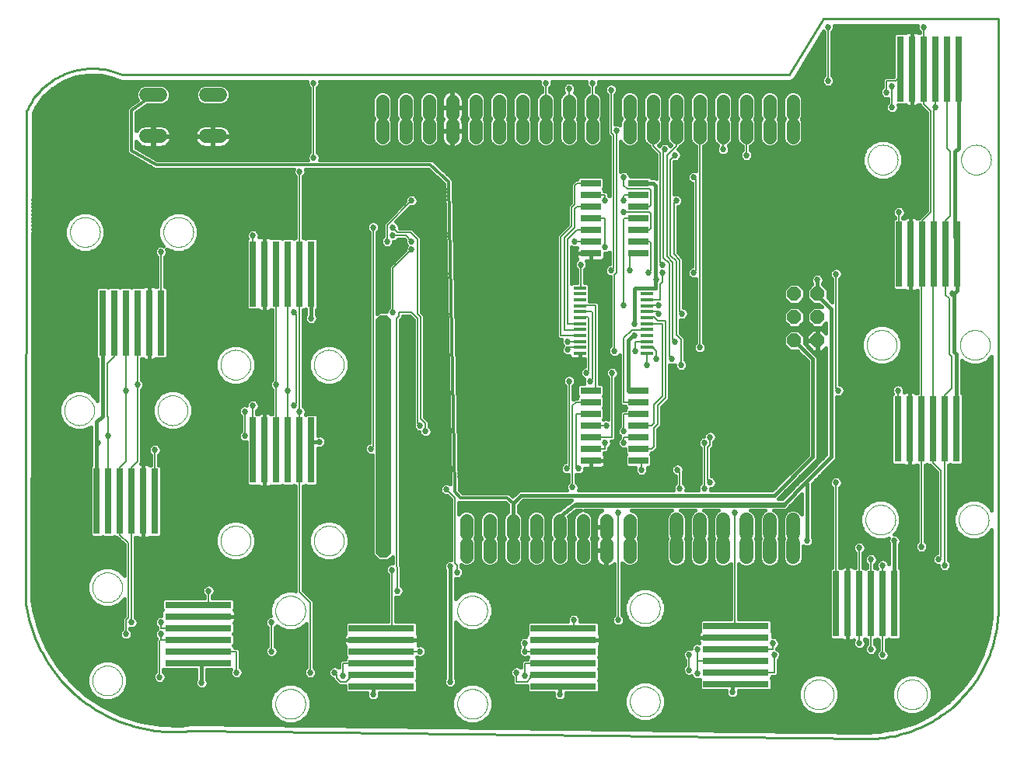
<source format=gtl>
G75*
%MOIN*%
%OFA0B0*%
%FSLAX24Y24*%
%IPPOS*%
%LPD*%
%AMOC8*
5,1,8,0,0,1.08239X$1,22.5*
%
%ADD10C,0.0100*%
%ADD11C,0.0561*%
%ADD12C,0.0600*%
%ADD13OC8,0.0610*%
%ADD14R,0.0550X0.0137*%
%ADD15R,0.0866X0.0315*%
%ADD16R,0.0299X0.2835*%
%ADD17C,0.0000*%
%ADD18R,0.2835X0.0299*%
%ADD19C,0.0660*%
%ADD20OC8,0.0669*%
%ADD21C,0.0220*%
%ADD22C,0.0180*%
%ADD23C,0.0270*%
%ADD24C,0.0160*%
%ADD25C,0.0120*%
%ADD26C,0.0060*%
%ADD27C,0.0240*%
D10*
X009230Y004280D02*
X038143Y003930D01*
X038291Y003932D01*
X038438Y003938D01*
X038586Y003947D01*
X038733Y003961D01*
X038880Y003978D01*
X039026Y003999D01*
X039172Y004025D01*
X039316Y004053D01*
X039461Y004086D01*
X039604Y004122D01*
X039746Y004162D01*
X039887Y004206D01*
X040027Y004254D01*
X040166Y004305D01*
X040303Y004360D01*
X040439Y004418D01*
X040573Y004480D01*
X040705Y004545D01*
X040836Y004614D01*
X040965Y004686D01*
X041092Y004762D01*
X041217Y004841D01*
X041340Y004923D01*
X041460Y005008D01*
X041579Y005096D01*
X041695Y005188D01*
X041808Y005282D01*
X041920Y005380D01*
X042028Y005480D01*
X042134Y005583D01*
X042237Y005689D01*
X042337Y005797D01*
X042435Y005909D01*
X042529Y006022D01*
X042621Y006138D01*
X042709Y006257D01*
X042794Y006377D01*
X042876Y006500D01*
X042955Y006625D01*
X043031Y006752D01*
X043103Y006881D01*
X043172Y007012D01*
X043237Y007144D01*
X043299Y007278D01*
X043357Y007414D01*
X043412Y007551D01*
X043463Y007690D01*
X043511Y007830D01*
X043555Y007971D01*
X043595Y008113D01*
X043631Y008256D01*
X043664Y008401D01*
X043692Y008545D01*
X043718Y008691D01*
X043739Y008837D01*
X043756Y008984D01*
X043770Y009131D01*
X043779Y009279D01*
X043785Y009426D01*
X043787Y009574D01*
X043786Y009574D02*
X043786Y034830D01*
X036286Y034830D01*
X034836Y032430D01*
X006230Y032430D01*
X006129Y032474D01*
X006026Y032514D01*
X005921Y032550D01*
X005816Y032583D01*
X005709Y032612D01*
X005602Y032637D01*
X005493Y032658D01*
X005384Y032675D01*
X005275Y032688D01*
X005165Y032698D01*
X005054Y032703D01*
X004944Y032705D01*
X004833Y032703D01*
X004723Y032696D01*
X004613Y032686D01*
X004504Y032672D01*
X004395Y032654D01*
X004286Y032632D01*
X004179Y032606D01*
X004073Y032577D01*
X003967Y032543D01*
X003863Y032506D01*
X003761Y032465D01*
X003660Y032421D01*
X003560Y032373D01*
X003462Y032321D01*
X003367Y032266D01*
X003273Y032208D01*
X003181Y032146D01*
X003092Y032081D01*
X003005Y032013D01*
X002920Y031942D01*
X002839Y031868D01*
X002759Y031791D01*
X002683Y031711D01*
X002609Y031629D01*
X002539Y031544D01*
X002471Y031456D01*
X002407Y031366D01*
X002346Y031274D01*
X002288Y031180D01*
X002234Y031084D01*
X002183Y030986D01*
X002136Y030886D01*
X002086Y009874D01*
X002107Y009715D01*
X002133Y009557D01*
X002162Y009400D01*
X002195Y009244D01*
X002232Y009088D01*
X002273Y008933D01*
X002317Y008780D01*
X002366Y008627D01*
X002418Y008476D01*
X002474Y008326D01*
X002534Y008178D01*
X002597Y008031D01*
X002664Y007886D01*
X002735Y007742D01*
X002809Y007601D01*
X002887Y007461D01*
X002968Y007323D01*
X003053Y007187D01*
X003141Y007054D01*
X003232Y006922D01*
X003327Y006793D01*
X003425Y006667D01*
X003525Y006542D01*
X003629Y006421D01*
X003736Y006302D01*
X003846Y006186D01*
X003959Y006072D01*
X004074Y005961D01*
X004192Y005854D01*
X004313Y005749D01*
X004437Y005647D01*
X004563Y005548D01*
X004691Y005453D01*
X004822Y005361D01*
X004955Y005272D01*
X005090Y005186D01*
X005227Y005104D01*
X005366Y005025D01*
X005508Y004950D01*
X005651Y004878D01*
X005795Y004810D01*
X005942Y004746D01*
X006090Y004685D01*
X006239Y004628D01*
X006390Y004574D01*
X006542Y004525D01*
X006695Y004479D01*
X006850Y004437D01*
X007005Y004399D01*
X007161Y004365D01*
X007318Y004334D01*
X007476Y004308D01*
X007634Y004286D01*
X007793Y004267D01*
X007953Y004253D01*
X008112Y004242D01*
X008272Y004236D01*
X008432Y004233D01*
X008592Y004234D01*
X008752Y004240D01*
X008912Y004249D01*
X009071Y004263D01*
X009230Y004280D01*
X025986Y013980D02*
X025986Y014030D01*
D11*
X025986Y013311D02*
X025986Y012749D01*
X025986Y012311D02*
X025986Y011749D01*
X024986Y011749D02*
X024986Y012311D01*
X024986Y012749D02*
X024986Y013311D01*
X023986Y013311D02*
X023986Y012749D01*
X023986Y012311D02*
X023986Y011749D01*
X022986Y011749D02*
X022986Y012311D01*
X022986Y012749D02*
X022986Y013311D01*
X021986Y013311D02*
X021986Y012749D01*
X021986Y012311D02*
X021986Y011749D01*
X020986Y011749D02*
X020986Y012311D01*
X020986Y012749D02*
X020986Y013311D01*
X026986Y013311D02*
X026986Y012749D01*
X026986Y012311D02*
X026986Y011749D01*
X027986Y011749D02*
X027986Y012311D01*
X027986Y012749D02*
X027986Y013311D01*
X027986Y029749D02*
X027986Y030311D01*
X027986Y030749D02*
X027986Y031311D01*
X028986Y031311D02*
X028986Y030749D01*
X028986Y030311D02*
X028986Y029749D01*
X029986Y029749D02*
X029986Y030311D01*
X029986Y030749D02*
X029986Y031311D01*
X030986Y031311D02*
X030986Y030749D01*
X030986Y030311D02*
X030986Y029749D01*
X031986Y029749D02*
X031986Y030311D01*
X031986Y030749D02*
X031986Y031311D01*
X032986Y031311D02*
X032986Y030749D01*
X032986Y030311D02*
X032986Y029749D01*
X033986Y029749D02*
X033986Y030311D01*
X033986Y030749D02*
X033986Y031311D01*
X034986Y031311D02*
X034986Y030749D01*
X034986Y030311D02*
X034986Y029749D01*
X026386Y029749D02*
X026386Y030311D01*
X026386Y030749D02*
X026386Y031311D01*
X025386Y031311D02*
X025386Y030749D01*
X025386Y030311D02*
X025386Y029749D01*
X024386Y029749D02*
X024386Y030311D01*
X024386Y030749D02*
X024386Y031311D01*
X023386Y031311D02*
X023386Y030749D01*
X023386Y030311D02*
X023386Y029749D01*
X022386Y029749D02*
X022386Y030311D01*
X022386Y030749D02*
X022386Y031311D01*
X021386Y031311D02*
X021386Y030749D01*
X021386Y030311D02*
X021386Y029749D01*
X020386Y029749D02*
X020386Y030311D01*
X020386Y030749D02*
X020386Y031311D01*
X019386Y031311D02*
X019386Y030749D01*
X019386Y030311D02*
X019386Y029749D01*
X018386Y029749D02*
X018386Y030311D01*
X018386Y030749D02*
X018386Y031311D01*
X017386Y031311D02*
X017386Y030749D01*
X017386Y030311D02*
X017386Y029749D01*
D12*
X010416Y029790D02*
X009816Y029790D01*
X007856Y029790D02*
X007256Y029790D01*
X007256Y031570D02*
X007856Y031570D01*
X009816Y031570D02*
X010416Y031570D01*
X029986Y013330D02*
X029986Y012730D01*
X029986Y012330D02*
X029986Y011730D01*
X030986Y011730D02*
X030986Y012330D01*
X030986Y012730D02*
X030986Y013330D01*
X031986Y013330D02*
X031986Y012730D01*
X031986Y012330D02*
X031986Y011730D01*
X032986Y011730D02*
X032986Y012330D01*
X032986Y012730D02*
X032986Y013330D01*
X033986Y013330D02*
X033986Y012730D01*
X033986Y012330D02*
X033986Y011730D01*
X034986Y011730D02*
X034986Y012330D01*
X034986Y012730D02*
X034986Y013330D01*
D13*
X035036Y021030D03*
X035036Y022030D03*
X036036Y022030D03*
X036036Y021030D03*
X036036Y023030D03*
X035036Y023030D03*
D14*
X028726Y023032D03*
X028726Y023287D03*
X028726Y022776D03*
X028726Y022520D03*
X028726Y022264D03*
X028726Y022008D03*
X028726Y021752D03*
X028726Y021496D03*
X028726Y021240D03*
X028726Y020984D03*
X028726Y020728D03*
X028726Y020473D03*
X025847Y020473D03*
X025847Y020728D03*
X025847Y020984D03*
X025847Y021240D03*
X025847Y021496D03*
X025847Y021752D03*
X025847Y022008D03*
X025847Y022264D03*
X025847Y022520D03*
X025847Y022776D03*
X025847Y023032D03*
X025847Y023287D03*
D15*
X026313Y024780D03*
X026313Y025280D03*
X026313Y025780D03*
X026313Y026280D03*
X026313Y026780D03*
X026313Y027280D03*
X026313Y027780D03*
X028360Y027780D03*
X028360Y027280D03*
X028360Y026780D03*
X028360Y026280D03*
X028360Y025780D03*
X028360Y025280D03*
X028360Y024780D03*
X028360Y018880D03*
X028360Y018380D03*
X028360Y017880D03*
X028360Y017380D03*
X028360Y016880D03*
X028360Y016380D03*
X028360Y015880D03*
X026313Y015880D03*
X026313Y016380D03*
X026313Y016880D03*
X026313Y017380D03*
X026313Y017880D03*
X026313Y018380D03*
X026313Y018880D03*
D16*
X036836Y009730D03*
X037336Y009730D03*
X037836Y009730D03*
X038336Y009730D03*
X038836Y009730D03*
X039336Y009730D03*
X039486Y017230D03*
X039986Y017230D03*
X040486Y017230D03*
X040986Y017230D03*
X041486Y017230D03*
X041986Y017230D03*
X042036Y024730D03*
X041536Y024730D03*
X041036Y024730D03*
X040536Y024730D03*
X040036Y024730D03*
X039536Y024730D03*
X039586Y032680D03*
X040086Y032680D03*
X040586Y032680D03*
X041086Y032680D03*
X041586Y032680D03*
X042086Y032680D03*
X014336Y023880D03*
X013836Y023880D03*
X013336Y023880D03*
X012836Y023880D03*
X012336Y023880D03*
X011836Y023880D03*
X007886Y021780D03*
X007386Y021780D03*
X006886Y021780D03*
X006386Y021780D03*
X005886Y021780D03*
X005386Y021780D03*
X011836Y016330D03*
X012336Y016330D03*
X012836Y016330D03*
X013336Y016330D03*
X013836Y016330D03*
X014336Y016330D03*
X007636Y014130D03*
X007136Y014130D03*
X006636Y014130D03*
X006136Y014130D03*
X005636Y014130D03*
X005136Y014130D03*
D17*
X004949Y010430D02*
X004951Y010480D01*
X004957Y010530D01*
X004967Y010579D01*
X004980Y010628D01*
X004998Y010675D01*
X005019Y010721D01*
X005043Y010764D01*
X005071Y010806D01*
X005102Y010846D01*
X005136Y010883D01*
X005173Y010917D01*
X005213Y010948D01*
X005255Y010976D01*
X005298Y011000D01*
X005344Y011021D01*
X005391Y011039D01*
X005440Y011052D01*
X005489Y011062D01*
X005539Y011068D01*
X005589Y011070D01*
X005639Y011068D01*
X005689Y011062D01*
X005738Y011052D01*
X005787Y011039D01*
X005834Y011021D01*
X005880Y011000D01*
X005923Y010976D01*
X005965Y010948D01*
X006005Y010917D01*
X006042Y010883D01*
X006076Y010846D01*
X006107Y010806D01*
X006135Y010764D01*
X006159Y010721D01*
X006180Y010675D01*
X006198Y010628D01*
X006211Y010579D01*
X006221Y010530D01*
X006227Y010480D01*
X006229Y010430D01*
X006227Y010380D01*
X006221Y010330D01*
X006211Y010281D01*
X006198Y010232D01*
X006180Y010185D01*
X006159Y010139D01*
X006135Y010096D01*
X006107Y010054D01*
X006076Y010014D01*
X006042Y009977D01*
X006005Y009943D01*
X005965Y009912D01*
X005923Y009884D01*
X005880Y009860D01*
X005834Y009839D01*
X005787Y009821D01*
X005738Y009808D01*
X005689Y009798D01*
X005639Y009792D01*
X005589Y009790D01*
X005539Y009792D01*
X005489Y009798D01*
X005440Y009808D01*
X005391Y009821D01*
X005344Y009839D01*
X005298Y009860D01*
X005255Y009884D01*
X005213Y009912D01*
X005173Y009943D01*
X005136Y009977D01*
X005102Y010014D01*
X005071Y010054D01*
X005043Y010096D01*
X005019Y010139D01*
X004998Y010185D01*
X004980Y010232D01*
X004967Y010281D01*
X004957Y010330D01*
X004951Y010380D01*
X004949Y010430D01*
X004949Y006430D02*
X004951Y006480D01*
X004957Y006530D01*
X004967Y006579D01*
X004980Y006628D01*
X004998Y006675D01*
X005019Y006721D01*
X005043Y006764D01*
X005071Y006806D01*
X005102Y006846D01*
X005136Y006883D01*
X005173Y006917D01*
X005213Y006948D01*
X005255Y006976D01*
X005298Y007000D01*
X005344Y007021D01*
X005391Y007039D01*
X005440Y007052D01*
X005489Y007062D01*
X005539Y007068D01*
X005589Y007070D01*
X005639Y007068D01*
X005689Y007062D01*
X005738Y007052D01*
X005787Y007039D01*
X005834Y007021D01*
X005880Y007000D01*
X005923Y006976D01*
X005965Y006948D01*
X006005Y006917D01*
X006042Y006883D01*
X006076Y006846D01*
X006107Y006806D01*
X006135Y006764D01*
X006159Y006721D01*
X006180Y006675D01*
X006198Y006628D01*
X006211Y006579D01*
X006221Y006530D01*
X006227Y006480D01*
X006229Y006430D01*
X006227Y006380D01*
X006221Y006330D01*
X006211Y006281D01*
X006198Y006232D01*
X006180Y006185D01*
X006159Y006139D01*
X006135Y006096D01*
X006107Y006054D01*
X006076Y006014D01*
X006042Y005977D01*
X006005Y005943D01*
X005965Y005912D01*
X005923Y005884D01*
X005880Y005860D01*
X005834Y005839D01*
X005787Y005821D01*
X005738Y005808D01*
X005689Y005798D01*
X005639Y005792D01*
X005589Y005790D01*
X005539Y005792D01*
X005489Y005798D01*
X005440Y005808D01*
X005391Y005821D01*
X005344Y005839D01*
X005298Y005860D01*
X005255Y005884D01*
X005213Y005912D01*
X005173Y005943D01*
X005136Y005977D01*
X005102Y006014D01*
X005071Y006054D01*
X005043Y006096D01*
X005019Y006139D01*
X004998Y006185D01*
X004980Y006232D01*
X004967Y006281D01*
X004957Y006330D01*
X004951Y006380D01*
X004949Y006430D01*
X010446Y012432D02*
X010448Y012482D01*
X010454Y012532D01*
X010464Y012581D01*
X010477Y012630D01*
X010495Y012677D01*
X010516Y012723D01*
X010540Y012766D01*
X010568Y012808D01*
X010599Y012848D01*
X010633Y012885D01*
X010670Y012919D01*
X010710Y012950D01*
X010752Y012978D01*
X010795Y013002D01*
X010841Y013023D01*
X010888Y013041D01*
X010937Y013054D01*
X010986Y013064D01*
X011036Y013070D01*
X011086Y013072D01*
X011136Y013070D01*
X011186Y013064D01*
X011235Y013054D01*
X011284Y013041D01*
X011331Y013023D01*
X011377Y013002D01*
X011420Y012978D01*
X011462Y012950D01*
X011502Y012919D01*
X011539Y012885D01*
X011573Y012848D01*
X011604Y012808D01*
X011632Y012766D01*
X011656Y012723D01*
X011677Y012677D01*
X011695Y012630D01*
X011708Y012581D01*
X011718Y012532D01*
X011724Y012482D01*
X011726Y012432D01*
X011724Y012382D01*
X011718Y012332D01*
X011708Y012283D01*
X011695Y012234D01*
X011677Y012187D01*
X011656Y012141D01*
X011632Y012098D01*
X011604Y012056D01*
X011573Y012016D01*
X011539Y011979D01*
X011502Y011945D01*
X011462Y011914D01*
X011420Y011886D01*
X011377Y011862D01*
X011331Y011841D01*
X011284Y011823D01*
X011235Y011810D01*
X011186Y011800D01*
X011136Y011794D01*
X011086Y011792D01*
X011036Y011794D01*
X010986Y011800D01*
X010937Y011810D01*
X010888Y011823D01*
X010841Y011841D01*
X010795Y011862D01*
X010752Y011886D01*
X010710Y011914D01*
X010670Y011945D01*
X010633Y011979D01*
X010599Y012016D01*
X010568Y012056D01*
X010540Y012098D01*
X010516Y012141D01*
X010495Y012187D01*
X010477Y012234D01*
X010464Y012283D01*
X010454Y012332D01*
X010448Y012382D01*
X010446Y012432D01*
X012799Y009430D02*
X012801Y009480D01*
X012807Y009530D01*
X012817Y009579D01*
X012830Y009628D01*
X012848Y009675D01*
X012869Y009721D01*
X012893Y009764D01*
X012921Y009806D01*
X012952Y009846D01*
X012986Y009883D01*
X013023Y009917D01*
X013063Y009948D01*
X013105Y009976D01*
X013148Y010000D01*
X013194Y010021D01*
X013241Y010039D01*
X013290Y010052D01*
X013339Y010062D01*
X013389Y010068D01*
X013439Y010070D01*
X013489Y010068D01*
X013539Y010062D01*
X013588Y010052D01*
X013637Y010039D01*
X013684Y010021D01*
X013730Y010000D01*
X013773Y009976D01*
X013815Y009948D01*
X013855Y009917D01*
X013892Y009883D01*
X013926Y009846D01*
X013957Y009806D01*
X013985Y009764D01*
X014009Y009721D01*
X014030Y009675D01*
X014048Y009628D01*
X014061Y009579D01*
X014071Y009530D01*
X014077Y009480D01*
X014079Y009430D01*
X014077Y009380D01*
X014071Y009330D01*
X014061Y009281D01*
X014048Y009232D01*
X014030Y009185D01*
X014009Y009139D01*
X013985Y009096D01*
X013957Y009054D01*
X013926Y009014D01*
X013892Y008977D01*
X013855Y008943D01*
X013815Y008912D01*
X013773Y008884D01*
X013730Y008860D01*
X013684Y008839D01*
X013637Y008821D01*
X013588Y008808D01*
X013539Y008798D01*
X013489Y008792D01*
X013439Y008790D01*
X013389Y008792D01*
X013339Y008798D01*
X013290Y008808D01*
X013241Y008821D01*
X013194Y008839D01*
X013148Y008860D01*
X013105Y008884D01*
X013063Y008912D01*
X013023Y008943D01*
X012986Y008977D01*
X012952Y009014D01*
X012921Y009054D01*
X012893Y009096D01*
X012869Y009139D01*
X012848Y009185D01*
X012830Y009232D01*
X012817Y009281D01*
X012807Y009330D01*
X012801Y009380D01*
X012799Y009430D01*
X014446Y012432D02*
X014448Y012482D01*
X014454Y012532D01*
X014464Y012581D01*
X014477Y012630D01*
X014495Y012677D01*
X014516Y012723D01*
X014540Y012766D01*
X014568Y012808D01*
X014599Y012848D01*
X014633Y012885D01*
X014670Y012919D01*
X014710Y012950D01*
X014752Y012978D01*
X014795Y013002D01*
X014841Y013023D01*
X014888Y013041D01*
X014937Y013054D01*
X014986Y013064D01*
X015036Y013070D01*
X015086Y013072D01*
X015136Y013070D01*
X015186Y013064D01*
X015235Y013054D01*
X015284Y013041D01*
X015331Y013023D01*
X015377Y013002D01*
X015420Y012978D01*
X015462Y012950D01*
X015502Y012919D01*
X015539Y012885D01*
X015573Y012848D01*
X015604Y012808D01*
X015632Y012766D01*
X015656Y012723D01*
X015677Y012677D01*
X015695Y012630D01*
X015708Y012581D01*
X015718Y012532D01*
X015724Y012482D01*
X015726Y012432D01*
X015724Y012382D01*
X015718Y012332D01*
X015708Y012283D01*
X015695Y012234D01*
X015677Y012187D01*
X015656Y012141D01*
X015632Y012098D01*
X015604Y012056D01*
X015573Y012016D01*
X015539Y011979D01*
X015502Y011945D01*
X015462Y011914D01*
X015420Y011886D01*
X015377Y011862D01*
X015331Y011841D01*
X015284Y011823D01*
X015235Y011810D01*
X015186Y011800D01*
X015136Y011794D01*
X015086Y011792D01*
X015036Y011794D01*
X014986Y011800D01*
X014937Y011810D01*
X014888Y011823D01*
X014841Y011841D01*
X014795Y011862D01*
X014752Y011886D01*
X014710Y011914D01*
X014670Y011945D01*
X014633Y011979D01*
X014599Y012016D01*
X014568Y012056D01*
X014540Y012098D01*
X014516Y012141D01*
X014495Y012187D01*
X014477Y012234D01*
X014464Y012283D01*
X014454Y012332D01*
X014448Y012382D01*
X014446Y012432D01*
X020599Y009430D02*
X020601Y009480D01*
X020607Y009530D01*
X020617Y009579D01*
X020630Y009628D01*
X020648Y009675D01*
X020669Y009721D01*
X020693Y009764D01*
X020721Y009806D01*
X020752Y009846D01*
X020786Y009883D01*
X020823Y009917D01*
X020863Y009948D01*
X020905Y009976D01*
X020948Y010000D01*
X020994Y010021D01*
X021041Y010039D01*
X021090Y010052D01*
X021139Y010062D01*
X021189Y010068D01*
X021239Y010070D01*
X021289Y010068D01*
X021339Y010062D01*
X021388Y010052D01*
X021437Y010039D01*
X021484Y010021D01*
X021530Y010000D01*
X021573Y009976D01*
X021615Y009948D01*
X021655Y009917D01*
X021692Y009883D01*
X021726Y009846D01*
X021757Y009806D01*
X021785Y009764D01*
X021809Y009721D01*
X021830Y009675D01*
X021848Y009628D01*
X021861Y009579D01*
X021871Y009530D01*
X021877Y009480D01*
X021879Y009430D01*
X021877Y009380D01*
X021871Y009330D01*
X021861Y009281D01*
X021848Y009232D01*
X021830Y009185D01*
X021809Y009139D01*
X021785Y009096D01*
X021757Y009054D01*
X021726Y009014D01*
X021692Y008977D01*
X021655Y008943D01*
X021615Y008912D01*
X021573Y008884D01*
X021530Y008860D01*
X021484Y008839D01*
X021437Y008821D01*
X021388Y008808D01*
X021339Y008798D01*
X021289Y008792D01*
X021239Y008790D01*
X021189Y008792D01*
X021139Y008798D01*
X021090Y008808D01*
X021041Y008821D01*
X020994Y008839D01*
X020948Y008860D01*
X020905Y008884D01*
X020863Y008912D01*
X020823Y008943D01*
X020786Y008977D01*
X020752Y009014D01*
X020721Y009054D01*
X020693Y009096D01*
X020669Y009139D01*
X020648Y009185D01*
X020630Y009232D01*
X020617Y009281D01*
X020607Y009330D01*
X020601Y009380D01*
X020599Y009430D01*
X020599Y005430D02*
X020601Y005480D01*
X020607Y005530D01*
X020617Y005579D01*
X020630Y005628D01*
X020648Y005675D01*
X020669Y005721D01*
X020693Y005764D01*
X020721Y005806D01*
X020752Y005846D01*
X020786Y005883D01*
X020823Y005917D01*
X020863Y005948D01*
X020905Y005976D01*
X020948Y006000D01*
X020994Y006021D01*
X021041Y006039D01*
X021090Y006052D01*
X021139Y006062D01*
X021189Y006068D01*
X021239Y006070D01*
X021289Y006068D01*
X021339Y006062D01*
X021388Y006052D01*
X021437Y006039D01*
X021484Y006021D01*
X021530Y006000D01*
X021573Y005976D01*
X021615Y005948D01*
X021655Y005917D01*
X021692Y005883D01*
X021726Y005846D01*
X021757Y005806D01*
X021785Y005764D01*
X021809Y005721D01*
X021830Y005675D01*
X021848Y005628D01*
X021861Y005579D01*
X021871Y005530D01*
X021877Y005480D01*
X021879Y005430D01*
X021877Y005380D01*
X021871Y005330D01*
X021861Y005281D01*
X021848Y005232D01*
X021830Y005185D01*
X021809Y005139D01*
X021785Y005096D01*
X021757Y005054D01*
X021726Y005014D01*
X021692Y004977D01*
X021655Y004943D01*
X021615Y004912D01*
X021573Y004884D01*
X021530Y004860D01*
X021484Y004839D01*
X021437Y004821D01*
X021388Y004808D01*
X021339Y004798D01*
X021289Y004792D01*
X021239Y004790D01*
X021189Y004792D01*
X021139Y004798D01*
X021090Y004808D01*
X021041Y004821D01*
X020994Y004839D01*
X020948Y004860D01*
X020905Y004884D01*
X020863Y004912D01*
X020823Y004943D01*
X020786Y004977D01*
X020752Y005014D01*
X020721Y005054D01*
X020693Y005096D01*
X020669Y005139D01*
X020648Y005185D01*
X020630Y005232D01*
X020617Y005281D01*
X020607Y005330D01*
X020601Y005380D01*
X020599Y005430D01*
X012799Y005430D02*
X012801Y005480D01*
X012807Y005530D01*
X012817Y005579D01*
X012830Y005628D01*
X012848Y005675D01*
X012869Y005721D01*
X012893Y005764D01*
X012921Y005806D01*
X012952Y005846D01*
X012986Y005883D01*
X013023Y005917D01*
X013063Y005948D01*
X013105Y005976D01*
X013148Y006000D01*
X013194Y006021D01*
X013241Y006039D01*
X013290Y006052D01*
X013339Y006062D01*
X013389Y006068D01*
X013439Y006070D01*
X013489Y006068D01*
X013539Y006062D01*
X013588Y006052D01*
X013637Y006039D01*
X013684Y006021D01*
X013730Y006000D01*
X013773Y005976D01*
X013815Y005948D01*
X013855Y005917D01*
X013892Y005883D01*
X013926Y005846D01*
X013957Y005806D01*
X013985Y005764D01*
X014009Y005721D01*
X014030Y005675D01*
X014048Y005628D01*
X014061Y005579D01*
X014071Y005530D01*
X014077Y005480D01*
X014079Y005430D01*
X014077Y005380D01*
X014071Y005330D01*
X014061Y005281D01*
X014048Y005232D01*
X014030Y005185D01*
X014009Y005139D01*
X013985Y005096D01*
X013957Y005054D01*
X013926Y005014D01*
X013892Y004977D01*
X013855Y004943D01*
X013815Y004912D01*
X013773Y004884D01*
X013730Y004860D01*
X013684Y004839D01*
X013637Y004821D01*
X013588Y004808D01*
X013539Y004798D01*
X013489Y004792D01*
X013439Y004790D01*
X013389Y004792D01*
X013339Y004798D01*
X013290Y004808D01*
X013241Y004821D01*
X013194Y004839D01*
X013148Y004860D01*
X013105Y004884D01*
X013063Y004912D01*
X013023Y004943D01*
X012986Y004977D01*
X012952Y005014D01*
X012921Y005054D01*
X012893Y005096D01*
X012869Y005139D01*
X012848Y005185D01*
X012830Y005232D01*
X012817Y005281D01*
X012807Y005330D01*
X012801Y005380D01*
X012799Y005430D01*
X007746Y018028D02*
X007748Y018078D01*
X007754Y018128D01*
X007764Y018177D01*
X007777Y018226D01*
X007795Y018273D01*
X007816Y018319D01*
X007840Y018362D01*
X007868Y018404D01*
X007899Y018444D01*
X007933Y018481D01*
X007970Y018515D01*
X008010Y018546D01*
X008052Y018574D01*
X008095Y018598D01*
X008141Y018619D01*
X008188Y018637D01*
X008237Y018650D01*
X008286Y018660D01*
X008336Y018666D01*
X008386Y018668D01*
X008436Y018666D01*
X008486Y018660D01*
X008535Y018650D01*
X008584Y018637D01*
X008631Y018619D01*
X008677Y018598D01*
X008720Y018574D01*
X008762Y018546D01*
X008802Y018515D01*
X008839Y018481D01*
X008873Y018444D01*
X008904Y018404D01*
X008932Y018362D01*
X008956Y018319D01*
X008977Y018273D01*
X008995Y018226D01*
X009008Y018177D01*
X009018Y018128D01*
X009024Y018078D01*
X009026Y018028D01*
X009024Y017978D01*
X009018Y017928D01*
X009008Y017879D01*
X008995Y017830D01*
X008977Y017783D01*
X008956Y017737D01*
X008932Y017694D01*
X008904Y017652D01*
X008873Y017612D01*
X008839Y017575D01*
X008802Y017541D01*
X008762Y017510D01*
X008720Y017482D01*
X008677Y017458D01*
X008631Y017437D01*
X008584Y017419D01*
X008535Y017406D01*
X008486Y017396D01*
X008436Y017390D01*
X008386Y017388D01*
X008336Y017390D01*
X008286Y017396D01*
X008237Y017406D01*
X008188Y017419D01*
X008141Y017437D01*
X008095Y017458D01*
X008052Y017482D01*
X008010Y017510D01*
X007970Y017541D01*
X007933Y017575D01*
X007899Y017612D01*
X007868Y017652D01*
X007840Y017694D01*
X007816Y017737D01*
X007795Y017783D01*
X007777Y017830D01*
X007764Y017879D01*
X007754Y017928D01*
X007748Y017978D01*
X007746Y018028D01*
X003746Y018028D02*
X003748Y018078D01*
X003754Y018128D01*
X003764Y018177D01*
X003777Y018226D01*
X003795Y018273D01*
X003816Y018319D01*
X003840Y018362D01*
X003868Y018404D01*
X003899Y018444D01*
X003933Y018481D01*
X003970Y018515D01*
X004010Y018546D01*
X004052Y018574D01*
X004095Y018598D01*
X004141Y018619D01*
X004188Y018637D01*
X004237Y018650D01*
X004286Y018660D01*
X004336Y018666D01*
X004386Y018668D01*
X004436Y018666D01*
X004486Y018660D01*
X004535Y018650D01*
X004584Y018637D01*
X004631Y018619D01*
X004677Y018598D01*
X004720Y018574D01*
X004762Y018546D01*
X004802Y018515D01*
X004839Y018481D01*
X004873Y018444D01*
X004904Y018404D01*
X004932Y018362D01*
X004956Y018319D01*
X004977Y018273D01*
X004995Y018226D01*
X005008Y018177D01*
X005018Y018128D01*
X005024Y018078D01*
X005026Y018028D01*
X005024Y017978D01*
X005018Y017928D01*
X005008Y017879D01*
X004995Y017830D01*
X004977Y017783D01*
X004956Y017737D01*
X004932Y017694D01*
X004904Y017652D01*
X004873Y017612D01*
X004839Y017575D01*
X004802Y017541D01*
X004762Y017510D01*
X004720Y017482D01*
X004677Y017458D01*
X004631Y017437D01*
X004584Y017419D01*
X004535Y017406D01*
X004486Y017396D01*
X004436Y017390D01*
X004386Y017388D01*
X004336Y017390D01*
X004286Y017396D01*
X004237Y017406D01*
X004188Y017419D01*
X004141Y017437D01*
X004095Y017458D01*
X004052Y017482D01*
X004010Y017510D01*
X003970Y017541D01*
X003933Y017575D01*
X003899Y017612D01*
X003868Y017652D01*
X003840Y017694D01*
X003816Y017737D01*
X003795Y017783D01*
X003777Y017830D01*
X003764Y017879D01*
X003754Y017928D01*
X003748Y017978D01*
X003746Y018028D01*
X010446Y019982D02*
X010448Y020032D01*
X010454Y020082D01*
X010464Y020131D01*
X010477Y020180D01*
X010495Y020227D01*
X010516Y020273D01*
X010540Y020316D01*
X010568Y020358D01*
X010599Y020398D01*
X010633Y020435D01*
X010670Y020469D01*
X010710Y020500D01*
X010752Y020528D01*
X010795Y020552D01*
X010841Y020573D01*
X010888Y020591D01*
X010937Y020604D01*
X010986Y020614D01*
X011036Y020620D01*
X011086Y020622D01*
X011136Y020620D01*
X011186Y020614D01*
X011235Y020604D01*
X011284Y020591D01*
X011331Y020573D01*
X011377Y020552D01*
X011420Y020528D01*
X011462Y020500D01*
X011502Y020469D01*
X011539Y020435D01*
X011573Y020398D01*
X011604Y020358D01*
X011632Y020316D01*
X011656Y020273D01*
X011677Y020227D01*
X011695Y020180D01*
X011708Y020131D01*
X011718Y020082D01*
X011724Y020032D01*
X011726Y019982D01*
X011724Y019932D01*
X011718Y019882D01*
X011708Y019833D01*
X011695Y019784D01*
X011677Y019737D01*
X011656Y019691D01*
X011632Y019648D01*
X011604Y019606D01*
X011573Y019566D01*
X011539Y019529D01*
X011502Y019495D01*
X011462Y019464D01*
X011420Y019436D01*
X011377Y019412D01*
X011331Y019391D01*
X011284Y019373D01*
X011235Y019360D01*
X011186Y019350D01*
X011136Y019344D01*
X011086Y019342D01*
X011036Y019344D01*
X010986Y019350D01*
X010937Y019360D01*
X010888Y019373D01*
X010841Y019391D01*
X010795Y019412D01*
X010752Y019436D01*
X010710Y019464D01*
X010670Y019495D01*
X010633Y019529D01*
X010599Y019566D01*
X010568Y019606D01*
X010540Y019648D01*
X010516Y019691D01*
X010495Y019737D01*
X010477Y019784D01*
X010464Y019833D01*
X010454Y019882D01*
X010448Y019932D01*
X010446Y019982D01*
X014446Y019982D02*
X014448Y020032D01*
X014454Y020082D01*
X014464Y020131D01*
X014477Y020180D01*
X014495Y020227D01*
X014516Y020273D01*
X014540Y020316D01*
X014568Y020358D01*
X014599Y020398D01*
X014633Y020435D01*
X014670Y020469D01*
X014710Y020500D01*
X014752Y020528D01*
X014795Y020552D01*
X014841Y020573D01*
X014888Y020591D01*
X014937Y020604D01*
X014986Y020614D01*
X015036Y020620D01*
X015086Y020622D01*
X015136Y020620D01*
X015186Y020614D01*
X015235Y020604D01*
X015284Y020591D01*
X015331Y020573D01*
X015377Y020552D01*
X015420Y020528D01*
X015462Y020500D01*
X015502Y020469D01*
X015539Y020435D01*
X015573Y020398D01*
X015604Y020358D01*
X015632Y020316D01*
X015656Y020273D01*
X015677Y020227D01*
X015695Y020180D01*
X015708Y020131D01*
X015718Y020082D01*
X015724Y020032D01*
X015726Y019982D01*
X015724Y019932D01*
X015718Y019882D01*
X015708Y019833D01*
X015695Y019784D01*
X015677Y019737D01*
X015656Y019691D01*
X015632Y019648D01*
X015604Y019606D01*
X015573Y019566D01*
X015539Y019529D01*
X015502Y019495D01*
X015462Y019464D01*
X015420Y019436D01*
X015377Y019412D01*
X015331Y019391D01*
X015284Y019373D01*
X015235Y019360D01*
X015186Y019350D01*
X015136Y019344D01*
X015086Y019342D01*
X015036Y019344D01*
X014986Y019350D01*
X014937Y019360D01*
X014888Y019373D01*
X014841Y019391D01*
X014795Y019412D01*
X014752Y019436D01*
X014710Y019464D01*
X014670Y019495D01*
X014633Y019529D01*
X014599Y019566D01*
X014568Y019606D01*
X014540Y019648D01*
X014516Y019691D01*
X014495Y019737D01*
X014477Y019784D01*
X014464Y019833D01*
X014454Y019882D01*
X014448Y019932D01*
X014446Y019982D01*
X007996Y025678D02*
X007998Y025728D01*
X008004Y025778D01*
X008014Y025827D01*
X008027Y025876D01*
X008045Y025923D01*
X008066Y025969D01*
X008090Y026012D01*
X008118Y026054D01*
X008149Y026094D01*
X008183Y026131D01*
X008220Y026165D01*
X008260Y026196D01*
X008302Y026224D01*
X008345Y026248D01*
X008391Y026269D01*
X008438Y026287D01*
X008487Y026300D01*
X008536Y026310D01*
X008586Y026316D01*
X008636Y026318D01*
X008686Y026316D01*
X008736Y026310D01*
X008785Y026300D01*
X008834Y026287D01*
X008881Y026269D01*
X008927Y026248D01*
X008970Y026224D01*
X009012Y026196D01*
X009052Y026165D01*
X009089Y026131D01*
X009123Y026094D01*
X009154Y026054D01*
X009182Y026012D01*
X009206Y025969D01*
X009227Y025923D01*
X009245Y025876D01*
X009258Y025827D01*
X009268Y025778D01*
X009274Y025728D01*
X009276Y025678D01*
X009274Y025628D01*
X009268Y025578D01*
X009258Y025529D01*
X009245Y025480D01*
X009227Y025433D01*
X009206Y025387D01*
X009182Y025344D01*
X009154Y025302D01*
X009123Y025262D01*
X009089Y025225D01*
X009052Y025191D01*
X009012Y025160D01*
X008970Y025132D01*
X008927Y025108D01*
X008881Y025087D01*
X008834Y025069D01*
X008785Y025056D01*
X008736Y025046D01*
X008686Y025040D01*
X008636Y025038D01*
X008586Y025040D01*
X008536Y025046D01*
X008487Y025056D01*
X008438Y025069D01*
X008391Y025087D01*
X008345Y025108D01*
X008302Y025132D01*
X008260Y025160D01*
X008220Y025191D01*
X008183Y025225D01*
X008149Y025262D01*
X008118Y025302D01*
X008090Y025344D01*
X008066Y025387D01*
X008045Y025433D01*
X008027Y025480D01*
X008014Y025529D01*
X008004Y025578D01*
X007998Y025628D01*
X007996Y025678D01*
X003996Y025678D02*
X003998Y025728D01*
X004004Y025778D01*
X004014Y025827D01*
X004027Y025876D01*
X004045Y025923D01*
X004066Y025969D01*
X004090Y026012D01*
X004118Y026054D01*
X004149Y026094D01*
X004183Y026131D01*
X004220Y026165D01*
X004260Y026196D01*
X004302Y026224D01*
X004345Y026248D01*
X004391Y026269D01*
X004438Y026287D01*
X004487Y026300D01*
X004536Y026310D01*
X004586Y026316D01*
X004636Y026318D01*
X004686Y026316D01*
X004736Y026310D01*
X004785Y026300D01*
X004834Y026287D01*
X004881Y026269D01*
X004927Y026248D01*
X004970Y026224D01*
X005012Y026196D01*
X005052Y026165D01*
X005089Y026131D01*
X005123Y026094D01*
X005154Y026054D01*
X005182Y026012D01*
X005206Y025969D01*
X005227Y025923D01*
X005245Y025876D01*
X005258Y025827D01*
X005268Y025778D01*
X005274Y025728D01*
X005276Y025678D01*
X005274Y025628D01*
X005268Y025578D01*
X005258Y025529D01*
X005245Y025480D01*
X005227Y025433D01*
X005206Y025387D01*
X005182Y025344D01*
X005154Y025302D01*
X005123Y025262D01*
X005089Y025225D01*
X005052Y025191D01*
X005012Y025160D01*
X004970Y025132D01*
X004927Y025108D01*
X004881Y025087D01*
X004834Y025069D01*
X004785Y025056D01*
X004736Y025046D01*
X004686Y025040D01*
X004636Y025038D01*
X004586Y025040D01*
X004536Y025046D01*
X004487Y025056D01*
X004438Y025069D01*
X004391Y025087D01*
X004345Y025108D01*
X004302Y025132D01*
X004260Y025160D01*
X004220Y025191D01*
X004183Y025225D01*
X004149Y025262D01*
X004118Y025302D01*
X004090Y025344D01*
X004066Y025387D01*
X004045Y025433D01*
X004027Y025480D01*
X004014Y025529D01*
X004004Y025578D01*
X003998Y025628D01*
X003996Y025678D01*
X027999Y009530D02*
X028001Y009580D01*
X028007Y009630D01*
X028017Y009679D01*
X028030Y009728D01*
X028048Y009775D01*
X028069Y009821D01*
X028093Y009864D01*
X028121Y009906D01*
X028152Y009946D01*
X028186Y009983D01*
X028223Y010017D01*
X028263Y010048D01*
X028305Y010076D01*
X028348Y010100D01*
X028394Y010121D01*
X028441Y010139D01*
X028490Y010152D01*
X028539Y010162D01*
X028589Y010168D01*
X028639Y010170D01*
X028689Y010168D01*
X028739Y010162D01*
X028788Y010152D01*
X028837Y010139D01*
X028884Y010121D01*
X028930Y010100D01*
X028973Y010076D01*
X029015Y010048D01*
X029055Y010017D01*
X029092Y009983D01*
X029126Y009946D01*
X029157Y009906D01*
X029185Y009864D01*
X029209Y009821D01*
X029230Y009775D01*
X029248Y009728D01*
X029261Y009679D01*
X029271Y009630D01*
X029277Y009580D01*
X029279Y009530D01*
X029277Y009480D01*
X029271Y009430D01*
X029261Y009381D01*
X029248Y009332D01*
X029230Y009285D01*
X029209Y009239D01*
X029185Y009196D01*
X029157Y009154D01*
X029126Y009114D01*
X029092Y009077D01*
X029055Y009043D01*
X029015Y009012D01*
X028973Y008984D01*
X028930Y008960D01*
X028884Y008939D01*
X028837Y008921D01*
X028788Y008908D01*
X028739Y008898D01*
X028689Y008892D01*
X028639Y008890D01*
X028589Y008892D01*
X028539Y008898D01*
X028490Y008908D01*
X028441Y008921D01*
X028394Y008939D01*
X028348Y008960D01*
X028305Y008984D01*
X028263Y009012D01*
X028223Y009043D01*
X028186Y009077D01*
X028152Y009114D01*
X028121Y009154D01*
X028093Y009196D01*
X028069Y009239D01*
X028048Y009285D01*
X028030Y009332D01*
X028017Y009381D01*
X028007Y009430D01*
X028001Y009480D01*
X027999Y009530D01*
X027999Y005530D02*
X028001Y005580D01*
X028007Y005630D01*
X028017Y005679D01*
X028030Y005728D01*
X028048Y005775D01*
X028069Y005821D01*
X028093Y005864D01*
X028121Y005906D01*
X028152Y005946D01*
X028186Y005983D01*
X028223Y006017D01*
X028263Y006048D01*
X028305Y006076D01*
X028348Y006100D01*
X028394Y006121D01*
X028441Y006139D01*
X028490Y006152D01*
X028539Y006162D01*
X028589Y006168D01*
X028639Y006170D01*
X028689Y006168D01*
X028739Y006162D01*
X028788Y006152D01*
X028837Y006139D01*
X028884Y006121D01*
X028930Y006100D01*
X028973Y006076D01*
X029015Y006048D01*
X029055Y006017D01*
X029092Y005983D01*
X029126Y005946D01*
X029157Y005906D01*
X029185Y005864D01*
X029209Y005821D01*
X029230Y005775D01*
X029248Y005728D01*
X029261Y005679D01*
X029271Y005630D01*
X029277Y005580D01*
X029279Y005530D01*
X029277Y005480D01*
X029271Y005430D01*
X029261Y005381D01*
X029248Y005332D01*
X029230Y005285D01*
X029209Y005239D01*
X029185Y005196D01*
X029157Y005154D01*
X029126Y005114D01*
X029092Y005077D01*
X029055Y005043D01*
X029015Y005012D01*
X028973Y004984D01*
X028930Y004960D01*
X028884Y004939D01*
X028837Y004921D01*
X028788Y004908D01*
X028739Y004898D01*
X028689Y004892D01*
X028639Y004890D01*
X028589Y004892D01*
X028539Y004898D01*
X028490Y004908D01*
X028441Y004921D01*
X028394Y004939D01*
X028348Y004960D01*
X028305Y004984D01*
X028263Y005012D01*
X028223Y005043D01*
X028186Y005077D01*
X028152Y005114D01*
X028121Y005154D01*
X028093Y005196D01*
X028069Y005239D01*
X028048Y005285D01*
X028030Y005332D01*
X028017Y005381D01*
X028007Y005430D01*
X028001Y005480D01*
X027999Y005530D01*
X035446Y005832D02*
X035448Y005882D01*
X035454Y005932D01*
X035464Y005981D01*
X035477Y006030D01*
X035495Y006077D01*
X035516Y006123D01*
X035540Y006166D01*
X035568Y006208D01*
X035599Y006248D01*
X035633Y006285D01*
X035670Y006319D01*
X035710Y006350D01*
X035752Y006378D01*
X035795Y006402D01*
X035841Y006423D01*
X035888Y006441D01*
X035937Y006454D01*
X035986Y006464D01*
X036036Y006470D01*
X036086Y006472D01*
X036136Y006470D01*
X036186Y006464D01*
X036235Y006454D01*
X036284Y006441D01*
X036331Y006423D01*
X036377Y006402D01*
X036420Y006378D01*
X036462Y006350D01*
X036502Y006319D01*
X036539Y006285D01*
X036573Y006248D01*
X036604Y006208D01*
X036632Y006166D01*
X036656Y006123D01*
X036677Y006077D01*
X036695Y006030D01*
X036708Y005981D01*
X036718Y005932D01*
X036724Y005882D01*
X036726Y005832D01*
X036724Y005782D01*
X036718Y005732D01*
X036708Y005683D01*
X036695Y005634D01*
X036677Y005587D01*
X036656Y005541D01*
X036632Y005498D01*
X036604Y005456D01*
X036573Y005416D01*
X036539Y005379D01*
X036502Y005345D01*
X036462Y005314D01*
X036420Y005286D01*
X036377Y005262D01*
X036331Y005241D01*
X036284Y005223D01*
X036235Y005210D01*
X036186Y005200D01*
X036136Y005194D01*
X036086Y005192D01*
X036036Y005194D01*
X035986Y005200D01*
X035937Y005210D01*
X035888Y005223D01*
X035841Y005241D01*
X035795Y005262D01*
X035752Y005286D01*
X035710Y005314D01*
X035670Y005345D01*
X035633Y005379D01*
X035599Y005416D01*
X035568Y005456D01*
X035540Y005498D01*
X035516Y005541D01*
X035495Y005587D01*
X035477Y005634D01*
X035464Y005683D01*
X035454Y005732D01*
X035448Y005782D01*
X035446Y005832D01*
X039446Y005832D02*
X039448Y005882D01*
X039454Y005932D01*
X039464Y005981D01*
X039477Y006030D01*
X039495Y006077D01*
X039516Y006123D01*
X039540Y006166D01*
X039568Y006208D01*
X039599Y006248D01*
X039633Y006285D01*
X039670Y006319D01*
X039710Y006350D01*
X039752Y006378D01*
X039795Y006402D01*
X039841Y006423D01*
X039888Y006441D01*
X039937Y006454D01*
X039986Y006464D01*
X040036Y006470D01*
X040086Y006472D01*
X040136Y006470D01*
X040186Y006464D01*
X040235Y006454D01*
X040284Y006441D01*
X040331Y006423D01*
X040377Y006402D01*
X040420Y006378D01*
X040462Y006350D01*
X040502Y006319D01*
X040539Y006285D01*
X040573Y006248D01*
X040604Y006208D01*
X040632Y006166D01*
X040656Y006123D01*
X040677Y006077D01*
X040695Y006030D01*
X040708Y005981D01*
X040718Y005932D01*
X040724Y005882D01*
X040726Y005832D01*
X040724Y005782D01*
X040718Y005732D01*
X040708Y005683D01*
X040695Y005634D01*
X040677Y005587D01*
X040656Y005541D01*
X040632Y005498D01*
X040604Y005456D01*
X040573Y005416D01*
X040539Y005379D01*
X040502Y005345D01*
X040462Y005314D01*
X040420Y005286D01*
X040377Y005262D01*
X040331Y005241D01*
X040284Y005223D01*
X040235Y005210D01*
X040186Y005200D01*
X040136Y005194D01*
X040086Y005192D01*
X040036Y005194D01*
X039986Y005200D01*
X039937Y005210D01*
X039888Y005223D01*
X039841Y005241D01*
X039795Y005262D01*
X039752Y005286D01*
X039710Y005314D01*
X039670Y005345D01*
X039633Y005379D01*
X039599Y005416D01*
X039568Y005456D01*
X039540Y005498D01*
X039516Y005541D01*
X039495Y005587D01*
X039477Y005634D01*
X039464Y005683D01*
X039454Y005732D01*
X039448Y005782D01*
X039446Y005832D01*
X038096Y013332D02*
X038098Y013382D01*
X038104Y013432D01*
X038114Y013481D01*
X038127Y013530D01*
X038145Y013577D01*
X038166Y013623D01*
X038190Y013666D01*
X038218Y013708D01*
X038249Y013748D01*
X038283Y013785D01*
X038320Y013819D01*
X038360Y013850D01*
X038402Y013878D01*
X038445Y013902D01*
X038491Y013923D01*
X038538Y013941D01*
X038587Y013954D01*
X038636Y013964D01*
X038686Y013970D01*
X038736Y013972D01*
X038786Y013970D01*
X038836Y013964D01*
X038885Y013954D01*
X038934Y013941D01*
X038981Y013923D01*
X039027Y013902D01*
X039070Y013878D01*
X039112Y013850D01*
X039152Y013819D01*
X039189Y013785D01*
X039223Y013748D01*
X039254Y013708D01*
X039282Y013666D01*
X039306Y013623D01*
X039327Y013577D01*
X039345Y013530D01*
X039358Y013481D01*
X039368Y013432D01*
X039374Y013382D01*
X039376Y013332D01*
X039374Y013282D01*
X039368Y013232D01*
X039358Y013183D01*
X039345Y013134D01*
X039327Y013087D01*
X039306Y013041D01*
X039282Y012998D01*
X039254Y012956D01*
X039223Y012916D01*
X039189Y012879D01*
X039152Y012845D01*
X039112Y012814D01*
X039070Y012786D01*
X039027Y012762D01*
X038981Y012741D01*
X038934Y012723D01*
X038885Y012710D01*
X038836Y012700D01*
X038786Y012694D01*
X038736Y012692D01*
X038686Y012694D01*
X038636Y012700D01*
X038587Y012710D01*
X038538Y012723D01*
X038491Y012741D01*
X038445Y012762D01*
X038402Y012786D01*
X038360Y012814D01*
X038320Y012845D01*
X038283Y012879D01*
X038249Y012916D01*
X038218Y012956D01*
X038190Y012998D01*
X038166Y013041D01*
X038145Y013087D01*
X038127Y013134D01*
X038114Y013183D01*
X038104Y013232D01*
X038098Y013282D01*
X038096Y013332D01*
X042096Y013332D02*
X042098Y013382D01*
X042104Y013432D01*
X042114Y013481D01*
X042127Y013530D01*
X042145Y013577D01*
X042166Y013623D01*
X042190Y013666D01*
X042218Y013708D01*
X042249Y013748D01*
X042283Y013785D01*
X042320Y013819D01*
X042360Y013850D01*
X042402Y013878D01*
X042445Y013902D01*
X042491Y013923D01*
X042538Y013941D01*
X042587Y013954D01*
X042636Y013964D01*
X042686Y013970D01*
X042736Y013972D01*
X042786Y013970D01*
X042836Y013964D01*
X042885Y013954D01*
X042934Y013941D01*
X042981Y013923D01*
X043027Y013902D01*
X043070Y013878D01*
X043112Y013850D01*
X043152Y013819D01*
X043189Y013785D01*
X043223Y013748D01*
X043254Y013708D01*
X043282Y013666D01*
X043306Y013623D01*
X043327Y013577D01*
X043345Y013530D01*
X043358Y013481D01*
X043368Y013432D01*
X043374Y013382D01*
X043376Y013332D01*
X043374Y013282D01*
X043368Y013232D01*
X043358Y013183D01*
X043345Y013134D01*
X043327Y013087D01*
X043306Y013041D01*
X043282Y012998D01*
X043254Y012956D01*
X043223Y012916D01*
X043189Y012879D01*
X043152Y012845D01*
X043112Y012814D01*
X043070Y012786D01*
X043027Y012762D01*
X042981Y012741D01*
X042934Y012723D01*
X042885Y012710D01*
X042836Y012700D01*
X042786Y012694D01*
X042736Y012692D01*
X042686Y012694D01*
X042636Y012700D01*
X042587Y012710D01*
X042538Y012723D01*
X042491Y012741D01*
X042445Y012762D01*
X042402Y012786D01*
X042360Y012814D01*
X042320Y012845D01*
X042283Y012879D01*
X042249Y012916D01*
X042218Y012956D01*
X042190Y012998D01*
X042166Y013041D01*
X042145Y013087D01*
X042127Y013134D01*
X042114Y013183D01*
X042104Y013232D01*
X042098Y013282D01*
X042096Y013332D01*
X042146Y020832D02*
X042148Y020882D01*
X042154Y020932D01*
X042164Y020981D01*
X042177Y021030D01*
X042195Y021077D01*
X042216Y021123D01*
X042240Y021166D01*
X042268Y021208D01*
X042299Y021248D01*
X042333Y021285D01*
X042370Y021319D01*
X042410Y021350D01*
X042452Y021378D01*
X042495Y021402D01*
X042541Y021423D01*
X042588Y021441D01*
X042637Y021454D01*
X042686Y021464D01*
X042736Y021470D01*
X042786Y021472D01*
X042836Y021470D01*
X042886Y021464D01*
X042935Y021454D01*
X042984Y021441D01*
X043031Y021423D01*
X043077Y021402D01*
X043120Y021378D01*
X043162Y021350D01*
X043202Y021319D01*
X043239Y021285D01*
X043273Y021248D01*
X043304Y021208D01*
X043332Y021166D01*
X043356Y021123D01*
X043377Y021077D01*
X043395Y021030D01*
X043408Y020981D01*
X043418Y020932D01*
X043424Y020882D01*
X043426Y020832D01*
X043424Y020782D01*
X043418Y020732D01*
X043408Y020683D01*
X043395Y020634D01*
X043377Y020587D01*
X043356Y020541D01*
X043332Y020498D01*
X043304Y020456D01*
X043273Y020416D01*
X043239Y020379D01*
X043202Y020345D01*
X043162Y020314D01*
X043120Y020286D01*
X043077Y020262D01*
X043031Y020241D01*
X042984Y020223D01*
X042935Y020210D01*
X042886Y020200D01*
X042836Y020194D01*
X042786Y020192D01*
X042736Y020194D01*
X042686Y020200D01*
X042637Y020210D01*
X042588Y020223D01*
X042541Y020241D01*
X042495Y020262D01*
X042452Y020286D01*
X042410Y020314D01*
X042370Y020345D01*
X042333Y020379D01*
X042299Y020416D01*
X042268Y020456D01*
X042240Y020498D01*
X042216Y020541D01*
X042195Y020587D01*
X042177Y020634D01*
X042164Y020683D01*
X042154Y020732D01*
X042148Y020782D01*
X042146Y020832D01*
X038146Y020832D02*
X038148Y020882D01*
X038154Y020932D01*
X038164Y020981D01*
X038177Y021030D01*
X038195Y021077D01*
X038216Y021123D01*
X038240Y021166D01*
X038268Y021208D01*
X038299Y021248D01*
X038333Y021285D01*
X038370Y021319D01*
X038410Y021350D01*
X038452Y021378D01*
X038495Y021402D01*
X038541Y021423D01*
X038588Y021441D01*
X038637Y021454D01*
X038686Y021464D01*
X038736Y021470D01*
X038786Y021472D01*
X038836Y021470D01*
X038886Y021464D01*
X038935Y021454D01*
X038984Y021441D01*
X039031Y021423D01*
X039077Y021402D01*
X039120Y021378D01*
X039162Y021350D01*
X039202Y021319D01*
X039239Y021285D01*
X039273Y021248D01*
X039304Y021208D01*
X039332Y021166D01*
X039356Y021123D01*
X039377Y021077D01*
X039395Y021030D01*
X039408Y020981D01*
X039418Y020932D01*
X039424Y020882D01*
X039426Y020832D01*
X039424Y020782D01*
X039418Y020732D01*
X039408Y020683D01*
X039395Y020634D01*
X039377Y020587D01*
X039356Y020541D01*
X039332Y020498D01*
X039304Y020456D01*
X039273Y020416D01*
X039239Y020379D01*
X039202Y020345D01*
X039162Y020314D01*
X039120Y020286D01*
X039077Y020262D01*
X039031Y020241D01*
X038984Y020223D01*
X038935Y020210D01*
X038886Y020200D01*
X038836Y020194D01*
X038786Y020192D01*
X038736Y020194D01*
X038686Y020200D01*
X038637Y020210D01*
X038588Y020223D01*
X038541Y020241D01*
X038495Y020262D01*
X038452Y020286D01*
X038410Y020314D01*
X038370Y020345D01*
X038333Y020379D01*
X038299Y020416D01*
X038268Y020456D01*
X038240Y020498D01*
X038216Y020541D01*
X038195Y020587D01*
X038177Y020634D01*
X038164Y020683D01*
X038154Y020732D01*
X038148Y020782D01*
X038146Y020832D01*
X038196Y028782D02*
X038198Y028832D01*
X038204Y028882D01*
X038214Y028931D01*
X038227Y028980D01*
X038245Y029027D01*
X038266Y029073D01*
X038290Y029116D01*
X038318Y029158D01*
X038349Y029198D01*
X038383Y029235D01*
X038420Y029269D01*
X038460Y029300D01*
X038502Y029328D01*
X038545Y029352D01*
X038591Y029373D01*
X038638Y029391D01*
X038687Y029404D01*
X038736Y029414D01*
X038786Y029420D01*
X038836Y029422D01*
X038886Y029420D01*
X038936Y029414D01*
X038985Y029404D01*
X039034Y029391D01*
X039081Y029373D01*
X039127Y029352D01*
X039170Y029328D01*
X039212Y029300D01*
X039252Y029269D01*
X039289Y029235D01*
X039323Y029198D01*
X039354Y029158D01*
X039382Y029116D01*
X039406Y029073D01*
X039427Y029027D01*
X039445Y028980D01*
X039458Y028931D01*
X039468Y028882D01*
X039474Y028832D01*
X039476Y028782D01*
X039474Y028732D01*
X039468Y028682D01*
X039458Y028633D01*
X039445Y028584D01*
X039427Y028537D01*
X039406Y028491D01*
X039382Y028448D01*
X039354Y028406D01*
X039323Y028366D01*
X039289Y028329D01*
X039252Y028295D01*
X039212Y028264D01*
X039170Y028236D01*
X039127Y028212D01*
X039081Y028191D01*
X039034Y028173D01*
X038985Y028160D01*
X038936Y028150D01*
X038886Y028144D01*
X038836Y028142D01*
X038786Y028144D01*
X038736Y028150D01*
X038687Y028160D01*
X038638Y028173D01*
X038591Y028191D01*
X038545Y028212D01*
X038502Y028236D01*
X038460Y028264D01*
X038420Y028295D01*
X038383Y028329D01*
X038349Y028366D01*
X038318Y028406D01*
X038290Y028448D01*
X038266Y028491D01*
X038245Y028537D01*
X038227Y028584D01*
X038214Y028633D01*
X038204Y028682D01*
X038198Y028732D01*
X038196Y028782D01*
X042196Y028782D02*
X042198Y028832D01*
X042204Y028882D01*
X042214Y028931D01*
X042227Y028980D01*
X042245Y029027D01*
X042266Y029073D01*
X042290Y029116D01*
X042318Y029158D01*
X042349Y029198D01*
X042383Y029235D01*
X042420Y029269D01*
X042460Y029300D01*
X042502Y029328D01*
X042545Y029352D01*
X042591Y029373D01*
X042638Y029391D01*
X042687Y029404D01*
X042736Y029414D01*
X042786Y029420D01*
X042836Y029422D01*
X042886Y029420D01*
X042936Y029414D01*
X042985Y029404D01*
X043034Y029391D01*
X043081Y029373D01*
X043127Y029352D01*
X043170Y029328D01*
X043212Y029300D01*
X043252Y029269D01*
X043289Y029235D01*
X043323Y029198D01*
X043354Y029158D01*
X043382Y029116D01*
X043406Y029073D01*
X043427Y029027D01*
X043445Y028980D01*
X043458Y028931D01*
X043468Y028882D01*
X043474Y028832D01*
X043476Y028782D01*
X043474Y028732D01*
X043468Y028682D01*
X043458Y028633D01*
X043445Y028584D01*
X043427Y028537D01*
X043406Y028491D01*
X043382Y028448D01*
X043354Y028406D01*
X043323Y028366D01*
X043289Y028329D01*
X043252Y028295D01*
X043212Y028264D01*
X043170Y028236D01*
X043127Y028212D01*
X043081Y028191D01*
X043034Y028173D01*
X042985Y028160D01*
X042936Y028150D01*
X042886Y028144D01*
X042836Y028142D01*
X042786Y028144D01*
X042736Y028150D01*
X042687Y028160D01*
X042638Y028173D01*
X042591Y028191D01*
X042545Y028212D01*
X042502Y028236D01*
X042460Y028264D01*
X042420Y028295D01*
X042383Y028329D01*
X042349Y028366D01*
X042318Y028406D01*
X042290Y028448D01*
X042266Y028491D01*
X042245Y028537D01*
X042227Y028584D01*
X042214Y028633D01*
X042204Y028682D01*
X042198Y028732D01*
X042196Y028782D01*
D18*
X032536Y008780D03*
X032536Y008280D03*
X032536Y007780D03*
X032536Y007280D03*
X032536Y006780D03*
X032536Y006280D03*
X025136Y006180D03*
X025136Y006680D03*
X025136Y007180D03*
X025136Y007680D03*
X025136Y008180D03*
X025136Y008680D03*
X017336Y008680D03*
X017336Y008180D03*
X017336Y007680D03*
X017336Y007180D03*
X017336Y006680D03*
X017336Y006180D03*
X009486Y007180D03*
X009486Y007680D03*
X009486Y008180D03*
X009486Y008680D03*
X009486Y009180D03*
X009486Y009680D03*
D19*
X017436Y012030D02*
X017436Y013030D01*
X017436Y014030D01*
X017436Y015030D01*
X017436Y016030D01*
X017436Y017030D01*
X017436Y018030D01*
X017436Y019030D01*
X017436Y020030D01*
X017436Y021030D01*
X017436Y021780D01*
X018436Y021780D02*
X018436Y021030D01*
X018436Y020030D01*
X018436Y019030D01*
X018436Y018030D01*
X018436Y017030D01*
X018436Y016030D01*
X018436Y015030D01*
X018436Y014030D01*
X018436Y013030D01*
X018436Y012030D01*
D20*
X018436Y012030D03*
X017436Y012030D03*
X017436Y013030D03*
X017436Y014030D03*
X018436Y014030D03*
X018436Y013030D03*
X019986Y014030D03*
X018436Y015030D03*
X017436Y015030D03*
X017436Y016030D03*
X017436Y017030D03*
X018436Y017030D03*
X018436Y016030D03*
X018436Y018030D03*
X017436Y018030D03*
X017436Y019030D03*
X017436Y020030D03*
X018436Y020030D03*
X018436Y019030D03*
X018436Y021030D03*
X018436Y021780D03*
X017436Y021780D03*
X017436Y021030D03*
D21*
X025686Y013980D02*
X025986Y013980D01*
X034586Y013980D01*
X036036Y022980D02*
X036036Y023030D01*
D22*
X036036Y023630D01*
X036036Y022980D02*
X036636Y022380D01*
X036636Y016030D01*
X035536Y014930D01*
X035586Y014880D01*
X035586Y012430D01*
X034586Y013980D02*
X035536Y014930D01*
X039336Y012430D02*
X039336Y009730D01*
X032536Y006280D02*
X032386Y006280D01*
X032386Y005930D01*
X025136Y006180D02*
X024986Y006180D01*
X024986Y005830D01*
X020286Y006380D02*
X020286Y011330D01*
X022986Y013030D02*
X022986Y014030D01*
X024986Y013480D02*
X024986Y013030D01*
X024986Y013480D02*
X025636Y013980D01*
X027936Y018880D02*
X027936Y021030D01*
X028136Y021230D01*
X028186Y021230D01*
X028186Y021730D02*
X028186Y023230D01*
X028236Y023280D01*
X028636Y023280D01*
X028726Y023287D01*
X028736Y023280D01*
X029086Y023280D01*
X029086Y023630D01*
X029136Y023630D01*
X029086Y023630D02*
X029086Y027680D01*
X028986Y027780D01*
X028360Y027780D01*
X028360Y018880D02*
X027936Y018880D01*
X014686Y016680D02*
X014386Y016680D01*
X014336Y016630D01*
X014336Y016330D01*
X014336Y021980D02*
X014336Y023880D01*
X005386Y021780D02*
X005386Y017780D01*
X005136Y017530D01*
X005136Y016630D01*
X005186Y016630D01*
X005136Y016630D02*
X005136Y014130D01*
X009486Y007180D02*
X009636Y007180D01*
X009636Y006330D01*
X016986Y006130D02*
X016986Y005830D01*
X016986Y006130D02*
X017036Y006180D01*
X017336Y006180D01*
X041886Y020530D02*
X041886Y023030D01*
X041836Y023030D01*
X041886Y023030D02*
X042036Y023180D01*
X042036Y024730D01*
X042036Y025380D01*
X041936Y025480D01*
X041936Y029130D01*
X042086Y029280D01*
X042086Y032680D01*
X041886Y020530D02*
X041986Y020430D01*
X041986Y017230D01*
D23*
X039486Y018880D03*
X036936Y018880D03*
X036836Y014930D03*
X035586Y012430D03*
X037836Y012130D03*
X038336Y011630D03*
X038836Y011380D03*
X039336Y012430D03*
X040486Y012180D03*
X041236Y011630D03*
X041486Y011380D03*
X037836Y008030D03*
X038336Y007780D03*
X038836Y007530D03*
X034186Y007530D03*
X034136Y008030D03*
X032386Y005930D03*
X030886Y006730D03*
X030536Y006880D03*
X030536Y007530D03*
X030886Y007780D03*
X027486Y009030D03*
X025586Y009030D03*
X023486Y008030D03*
X023486Y007680D03*
X023136Y006780D03*
X023486Y006630D03*
X024986Y005830D03*
X020286Y006380D03*
X018986Y007680D03*
X016986Y005830D03*
X015686Y006630D03*
X015336Y006780D03*
X014286Y006780D03*
X012636Y007680D03*
X012636Y008930D03*
X011136Y006780D03*
X009636Y006330D03*
X007836Y006580D03*
X007886Y008430D03*
X007886Y008930D03*
X006636Y008930D03*
X006386Y008430D03*
X009936Y010280D03*
X007636Y016330D03*
X005636Y016930D03*
X005186Y016630D03*
X006386Y018880D03*
X006886Y019130D03*
X011486Y017980D03*
X011836Y018230D03*
X012836Y019130D03*
X013336Y018880D03*
X013586Y018230D03*
X013836Y017980D03*
X014686Y016680D03*
X016886Y016380D03*
X018986Y017380D03*
X019236Y017130D03*
X020136Y014630D03*
X020286Y011330D03*
X020586Y011080D03*
X018036Y010280D03*
X017786Y011180D03*
X011486Y016930D03*
X014336Y021980D03*
X013586Y022230D03*
X017586Y025280D03*
X017836Y025530D03*
X017836Y025880D03*
X016986Y025880D03*
X018636Y025280D03*
X018636Y024930D03*
X018636Y027030D03*
X014436Y028880D03*
X013836Y028280D03*
X011836Y025530D03*
X007886Y024830D03*
X014436Y032080D03*
X024386Y032080D03*
X025386Y031830D03*
X026386Y032080D03*
X027186Y031780D03*
X027436Y030030D03*
X029486Y029230D03*
X029936Y028980D03*
X030736Y028030D03*
X029986Y027030D03*
X027736Y027030D03*
X027736Y026530D03*
X026936Y027030D03*
X027736Y028030D03*
X025636Y025280D03*
X025886Y024280D03*
X026936Y025030D03*
X027186Y024030D03*
X027986Y024030D03*
X028786Y023930D03*
X029136Y023630D03*
X029386Y023930D03*
X029386Y024280D03*
X030736Y023930D03*
X029236Y022530D03*
X029236Y022180D03*
X030236Y022180D03*
X029936Y020980D03*
X029786Y020230D03*
X030186Y019980D03*
X029136Y020230D03*
X028736Y019980D03*
X028236Y020580D03*
X028186Y021230D03*
X028186Y021730D03*
X027736Y022530D03*
X027336Y020580D03*
X027236Y019630D03*
X026286Y019280D03*
X026136Y019630D03*
X025386Y019280D03*
X025336Y020630D03*
X025336Y020980D03*
X026986Y017380D03*
X026936Y016630D03*
X027736Y016630D03*
X027736Y017130D03*
X028486Y015480D03*
X030036Y015480D03*
X030136Y014680D03*
X031186Y014680D03*
X031436Y014930D03*
X032486Y013630D03*
X031186Y016630D03*
X031436Y016880D03*
X027486Y013630D03*
X025536Y014730D03*
X025286Y015530D03*
X025786Y015530D03*
X030986Y020730D03*
X036036Y023630D03*
X036836Y023880D03*
X039536Y026530D03*
X041836Y023030D03*
X032986Y028980D03*
X031986Y029230D03*
X036486Y032180D03*
X038986Y031680D03*
X039236Y031930D03*
X039236Y031030D03*
X041086Y031030D03*
X040586Y034480D03*
X036486Y034480D03*
X017836Y022230D03*
D24*
X006187Y004948D02*
X005398Y005329D01*
X004672Y005818D01*
X004023Y006405D01*
X003464Y007079D01*
X003007Y007826D01*
X002661Y008630D01*
X002433Y009475D01*
X002366Y009894D01*
X002416Y030819D01*
X002517Y031017D01*
X002838Y031465D01*
X003241Y031842D01*
X003241Y031842D01*
X003709Y032134D01*
X004225Y032329D01*
X004769Y032419D01*
X005321Y032401D01*
X005858Y032276D01*
X006107Y032178D01*
X006119Y032173D01*
X006165Y032152D01*
X006170Y032152D01*
X006174Y032150D01*
X006226Y032150D01*
X006277Y032148D01*
X006281Y032150D01*
X014168Y032150D01*
X014161Y032135D01*
X014161Y032025D01*
X014203Y031924D01*
X014266Y031861D01*
X014266Y029099D01*
X014203Y029036D01*
X014161Y028935D01*
X014161Y028825D01*
X014180Y028780D01*
X007739Y028780D01*
X006836Y029296D01*
X006836Y029557D01*
X006846Y029538D01*
X006890Y029477D01*
X006944Y029424D01*
X007005Y029379D01*
X007072Y029345D01*
X007144Y029322D01*
X007219Y029310D01*
X007536Y029310D01*
X007536Y029770D01*
X007576Y029770D01*
X007576Y029310D01*
X007894Y029310D01*
X007969Y029322D01*
X008041Y029345D01*
X008108Y029379D01*
X008169Y029424D01*
X008222Y029477D01*
X008267Y029538D01*
X008301Y029606D01*
X008324Y029678D01*
X008336Y029752D01*
X008336Y029770D01*
X007576Y029770D01*
X007576Y029810D01*
X007536Y029810D01*
X007536Y030270D01*
X007219Y030270D01*
X007144Y030258D01*
X007072Y030235D01*
X007005Y030201D01*
X006944Y030156D01*
X006890Y030103D01*
X006846Y030042D01*
X006836Y030023D01*
X006836Y030798D01*
X007292Y031130D01*
X007944Y031130D01*
X008106Y031197D01*
X008229Y031321D01*
X008296Y031482D01*
X008296Y031658D01*
X008229Y031819D01*
X008106Y031943D01*
X007944Y032010D01*
X007169Y032010D01*
X007007Y031943D01*
X006883Y031819D01*
X006816Y031658D01*
X006816Y031482D01*
X006881Y031326D01*
X006571Y031100D01*
X006553Y031100D01*
X006506Y031052D01*
X006452Y031013D01*
X006449Y030995D01*
X006436Y030983D01*
X006436Y030916D01*
X006426Y030849D01*
X006436Y030835D01*
X006436Y029233D01*
X006422Y029207D01*
X006436Y029153D01*
X006436Y029097D01*
X006457Y029076D01*
X006465Y029047D01*
X006514Y029020D01*
X006553Y028980D01*
X006583Y028980D01*
X007564Y028420D01*
X007603Y028380D01*
X007633Y028380D01*
X007659Y028365D01*
X007713Y028380D01*
X013580Y028380D01*
X013561Y028335D01*
X013561Y028225D01*
X013603Y028124D01*
X013666Y028061D01*
X013666Y025437D01*
X013629Y025437D01*
X013586Y025395D01*
X013544Y025437D01*
X013129Y025437D01*
X013086Y025395D01*
X013044Y025437D01*
X012629Y025437D01*
X012615Y025423D01*
X012596Y025441D01*
X012555Y025465D01*
X012510Y025477D01*
X012336Y025477D01*
X012163Y025477D01*
X012117Y025465D01*
X012104Y025457D01*
X012111Y025475D01*
X012111Y025585D01*
X012069Y025686D01*
X011992Y025763D01*
X011891Y025805D01*
X011782Y025805D01*
X011681Y025763D01*
X011603Y025686D01*
X011561Y025585D01*
X011561Y025475D01*
X011592Y025401D01*
X011547Y025355D01*
X011547Y022405D01*
X011629Y022323D01*
X012044Y022323D01*
X012058Y022337D01*
X012076Y022319D01*
X012117Y022295D01*
X012163Y022283D01*
X012336Y022283D01*
X012336Y023880D01*
X012336Y023880D01*
X012336Y025477D01*
X012336Y023880D01*
X012336Y023880D01*
X012336Y022283D01*
X012510Y022283D01*
X012555Y022295D01*
X012596Y022319D01*
X012615Y022337D01*
X012629Y022323D01*
X012666Y022323D01*
X012666Y019349D01*
X012603Y019286D01*
X012561Y019185D01*
X012561Y019075D01*
X012603Y018974D01*
X012666Y018911D01*
X012666Y017887D01*
X012629Y017887D01*
X012615Y017873D01*
X012596Y017891D01*
X012555Y017915D01*
X012510Y017927D01*
X012336Y017927D01*
X012163Y017927D01*
X012117Y017915D01*
X012076Y017891D01*
X012058Y017873D01*
X012044Y017887D01*
X012006Y017887D01*
X012006Y018011D01*
X012069Y018074D01*
X012111Y018175D01*
X012111Y018285D01*
X012069Y018386D01*
X011992Y018463D01*
X011891Y018505D01*
X011782Y018505D01*
X011681Y018463D01*
X011603Y018386D01*
X011561Y018285D01*
X011561Y018247D01*
X011541Y018255D01*
X011432Y018255D01*
X011331Y018213D01*
X011253Y018136D01*
X011211Y018035D01*
X011211Y017925D01*
X011253Y017824D01*
X011316Y017761D01*
X011316Y017149D01*
X011253Y017086D01*
X011211Y016985D01*
X011211Y016875D01*
X011253Y016774D01*
X011331Y016697D01*
X011432Y016655D01*
X011541Y016655D01*
X011547Y016657D01*
X011547Y014855D01*
X011629Y014773D01*
X012044Y014773D01*
X012058Y014787D01*
X012076Y014769D01*
X012117Y014745D01*
X012163Y014733D01*
X012336Y014733D01*
X012336Y016330D01*
X012336Y016330D01*
X012336Y017927D01*
X012336Y016330D01*
X012336Y016330D01*
X012336Y014733D01*
X012510Y014733D01*
X012555Y014745D01*
X012596Y014769D01*
X012615Y014787D01*
X012629Y014773D01*
X013044Y014773D01*
X013086Y014815D01*
X013129Y014773D01*
X013544Y014773D01*
X013586Y014815D01*
X013629Y014773D01*
X013666Y014773D01*
X013666Y010277D01*
X013612Y010300D01*
X013266Y010300D01*
X012946Y010167D01*
X012701Y009923D01*
X012569Y009603D01*
X012569Y009257D01*
X012590Y009205D01*
X012582Y009205D01*
X012481Y009163D01*
X012403Y009086D01*
X012361Y008985D01*
X012361Y008875D01*
X012403Y008774D01*
X012466Y008711D01*
X012466Y007899D01*
X011032Y007899D01*
X011044Y007888D02*
X011001Y007930D01*
X011044Y007972D01*
X011044Y008388D01*
X011001Y008430D01*
X011044Y008472D01*
X011044Y008888D01*
X011030Y008902D01*
X011048Y008920D01*
X011071Y008961D01*
X011084Y009007D01*
X011084Y009180D01*
X011084Y009353D01*
X011071Y009399D01*
X011048Y009440D01*
X011030Y009458D01*
X011044Y009472D01*
X011044Y009888D01*
X010962Y009970D01*
X010106Y009970D01*
X010106Y010061D01*
X010169Y010124D01*
X010211Y010225D01*
X010211Y010335D01*
X010169Y010436D01*
X010092Y010513D01*
X009991Y010555D01*
X009882Y010555D01*
X009781Y010513D01*
X009703Y010436D01*
X009661Y010335D01*
X009661Y010225D01*
X009703Y010124D01*
X009766Y010061D01*
X009766Y009970D01*
X008011Y009970D01*
X007929Y009888D01*
X007929Y009472D01*
X007943Y009458D01*
X007925Y009440D01*
X007901Y009399D01*
X007889Y009353D01*
X007889Y009205D01*
X007832Y009205D01*
X007731Y009163D01*
X007653Y009086D01*
X007611Y008985D01*
X007611Y008875D01*
X007653Y008774D01*
X007716Y008711D01*
X007716Y008649D01*
X007653Y008586D01*
X007611Y008485D01*
X007611Y008375D01*
X007653Y008274D01*
X007697Y008231D01*
X007666Y008200D01*
X007666Y006799D01*
X007603Y006736D01*
X007561Y006635D01*
X007561Y006525D01*
X007603Y006424D01*
X007681Y006347D01*
X007782Y006305D01*
X007891Y006305D01*
X007992Y006347D01*
X008069Y006424D01*
X008111Y006525D01*
X008111Y006635D01*
X008069Y006736D01*
X008006Y006799D01*
X008006Y006895D01*
X008011Y006890D01*
X009406Y006890D01*
X009406Y006489D01*
X009403Y006486D01*
X009361Y006385D01*
X009361Y006275D01*
X009403Y006174D01*
X009481Y006097D01*
X009582Y006055D01*
X009691Y006055D01*
X009792Y006097D01*
X009869Y006174D01*
X009911Y006275D01*
X009911Y006385D01*
X009869Y006486D01*
X009866Y006489D01*
X009866Y006890D01*
X010884Y006890D01*
X010861Y006835D01*
X010861Y006725D01*
X010903Y006624D01*
X010981Y006547D01*
X011082Y006505D01*
X011191Y006505D01*
X011292Y006547D01*
X011369Y006624D01*
X011411Y006725D01*
X011411Y006835D01*
X011369Y006936D01*
X011306Y006999D01*
X011306Y007750D01*
X011207Y007850D01*
X011044Y007850D01*
X011044Y007888D01*
X011044Y008058D02*
X012466Y008058D01*
X012466Y008216D02*
X011044Y008216D01*
X011044Y008375D02*
X012466Y008375D01*
X012466Y008533D02*
X011044Y008533D01*
X011044Y008692D02*
X012466Y008692D01*
X012372Y008850D02*
X011044Y008850D01*
X011084Y009009D02*
X012371Y009009D01*
X012490Y009167D02*
X011084Y009167D01*
X011084Y009180D02*
X009486Y009180D01*
X011084Y009180D01*
X011084Y009326D02*
X012569Y009326D01*
X012569Y009484D02*
X011044Y009484D01*
X011044Y009643D02*
X012585Y009643D01*
X012651Y009801D02*
X011044Y009801D01*
X010972Y009960D02*
X012738Y009960D01*
X012897Y010118D02*
X010163Y010118D01*
X010211Y010277D02*
X013210Y010277D01*
X013666Y010435D02*
X010170Y010435D01*
X009703Y010435D02*
X006806Y010435D01*
X006806Y010277D02*
X009661Y010277D01*
X009709Y010118D02*
X006806Y010118D01*
X006806Y009960D02*
X008001Y009960D01*
X007929Y009801D02*
X006806Y009801D01*
X006806Y009643D02*
X007929Y009643D01*
X007929Y009484D02*
X006806Y009484D01*
X006806Y009326D02*
X007889Y009326D01*
X007740Y009167D02*
X006806Y009167D01*
X006806Y009149D02*
X006806Y012573D01*
X006844Y012573D01*
X006858Y012587D01*
X006876Y012569D01*
X006917Y012545D01*
X006963Y012533D01*
X007136Y012533D01*
X007136Y014130D01*
X007136Y015727D01*
X007024Y015727D01*
X007056Y015760D01*
X007056Y018911D01*
X007119Y018974D01*
X007161Y019075D01*
X007161Y019185D01*
X007119Y019286D01*
X007056Y019349D01*
X007056Y020223D01*
X007094Y020223D01*
X007108Y020237D01*
X007126Y020219D01*
X007167Y020195D01*
X007213Y020183D01*
X007386Y020183D01*
X007386Y021780D01*
X007386Y023377D01*
X007213Y023377D01*
X007167Y023365D01*
X007126Y023341D01*
X007108Y023323D01*
X007094Y023337D01*
X006679Y023337D01*
X006636Y023295D01*
X006594Y023337D01*
X006179Y023337D01*
X006136Y023295D01*
X006094Y023337D01*
X005679Y023337D01*
X005636Y023295D01*
X005594Y023337D01*
X005179Y023337D01*
X005097Y023255D01*
X005097Y020305D01*
X005156Y020245D01*
X005156Y018441D01*
X005124Y018520D01*
X004879Y018765D01*
X004559Y018897D01*
X004213Y018897D01*
X003894Y018765D01*
X003649Y018520D01*
X003517Y018201D01*
X003517Y018202D02*
X002386Y018202D01*
X002386Y018360D02*
X003583Y018360D01*
X003648Y018519D02*
X002387Y018519D01*
X002387Y018677D02*
X003806Y018677D01*
X004064Y018836D02*
X002388Y018836D01*
X002388Y018994D02*
X005156Y018994D01*
X005156Y018836D02*
X004709Y018836D01*
X004967Y018677D02*
X005156Y018677D01*
X005156Y018519D02*
X005124Y018519D01*
X005156Y019153D02*
X002388Y019153D01*
X002389Y019311D02*
X005156Y019311D01*
X005156Y019470D02*
X002389Y019470D01*
X002390Y019628D02*
X005156Y019628D01*
X005156Y019787D02*
X002390Y019787D01*
X002390Y019945D02*
X005156Y019945D01*
X005156Y020104D02*
X002391Y020104D01*
X002391Y020262D02*
X005139Y020262D01*
X005097Y020421D02*
X002391Y020421D01*
X002392Y020579D02*
X005097Y020579D01*
X005097Y020738D02*
X002392Y020738D01*
X002393Y020896D02*
X005097Y020896D01*
X005097Y021055D02*
X002393Y021055D01*
X002393Y021213D02*
X005097Y021213D01*
X005097Y021372D02*
X002394Y021372D01*
X002394Y021530D02*
X005097Y021530D01*
X005097Y021689D02*
X002394Y021689D01*
X002395Y021847D02*
X005097Y021847D01*
X005097Y022006D02*
X002395Y022006D01*
X002396Y022164D02*
X005097Y022164D01*
X005097Y022323D02*
X002396Y022323D01*
X002396Y022481D02*
X005097Y022481D01*
X005097Y022640D02*
X002397Y022640D01*
X002397Y022798D02*
X005097Y022798D01*
X005097Y022957D02*
X002397Y022957D01*
X002398Y023115D02*
X005097Y023115D01*
X005115Y023274D02*
X002398Y023274D01*
X002399Y023432D02*
X007716Y023432D01*
X007716Y023337D02*
X007679Y023337D01*
X007665Y023323D01*
X007646Y023341D01*
X007605Y023365D01*
X007560Y023377D01*
X007386Y023377D01*
X007386Y021780D01*
X007386Y021780D01*
X007386Y021780D01*
X007386Y020183D01*
X007560Y020183D01*
X007605Y020195D01*
X007646Y020219D01*
X007665Y020237D01*
X007679Y020223D01*
X008094Y020223D01*
X008176Y020305D01*
X008176Y023255D01*
X008094Y023337D01*
X008056Y023337D01*
X008056Y024611D01*
X008119Y024674D01*
X008161Y024775D01*
X008161Y024885D01*
X008134Y024949D01*
X008144Y024940D01*
X008463Y024808D01*
X008809Y024808D01*
X009129Y024940D01*
X009374Y025185D01*
X009506Y025505D01*
X009506Y025851D01*
X009374Y026170D01*
X009129Y026415D01*
X008809Y026547D01*
X008463Y026547D01*
X008144Y026415D01*
X007899Y026170D01*
X007767Y025851D01*
X007767Y025505D01*
X007899Y025185D01*
X008006Y025078D01*
X007941Y025105D01*
X007832Y025105D01*
X007731Y025063D01*
X007653Y024986D01*
X007611Y024885D01*
X007611Y024775D01*
X007653Y024674D01*
X007716Y024611D01*
X007716Y023337D01*
X007716Y023591D02*
X002399Y023591D01*
X002399Y023749D02*
X007716Y023749D01*
X007716Y023908D02*
X002400Y023908D01*
X002400Y024066D02*
X007716Y024066D01*
X007716Y024225D02*
X002400Y024225D01*
X002401Y024383D02*
X007716Y024383D01*
X007716Y024542D02*
X002401Y024542D01*
X002402Y024700D02*
X007642Y024700D01*
X007611Y024859D02*
X004932Y024859D01*
X004809Y024808D02*
X005129Y024940D01*
X005374Y025185D01*
X005506Y025505D01*
X005506Y025851D01*
X005374Y026170D01*
X005129Y026415D01*
X004809Y026547D01*
X004463Y026547D01*
X004144Y026415D01*
X003899Y026170D01*
X003767Y025851D01*
X003767Y025505D01*
X003899Y025185D01*
X004144Y024940D01*
X004463Y024808D01*
X004809Y024808D01*
X005206Y025017D02*
X007684Y025017D01*
X007908Y025176D02*
X005364Y025176D01*
X005435Y025334D02*
X007837Y025334D01*
X007772Y025493D02*
X005501Y025493D01*
X005506Y025651D02*
X007767Y025651D01*
X007767Y025810D02*
X005506Y025810D01*
X005457Y025968D02*
X007815Y025968D01*
X007881Y026127D02*
X005392Y026127D01*
X005259Y026285D02*
X008014Y026285D01*
X008213Y026444D02*
X005060Y026444D01*
X004213Y026444D02*
X002406Y026444D01*
X002406Y026602D02*
X013666Y026602D01*
X013666Y026444D02*
X009060Y026444D01*
X009259Y026285D02*
X013666Y026285D01*
X013666Y026127D02*
X009392Y026127D01*
X009457Y025968D02*
X013666Y025968D01*
X013666Y025810D02*
X009506Y025810D01*
X009506Y025651D02*
X011589Y025651D01*
X011561Y025493D02*
X009501Y025493D01*
X009435Y025334D02*
X011547Y025334D01*
X011547Y025176D02*
X009364Y025176D01*
X009206Y025017D02*
X011547Y025017D01*
X011547Y024859D02*
X008932Y024859D01*
X008341Y024859D02*
X008161Y024859D01*
X008130Y024700D02*
X011547Y024700D01*
X011547Y024542D02*
X008056Y024542D01*
X008056Y024383D02*
X011547Y024383D01*
X011547Y024225D02*
X008056Y024225D01*
X008056Y024066D02*
X011547Y024066D01*
X011547Y023908D02*
X008056Y023908D01*
X008056Y023749D02*
X011547Y023749D01*
X011547Y023591D02*
X008056Y023591D01*
X008056Y023432D02*
X011547Y023432D01*
X011547Y023274D02*
X008158Y023274D01*
X008176Y023115D02*
X011547Y023115D01*
X011547Y022957D02*
X008176Y022957D01*
X008176Y022798D02*
X011547Y022798D01*
X011547Y022640D02*
X008176Y022640D01*
X008176Y022481D02*
X011547Y022481D01*
X012072Y022323D02*
X008176Y022323D01*
X008176Y022164D02*
X012666Y022164D01*
X012666Y022006D02*
X008176Y022006D01*
X008176Y021847D02*
X012666Y021847D01*
X012666Y021689D02*
X008176Y021689D01*
X008176Y021530D02*
X012666Y021530D01*
X012666Y021372D02*
X008176Y021372D01*
X008176Y021213D02*
X012666Y021213D01*
X012666Y021055D02*
X008176Y021055D01*
X008176Y020896D02*
X012666Y020896D01*
X012666Y020738D02*
X011536Y020738D01*
X011579Y020720D02*
X011259Y020852D01*
X010913Y020852D01*
X010594Y020720D01*
X010349Y020475D01*
X010217Y020155D01*
X010217Y019809D01*
X010349Y019490D01*
X010594Y019245D01*
X010913Y019113D01*
X011259Y019113D01*
X011579Y019245D01*
X011824Y019490D01*
X011956Y019809D01*
X011956Y020155D01*
X011824Y020475D01*
X011579Y020720D01*
X011720Y020579D02*
X012666Y020579D01*
X012666Y020421D02*
X011846Y020421D01*
X011912Y020262D02*
X012666Y020262D01*
X012666Y020104D02*
X011956Y020104D01*
X011956Y019945D02*
X012666Y019945D01*
X012666Y019787D02*
X011947Y019787D01*
X011881Y019628D02*
X012666Y019628D01*
X012666Y019470D02*
X011803Y019470D01*
X011645Y019311D02*
X012628Y019311D01*
X012561Y019153D02*
X011356Y019153D01*
X010817Y019153D02*
X007161Y019153D01*
X007128Y018994D02*
X012595Y018994D01*
X012666Y018836D02*
X008709Y018836D01*
X008559Y018897D02*
X008879Y018765D01*
X009124Y018520D01*
X009256Y018201D01*
X009256Y017855D01*
X009124Y017535D01*
X008879Y017290D01*
X008559Y017158D01*
X008213Y017158D01*
X007894Y017290D01*
X007649Y017535D01*
X007517Y017855D01*
X007517Y018201D01*
X007517Y018202D02*
X007056Y018202D01*
X007056Y018360D02*
X007583Y018360D01*
X007648Y018519D02*
X007056Y018519D01*
X007056Y018677D02*
X007806Y018677D01*
X007894Y018765D02*
X007649Y018520D01*
X007517Y018201D01*
X007517Y018043D02*
X007056Y018043D01*
X007056Y017885D02*
X007517Y017885D01*
X007570Y017726D02*
X007056Y017726D01*
X007056Y017568D02*
X007635Y017568D01*
X007775Y017409D02*
X007056Y017409D01*
X007056Y017251D02*
X007990Y017251D01*
X007691Y016605D02*
X007582Y016605D01*
X007481Y016563D01*
X007403Y016486D01*
X007361Y016385D01*
X007361Y016275D01*
X007403Y016174D01*
X007466Y016111D01*
X007466Y015687D01*
X007429Y015687D01*
X007415Y015673D01*
X007396Y015691D01*
X007355Y015715D01*
X007310Y015727D01*
X007136Y015727D01*
X007136Y014130D01*
X007136Y014130D01*
X007136Y014130D01*
X007136Y012533D01*
X007310Y012533D01*
X007355Y012545D01*
X007396Y012569D01*
X007415Y012587D01*
X007429Y012573D01*
X007844Y012573D01*
X007926Y012655D01*
X007926Y015605D01*
X007844Y015687D01*
X007806Y015687D01*
X007806Y016111D01*
X007869Y016174D01*
X007911Y016275D01*
X007911Y016385D01*
X007869Y016486D01*
X007792Y016563D01*
X007691Y016605D01*
X007881Y016458D02*
X011547Y016458D01*
X011547Y016300D02*
X007911Y016300D01*
X007836Y016141D02*
X011547Y016141D01*
X011547Y015983D02*
X007806Y015983D01*
X007806Y015824D02*
X011547Y015824D01*
X011547Y015666D02*
X007866Y015666D01*
X007926Y015507D02*
X011547Y015507D01*
X011547Y015349D02*
X007926Y015349D01*
X007926Y015190D02*
X011547Y015190D01*
X011547Y015032D02*
X007926Y015032D01*
X007926Y014873D02*
X011547Y014873D01*
X012336Y014873D02*
X012336Y014873D01*
X012336Y015032D02*
X012336Y015032D01*
X012336Y015190D02*
X012336Y015190D01*
X012336Y015349D02*
X012336Y015349D01*
X012336Y015507D02*
X012336Y015507D01*
X012336Y015666D02*
X012336Y015666D01*
X012336Y015824D02*
X012336Y015824D01*
X012336Y015983D02*
X012336Y015983D01*
X012336Y016141D02*
X012336Y016141D01*
X012336Y016300D02*
X012336Y016300D01*
X012336Y016458D02*
X012336Y016458D01*
X012336Y016617D02*
X012336Y016617D01*
X012336Y016775D02*
X012336Y016775D01*
X012336Y016934D02*
X012336Y016934D01*
X012336Y017092D02*
X012336Y017092D01*
X012336Y017251D02*
X012336Y017251D01*
X012336Y017409D02*
X012336Y017409D01*
X012336Y017568D02*
X012336Y017568D01*
X012336Y017726D02*
X012336Y017726D01*
X012336Y017885D02*
X012336Y017885D01*
X012069Y017885D02*
X012047Y017885D01*
X012038Y018043D02*
X012666Y018043D01*
X012666Y018202D02*
X012111Y018202D01*
X012080Y018360D02*
X012666Y018360D01*
X012666Y018519D02*
X009124Y018519D01*
X009190Y018360D02*
X011592Y018360D01*
X011319Y018202D02*
X009256Y018202D01*
X009256Y018043D02*
X011215Y018043D01*
X011228Y017885D02*
X009256Y017885D01*
X009203Y017726D02*
X011316Y017726D01*
X011316Y017568D02*
X009137Y017568D01*
X008998Y017409D02*
X011316Y017409D01*
X011316Y017251D02*
X008783Y017251D01*
X007392Y016458D02*
X007056Y016458D01*
X007056Y016300D02*
X007361Y016300D01*
X007436Y016141D02*
X007056Y016141D01*
X007056Y015983D02*
X007466Y015983D01*
X007466Y015824D02*
X007056Y015824D01*
X007136Y015666D02*
X007136Y015666D01*
X007136Y015507D02*
X007136Y015507D01*
X007136Y015349D02*
X007136Y015349D01*
X007136Y015190D02*
X007136Y015190D01*
X007136Y015032D02*
X007136Y015032D01*
X007136Y014873D02*
X007136Y014873D01*
X007136Y014715D02*
X007136Y014715D01*
X007136Y014556D02*
X007136Y014556D01*
X007136Y014398D02*
X007136Y014398D01*
X007136Y014239D02*
X007136Y014239D01*
X007136Y014081D02*
X007136Y014081D01*
X007136Y013922D02*
X007136Y013922D01*
X007136Y013764D02*
X007136Y013764D01*
X007136Y013605D02*
X007136Y013605D01*
X007136Y013447D02*
X007136Y013447D01*
X007136Y013288D02*
X007136Y013288D01*
X007136Y013130D02*
X007136Y013130D01*
X007136Y012971D02*
X007136Y012971D01*
X007136Y012813D02*
X007136Y012813D01*
X007136Y012654D02*
X007136Y012654D01*
X006806Y012496D02*
X010217Y012496D01*
X010217Y012605D02*
X010217Y012259D01*
X010349Y011940D01*
X010594Y011695D01*
X010913Y011563D01*
X011259Y011563D01*
X011579Y011695D01*
X011824Y011940D01*
X011956Y012259D01*
X011956Y012605D01*
X011824Y012925D01*
X011579Y013170D01*
X011259Y013302D01*
X010913Y013302D01*
X010594Y013170D01*
X010349Y012925D01*
X010217Y012605D01*
X010237Y012654D02*
X007925Y012654D01*
X007926Y012813D02*
X010302Y012813D01*
X010395Y012971D02*
X007926Y012971D01*
X007926Y013130D02*
X010553Y013130D01*
X010879Y013288D02*
X007926Y013288D01*
X007926Y013447D02*
X013666Y013447D01*
X013666Y013605D02*
X007926Y013605D01*
X007926Y013764D02*
X013666Y013764D01*
X013666Y013922D02*
X007926Y013922D01*
X007926Y014081D02*
X013666Y014081D01*
X013666Y014239D02*
X007926Y014239D01*
X007926Y014398D02*
X013666Y014398D01*
X013666Y014556D02*
X007926Y014556D01*
X007926Y014715D02*
X013666Y014715D01*
X014006Y014715D02*
X016966Y014715D01*
X016966Y014829D02*
X016966Y014231D01*
X016962Y014227D01*
X016962Y013833D01*
X016966Y013829D01*
X016966Y013231D01*
X016962Y013227D01*
X016962Y012833D01*
X016966Y012829D01*
X016966Y012231D01*
X016962Y012227D01*
X016962Y011833D01*
X017240Y011555D01*
X017633Y011555D01*
X017816Y011739D01*
X017816Y011455D01*
X017732Y011455D01*
X017631Y011413D01*
X017553Y011336D01*
X017511Y011235D01*
X017511Y011125D01*
X017553Y011024D01*
X017616Y010961D01*
X017616Y008970D01*
X015861Y008970D01*
X015779Y008888D01*
X015779Y008472D01*
X015793Y008458D01*
X015775Y008440D01*
X015751Y008399D01*
X015739Y008353D01*
X015739Y008180D01*
X015739Y008007D01*
X015751Y007961D01*
X015775Y007920D01*
X015793Y007902D01*
X015779Y007888D01*
X015779Y007472D01*
X015821Y007430D01*
X015779Y007388D01*
X015779Y007350D01*
X015616Y007350D01*
X015516Y007250D01*
X015516Y006989D01*
X015492Y007013D01*
X015391Y007055D01*
X015282Y007055D01*
X015181Y007013D01*
X015103Y006936D01*
X015061Y006835D01*
X015061Y006725D01*
X015103Y006624D01*
X015181Y006547D01*
X015266Y006511D01*
X015266Y006460D01*
X015416Y006310D01*
X015516Y006210D01*
X015779Y006210D01*
X015779Y005972D01*
X015861Y005890D01*
X016714Y005890D01*
X016711Y005885D01*
X016711Y005775D01*
X016753Y005674D01*
X016831Y005597D01*
X016932Y005555D01*
X017041Y005555D01*
X017142Y005597D01*
X017219Y005674D01*
X017261Y005775D01*
X017261Y005885D01*
X017259Y005890D01*
X018812Y005890D01*
X018894Y005972D01*
X018894Y006388D01*
X018851Y006430D01*
X018894Y006472D01*
X018894Y006888D01*
X018851Y006930D01*
X018894Y006972D01*
X018894Y007388D01*
X018851Y007430D01*
X018857Y007436D01*
X018932Y007405D01*
X019041Y007405D01*
X019142Y007447D01*
X019219Y007524D01*
X019261Y007625D01*
X019261Y007735D01*
X019219Y007836D01*
X019142Y007913D01*
X019041Y007955D01*
X018932Y007955D01*
X018914Y007948D01*
X018921Y007961D01*
X018934Y008007D01*
X018934Y008180D01*
X018934Y008353D01*
X018921Y008399D01*
X018898Y008440D01*
X018880Y008458D01*
X018894Y008472D01*
X018894Y008888D01*
X018812Y008970D01*
X017956Y008970D01*
X017956Y010015D01*
X017982Y010005D01*
X018091Y010005D01*
X018192Y010047D01*
X018269Y010124D01*
X018311Y010225D01*
X018311Y010335D01*
X018269Y010436D01*
X018206Y010499D01*
X018206Y011350D01*
X018156Y011400D01*
X018156Y021910D01*
X018256Y022010D01*
X018256Y022060D01*
X018566Y022060D01*
X018716Y021910D01*
X018716Y017447D01*
X018711Y017435D01*
X018711Y017325D01*
X018753Y017224D01*
X018831Y017147D01*
X018932Y017105D01*
X018961Y017105D01*
X018961Y017075D01*
X019003Y016974D01*
X019081Y016897D01*
X019182Y016855D01*
X019291Y016855D01*
X019392Y016897D01*
X019469Y016974D01*
X019511Y017075D01*
X019511Y017185D01*
X019469Y017286D01*
X019406Y017349D01*
X019406Y017550D01*
X019206Y017750D01*
X019206Y022100D01*
X019056Y022250D01*
X019056Y025450D01*
X018657Y025850D01*
X018111Y025850D01*
X018111Y025935D01*
X018069Y026036D01*
X017992Y026113D01*
X017969Y026123D01*
X018602Y026755D01*
X018691Y026755D01*
X018792Y026797D01*
X018869Y026874D01*
X018911Y026975D01*
X018911Y027085D01*
X018869Y027186D01*
X018792Y027263D01*
X018691Y027305D01*
X018582Y027305D01*
X018481Y027263D01*
X018403Y027186D01*
X018361Y027085D01*
X018361Y026995D01*
X017516Y026150D01*
X017416Y026050D01*
X017416Y025499D01*
X017353Y025436D01*
X017311Y025335D01*
X017311Y025225D01*
X017353Y025124D01*
X017431Y025047D01*
X017532Y025005D01*
X017641Y025005D01*
X017742Y025047D01*
X017819Y025124D01*
X017861Y025225D01*
X017861Y025255D01*
X017891Y025255D01*
X017992Y025297D01*
X018055Y025360D01*
X018316Y025360D01*
X018361Y025315D01*
X018361Y025225D01*
X018403Y025124D01*
X018422Y025105D01*
X018403Y025086D01*
X018361Y024985D01*
X018361Y024895D01*
X017766Y024300D01*
X017666Y024200D01*
X017666Y022449D01*
X017603Y022386D01*
X017561Y022285D01*
X017561Y022255D01*
X017240Y022255D01*
X017156Y022171D01*
X017156Y025661D01*
X017219Y025724D01*
X017261Y025825D01*
X017261Y025935D01*
X017219Y026036D01*
X017142Y026113D01*
X017041Y026155D01*
X016932Y026155D01*
X016831Y026113D01*
X016753Y026036D01*
X016711Y025935D01*
X016711Y025825D01*
X016753Y025724D01*
X016816Y025661D01*
X016816Y016649D01*
X016731Y016613D01*
X016653Y016536D01*
X016611Y016435D01*
X016611Y016325D01*
X016653Y016224D01*
X016731Y016147D01*
X016832Y016105D01*
X016941Y016105D01*
X016962Y016114D01*
X016962Y015833D01*
X016966Y015829D01*
X016966Y015231D01*
X016962Y015227D01*
X016962Y014833D01*
X016966Y014829D01*
X016962Y014873D02*
X014626Y014873D01*
X014626Y014855D02*
X014626Y016407D01*
X014632Y016405D01*
X014741Y016405D01*
X014842Y016447D01*
X014919Y016524D01*
X014961Y016625D01*
X014961Y016735D01*
X014919Y016836D01*
X014842Y016913D01*
X014741Y016955D01*
X014632Y016955D01*
X014626Y016953D01*
X014626Y017805D01*
X014544Y017887D01*
X014129Y017887D01*
X014086Y017845D01*
X014080Y017851D01*
X014111Y017925D01*
X014111Y018035D01*
X014069Y018136D01*
X014006Y018199D01*
X014006Y022323D01*
X014044Y022323D01*
X014086Y022365D01*
X014106Y022345D01*
X014106Y022139D01*
X014103Y022136D01*
X014061Y022035D01*
X014061Y021925D01*
X014103Y021824D01*
X014181Y021747D01*
X014282Y021705D01*
X014391Y021705D01*
X014492Y021747D01*
X014569Y021824D01*
X014611Y021925D01*
X014611Y022035D01*
X014569Y022136D01*
X014566Y022139D01*
X014566Y022345D01*
X014626Y022405D01*
X014626Y025355D01*
X014544Y025437D01*
X014129Y025437D01*
X014086Y025395D01*
X014044Y025437D01*
X014006Y025437D01*
X014006Y028061D01*
X014069Y028124D01*
X014111Y028225D01*
X014111Y028335D01*
X014093Y028380D01*
X019357Y028380D01*
X020038Y027742D01*
X020280Y014868D01*
X020191Y014905D01*
X020082Y014905D01*
X019981Y014863D01*
X019903Y014786D01*
X019861Y014685D01*
X019861Y014575D01*
X019903Y014474D01*
X019981Y014397D01*
X020082Y014355D01*
X020171Y014355D01*
X020316Y014210D01*
X020316Y011605D01*
X020232Y011605D01*
X020131Y011563D01*
X020053Y011486D01*
X020011Y011385D01*
X020011Y011275D01*
X020053Y011174D01*
X020056Y011171D01*
X020056Y006539D01*
X020053Y006536D01*
X020011Y006435D01*
X020011Y006325D01*
X020053Y006224D01*
X020131Y006147D01*
X020232Y006105D01*
X020341Y006105D01*
X020442Y006147D01*
X020519Y006224D01*
X020561Y006325D01*
X020561Y006435D01*
X020519Y006536D01*
X020516Y006539D01*
X020516Y008922D01*
X020746Y008693D01*
X021066Y008560D01*
X021412Y008560D01*
X021731Y008693D01*
X021976Y008937D01*
X022108Y009257D01*
X022108Y009603D01*
X021976Y009923D01*
X021731Y010167D01*
X021412Y010300D01*
X021066Y010300D01*
X020746Y010167D01*
X020516Y009938D01*
X020516Y010811D01*
X020532Y010805D01*
X020641Y010805D01*
X020742Y010847D01*
X020819Y010924D01*
X020861Y011025D01*
X020861Y011135D01*
X020819Y011236D01*
X020756Y011299D01*
X020756Y011390D01*
X020903Y011329D01*
X021070Y011329D01*
X021224Y011393D01*
X021343Y011511D01*
X021407Y011666D01*
X021407Y012394D01*
X021351Y012530D01*
X021407Y012666D01*
X021407Y013394D01*
X021343Y013549D01*
X021224Y013667D01*
X021070Y013731D01*
X020903Y013731D01*
X020748Y013667D01*
X020656Y013575D01*
X020656Y014080D01*
X022653Y014080D01*
X022756Y013977D01*
X022756Y013670D01*
X022748Y013667D01*
X022630Y013549D01*
X022566Y013394D01*
X022566Y012666D01*
X022622Y012530D01*
X022566Y012394D01*
X022566Y011666D01*
X022630Y011511D01*
X022748Y011393D01*
X022903Y011329D01*
X023070Y011329D01*
X023224Y011393D01*
X023343Y011511D01*
X023407Y011666D01*
X023407Y012394D01*
X023351Y012530D01*
X023407Y012666D01*
X023407Y013394D01*
X023343Y013549D01*
X023224Y013667D01*
X023216Y013670D01*
X023216Y013949D01*
X023427Y014160D01*
X025493Y014160D01*
X024935Y013731D01*
X024903Y013731D01*
X024748Y013667D01*
X024630Y013549D01*
X024566Y013394D01*
X024566Y012666D01*
X024622Y012530D01*
X024566Y012394D01*
X024566Y011666D01*
X024630Y011511D01*
X024748Y011393D01*
X024903Y011329D01*
X025070Y011329D01*
X025224Y011393D01*
X025343Y011511D01*
X025407Y011666D01*
X025407Y012394D01*
X025351Y012530D01*
X025407Y012666D01*
X025407Y013394D01*
X025369Y013485D01*
X025689Y013730D01*
X025900Y013730D01*
X025748Y013667D01*
X025630Y013549D01*
X025566Y013394D01*
X025566Y012666D01*
X025622Y012530D01*
X025566Y012394D01*
X025566Y011666D01*
X025630Y011511D01*
X025748Y011393D01*
X025903Y011329D01*
X026070Y011329D01*
X026224Y011393D01*
X026343Y011511D01*
X026407Y011666D01*
X026407Y012394D01*
X026351Y012530D01*
X026407Y012666D01*
X026407Y013394D01*
X026343Y013549D01*
X026224Y013667D01*
X026072Y013730D01*
X026795Y013730D01*
X026745Y013704D01*
X026686Y013662D01*
X026635Y013611D01*
X026592Y013552D01*
X026560Y013487D01*
X026537Y013418D01*
X026526Y013347D01*
X026526Y013044D01*
X026973Y013044D01*
X026973Y013016D01*
X027000Y013016D01*
X027000Y012289D01*
X027000Y012044D01*
X026973Y012044D01*
X026973Y013016D01*
X026526Y013016D01*
X026526Y012713D01*
X026537Y012642D01*
X026560Y012573D01*
X026581Y012530D01*
X026560Y012487D01*
X026537Y012418D01*
X026526Y012347D01*
X026526Y012044D01*
X026973Y012044D01*
X026973Y012016D01*
X027000Y012016D01*
X027000Y011289D01*
X027023Y011289D01*
X027094Y011300D01*
X027163Y011323D01*
X027228Y011356D01*
X027286Y011398D01*
X027316Y011428D01*
X027316Y009249D01*
X027253Y009186D01*
X027211Y009085D01*
X027211Y008975D01*
X027253Y008874D01*
X027331Y008797D01*
X027432Y008755D01*
X027541Y008755D01*
X027642Y008797D01*
X027719Y008874D01*
X027761Y008975D01*
X027761Y009085D01*
X027719Y009186D01*
X027656Y009249D01*
X027656Y011485D01*
X027748Y011393D01*
X027903Y011329D01*
X028070Y011329D01*
X028224Y011393D01*
X028343Y011511D01*
X028407Y011666D01*
X028407Y012394D01*
X028351Y012530D01*
X028407Y012666D01*
X028407Y013394D01*
X028343Y013549D01*
X028224Y013667D01*
X028072Y013730D01*
X029802Y013730D01*
X029737Y013703D01*
X029613Y013579D01*
X029546Y013418D01*
X029546Y012642D01*
X029593Y012530D01*
X029546Y012418D01*
X029546Y011642D01*
X029613Y011481D01*
X029737Y011357D01*
X029899Y011290D01*
X030074Y011290D01*
X030236Y011357D01*
X030359Y011481D01*
X030426Y011642D01*
X030426Y012418D01*
X030380Y012530D01*
X030426Y012642D01*
X030426Y013418D01*
X030359Y013579D01*
X030236Y013703D01*
X030170Y013730D01*
X030802Y013730D01*
X030737Y013703D01*
X030613Y013579D01*
X030546Y013418D01*
X030546Y012642D01*
X030593Y012530D01*
X030546Y012418D01*
X030546Y011642D01*
X030613Y011481D01*
X030737Y011357D01*
X030899Y011290D01*
X031074Y011290D01*
X031236Y011357D01*
X031359Y011481D01*
X031426Y011642D01*
X031426Y012418D01*
X031380Y012530D01*
X031426Y012642D01*
X031426Y013418D01*
X031359Y013579D01*
X031236Y013703D01*
X031170Y013730D01*
X031802Y013730D01*
X031737Y013703D01*
X031613Y013579D01*
X031546Y013418D01*
X031546Y012642D01*
X031593Y012530D01*
X031546Y012418D01*
X031546Y011642D01*
X031613Y011481D01*
X031737Y011357D01*
X031899Y011290D01*
X032074Y011290D01*
X032236Y011357D01*
X032316Y011438D01*
X032316Y009070D01*
X031061Y009070D01*
X030979Y008988D01*
X030979Y008572D01*
X030993Y008558D01*
X030975Y008540D01*
X030951Y008499D01*
X030939Y008453D01*
X030939Y008280D01*
X030939Y008107D01*
X030951Y008061D01*
X030959Y008048D01*
X030941Y008055D01*
X030832Y008055D01*
X030731Y008013D01*
X030653Y007936D01*
X030611Y007835D01*
X030611Y007797D01*
X030591Y007805D01*
X030482Y007805D01*
X030381Y007763D01*
X030303Y007686D01*
X030261Y007585D01*
X030261Y007475D01*
X030303Y007374D01*
X030366Y007311D01*
X030366Y007099D01*
X030303Y007036D01*
X030261Y006935D01*
X030261Y006825D01*
X030303Y006724D01*
X030381Y006647D01*
X030482Y006605D01*
X030591Y006605D01*
X030633Y006622D01*
X030653Y006574D01*
X030731Y006497D01*
X030832Y006455D01*
X030941Y006455D01*
X030979Y006471D01*
X030979Y006072D01*
X031061Y005990D01*
X032114Y005990D01*
X032111Y005985D01*
X032111Y005875D01*
X032153Y005774D01*
X032231Y005697D01*
X032332Y005655D01*
X032441Y005655D01*
X032542Y005697D01*
X032619Y005774D01*
X032661Y005875D01*
X032661Y005985D01*
X032659Y005990D01*
X034012Y005990D01*
X034094Y006072D01*
X034094Y006488D01*
X034051Y006530D01*
X034094Y006572D01*
X034094Y006610D01*
X034257Y006610D01*
X034356Y006710D01*
X034356Y007311D01*
X034419Y007374D01*
X034461Y007475D01*
X034461Y007585D01*
X034419Y007686D01*
X034342Y007763D01*
X034306Y007778D01*
X034306Y007811D01*
X034369Y007874D01*
X034411Y007975D01*
X034411Y008085D01*
X034369Y008186D01*
X034292Y008263D01*
X034191Y008305D01*
X034134Y008305D01*
X034134Y008453D01*
X034121Y008499D01*
X034098Y008540D01*
X034080Y008558D01*
X034094Y008572D01*
X034094Y008988D01*
X034012Y009070D01*
X032656Y009070D01*
X032656Y011438D01*
X032737Y011357D01*
X032899Y011290D01*
X033074Y011290D01*
X033236Y011357D01*
X033359Y011481D01*
X033426Y011642D01*
X033426Y012418D01*
X033380Y012530D01*
X033426Y012642D01*
X033426Y013418D01*
X033359Y013579D01*
X033236Y013703D01*
X033170Y013730D01*
X033802Y013730D01*
X033737Y013703D01*
X033613Y013579D01*
X033546Y013418D01*
X033546Y012642D01*
X033593Y012530D01*
X033546Y012418D01*
X033546Y011642D01*
X033613Y011481D01*
X033737Y011357D01*
X033899Y011290D01*
X034074Y011290D01*
X034236Y011357D01*
X034359Y011481D01*
X034426Y011642D01*
X034426Y012418D01*
X034380Y012530D01*
X034426Y012642D01*
X034426Y013418D01*
X034359Y013579D01*
X034236Y013703D01*
X034170Y013730D01*
X034636Y013730D01*
X034728Y013768D01*
X034798Y013838D01*
X034818Y013887D01*
X035356Y014425D01*
X035356Y013582D01*
X035236Y013703D01*
X035074Y013770D01*
X034899Y013770D01*
X034737Y013703D01*
X034613Y013579D01*
X034546Y013418D01*
X034546Y012642D01*
X034593Y012530D01*
X034546Y012418D01*
X034546Y011642D01*
X034613Y011481D01*
X034737Y011357D01*
X034899Y011290D01*
X035074Y011290D01*
X035236Y011357D01*
X035359Y011481D01*
X035426Y011642D01*
X035426Y012201D01*
X035431Y012197D01*
X035532Y012155D01*
X035641Y012155D01*
X035742Y012197D01*
X035819Y012274D01*
X035861Y012375D01*
X035861Y012485D01*
X035819Y012586D01*
X035816Y012589D01*
X035816Y014885D01*
X036732Y015800D01*
X036866Y015935D01*
X036866Y018611D01*
X036882Y018605D01*
X036991Y018605D01*
X037092Y018647D01*
X037169Y018724D01*
X037211Y018825D01*
X037211Y018935D01*
X037169Y019036D01*
X037092Y019113D01*
X037006Y019149D01*
X037006Y023661D01*
X037069Y023724D01*
X037111Y023825D01*
X037111Y023935D01*
X037069Y024036D01*
X036992Y024113D01*
X036891Y024155D01*
X036782Y024155D01*
X036681Y024113D01*
X036603Y024036D01*
X036561Y023935D01*
X036561Y023825D01*
X036603Y023724D01*
X036666Y023661D01*
X036666Y022675D01*
X036481Y022860D01*
X036481Y023214D01*
X036266Y023429D01*
X036266Y023471D01*
X036269Y023474D01*
X036311Y023575D01*
X036311Y023685D01*
X036269Y023786D01*
X036192Y023863D01*
X036091Y023905D01*
X035982Y023905D01*
X035881Y023863D01*
X035803Y023786D01*
X035761Y023685D01*
X035761Y023575D01*
X035803Y023474D01*
X035806Y023471D01*
X035806Y023429D01*
X035591Y023214D01*
X035591Y022846D01*
X035852Y022585D01*
X036106Y022585D01*
X036216Y022475D01*
X035852Y022475D01*
X035591Y022214D01*
X035591Y021846D01*
X035852Y021585D01*
X036221Y021585D01*
X036406Y021771D01*
X036406Y021346D01*
X036237Y021515D01*
X036050Y021515D01*
X036050Y021044D01*
X036023Y021044D01*
X036023Y021515D01*
X035835Y021515D01*
X035551Y021231D01*
X035551Y021044D01*
X036023Y021044D01*
X036023Y021016D01*
X036050Y021016D01*
X036050Y020545D01*
X036237Y020545D01*
X036406Y020714D01*
X036406Y016125D01*
X035441Y015160D01*
X035306Y015025D01*
X034511Y014230D01*
X034347Y014230D01*
X035927Y015810D01*
X036056Y015939D01*
X036056Y020321D01*
X035481Y020896D01*
X035551Y020896D01*
X035551Y020829D02*
X035835Y020545D01*
X036023Y020545D01*
X036023Y021016D01*
X035551Y021016D01*
X035551Y020829D01*
X035481Y020896D02*
X035481Y021214D01*
X035221Y021475D01*
X034852Y021475D01*
X034591Y021214D01*
X034591Y020846D01*
X034852Y020585D01*
X035170Y020585D01*
X035616Y020139D01*
X035616Y016121D01*
X034095Y014600D01*
X031451Y014600D01*
X031461Y014625D01*
X031461Y014655D01*
X031491Y014655D01*
X031592Y014697D01*
X031669Y014774D01*
X031711Y014875D01*
X031711Y014985D01*
X031669Y015086D01*
X031592Y015163D01*
X031506Y015199D01*
X031506Y016360D01*
X031606Y016460D01*
X031606Y016661D01*
X031669Y016724D01*
X031711Y016825D01*
X031711Y016935D01*
X031669Y017036D01*
X031592Y017113D01*
X031491Y017155D01*
X031382Y017155D01*
X031281Y017113D01*
X031203Y017036D01*
X031161Y016935D01*
X031161Y016905D01*
X031132Y016905D01*
X031031Y016863D01*
X030953Y016786D01*
X030911Y016685D01*
X030911Y016575D01*
X030953Y016474D01*
X031016Y016411D01*
X031016Y014899D01*
X030953Y014836D01*
X030911Y014735D01*
X030911Y014625D01*
X030922Y014600D01*
X030401Y014600D01*
X030411Y014625D01*
X030411Y014735D01*
X030369Y014836D01*
X030306Y014899D01*
X030306Y015413D01*
X030311Y015425D01*
X030311Y015535D01*
X030269Y015636D01*
X030192Y015713D01*
X030091Y015755D01*
X029982Y015755D01*
X029881Y015713D01*
X029803Y015636D01*
X029761Y015535D01*
X029761Y015425D01*
X029803Y015324D01*
X029881Y015247D01*
X029966Y015211D01*
X029966Y014899D01*
X029903Y014836D01*
X029861Y014735D01*
X029861Y014625D01*
X029872Y014600D01*
X025780Y014600D01*
X025811Y014675D01*
X025811Y014785D01*
X025769Y014886D01*
X025706Y014949D01*
X025706Y015265D01*
X025732Y015255D01*
X025841Y015255D01*
X025942Y015297D01*
X026019Y015374D01*
X026061Y015475D01*
X026061Y015543D01*
X026313Y015543D01*
X026769Y015543D01*
X026815Y015555D01*
X026856Y015578D01*
X026890Y015612D01*
X026913Y015653D01*
X026926Y015699D01*
X026926Y015880D01*
X026926Y016061D01*
X026913Y016107D01*
X026890Y016148D01*
X026880Y016158D01*
X026886Y016165D01*
X026886Y016210D01*
X027007Y016210D01*
X027106Y016310D01*
X027106Y016411D01*
X027169Y016474D01*
X027211Y016575D01*
X027211Y016685D01*
X027201Y016710D01*
X027307Y016710D01*
X027406Y016810D01*
X027406Y019411D01*
X027469Y019474D01*
X027511Y019575D01*
X027511Y019685D01*
X027469Y019786D01*
X027392Y019863D01*
X027291Y019905D01*
X027182Y019905D01*
X027081Y019863D01*
X027003Y019786D01*
X026961Y019685D01*
X026961Y019575D01*
X027003Y019474D01*
X027066Y019411D01*
X027066Y017645D01*
X027041Y017655D01*
X026932Y017655D01*
X026857Y017624D01*
X026851Y017630D01*
X026886Y017665D01*
X026886Y018095D01*
X026851Y018130D01*
X026886Y018165D01*
X026886Y018595D01*
X026851Y018630D01*
X026886Y018665D01*
X026886Y019095D01*
X026804Y019177D01*
X026706Y019177D01*
X026706Y022600D01*
X026607Y022700D01*
X026262Y022700D01*
X026262Y022902D01*
X026260Y022904D01*
X026262Y022905D01*
X026262Y023158D01*
X026260Y023160D01*
X026262Y023161D01*
X026262Y023414D01*
X026180Y023496D01*
X026056Y023496D01*
X026056Y024061D01*
X026119Y024124D01*
X026161Y024225D01*
X026161Y024335D01*
X026119Y024436D01*
X026113Y024443D01*
X026313Y024443D01*
X026769Y024443D01*
X026815Y024455D01*
X026856Y024478D01*
X026890Y024512D01*
X026913Y024553D01*
X026926Y024599D01*
X026926Y024755D01*
X026991Y024755D01*
X027092Y024797D01*
X027116Y024821D01*
X027116Y024299D01*
X027031Y024263D01*
X026953Y024186D01*
X026911Y024085D01*
X026911Y023975D01*
X026953Y023874D01*
X027031Y023797D01*
X027132Y023755D01*
X027166Y023755D01*
X027166Y020799D01*
X027103Y020736D01*
X027061Y020635D01*
X027061Y020525D01*
X027103Y020424D01*
X027181Y020347D01*
X027282Y020305D01*
X027391Y020305D01*
X027492Y020347D01*
X027566Y020421D01*
X027566Y018310D01*
X027666Y018210D01*
X027787Y018210D01*
X027787Y018165D01*
X027821Y018130D01*
X027787Y018095D01*
X027787Y018050D01*
X027666Y018050D01*
X027566Y017950D01*
X027566Y017349D01*
X027503Y017286D01*
X027461Y017185D01*
X027461Y017075D01*
X027503Y016974D01*
X027566Y016911D01*
X027566Y016849D01*
X027503Y016786D01*
X027461Y016685D01*
X027461Y016575D01*
X027503Y016474D01*
X027581Y016397D01*
X027682Y016355D01*
X027787Y016355D01*
X027787Y016165D01*
X027821Y016130D01*
X027787Y016095D01*
X027787Y015665D01*
X027869Y015583D01*
X028231Y015583D01*
X028211Y015535D01*
X028211Y015425D01*
X028253Y015324D01*
X028331Y015247D01*
X028432Y015205D01*
X028541Y015205D01*
X028642Y015247D01*
X028719Y015324D01*
X028761Y015425D01*
X028761Y015535D01*
X028741Y015583D01*
X028851Y015583D01*
X028933Y015665D01*
X028933Y016095D01*
X028898Y016130D01*
X028933Y016165D01*
X028933Y016210D01*
X029007Y016210D01*
X029106Y016310D01*
X029206Y016410D01*
X029206Y017210D01*
X029356Y017360D01*
X029356Y018160D01*
X029706Y018510D01*
X029706Y019965D01*
X029732Y019955D01*
X029841Y019955D01*
X029911Y019984D01*
X029911Y019925D01*
X029953Y019824D01*
X030031Y019747D01*
X030132Y019705D01*
X030241Y019705D01*
X030342Y019747D01*
X030419Y019824D01*
X030461Y019925D01*
X030461Y020035D01*
X030419Y020136D01*
X030356Y020199D01*
X030356Y021150D01*
X030156Y021350D01*
X030156Y021915D01*
X030182Y021905D01*
X030291Y021905D01*
X030392Y021947D01*
X030469Y022024D01*
X030511Y022125D01*
X030511Y022235D01*
X030469Y022336D01*
X030392Y022413D01*
X030306Y022449D01*
X030306Y024550D01*
X030056Y024800D01*
X030056Y026761D01*
X030142Y026797D01*
X030219Y026874D01*
X030261Y026975D01*
X030261Y027085D01*
X030219Y027186D01*
X030142Y027263D01*
X030041Y027305D01*
X029932Y027305D01*
X029906Y027295D01*
X029906Y028705D01*
X029991Y028705D01*
X030092Y028747D01*
X030169Y028824D01*
X030211Y028925D01*
X030211Y029035D01*
X030169Y029136D01*
X030092Y029213D01*
X030069Y029223D01*
X030156Y029310D01*
X030156Y029365D01*
X030224Y029393D01*
X030343Y029511D01*
X030407Y029666D01*
X030407Y030394D01*
X030351Y030530D01*
X030407Y030666D01*
X030407Y031394D01*
X030343Y031549D01*
X030224Y031667D01*
X030070Y031731D01*
X029903Y031731D01*
X029748Y031667D01*
X029630Y031549D01*
X029566Y031394D01*
X029566Y030666D01*
X029622Y030530D01*
X029566Y030394D01*
X029566Y029666D01*
X029630Y029511D01*
X029748Y029393D01*
X029756Y029390D01*
X029729Y029363D01*
X029719Y029386D01*
X029642Y029463D01*
X029541Y029505D01*
X029432Y029505D01*
X029331Y029463D01*
X029253Y029386D01*
X029244Y029363D01*
X029217Y029390D01*
X029224Y029393D01*
X029343Y029511D01*
X029407Y029666D01*
X029407Y030394D01*
X029351Y030530D01*
X029407Y030666D01*
X029407Y031394D01*
X029343Y031549D01*
X029224Y031667D01*
X029070Y031731D01*
X028903Y031731D01*
X028748Y031667D01*
X028630Y031549D01*
X028566Y031394D01*
X028566Y030666D01*
X028622Y030530D01*
X028566Y030394D01*
X028566Y029666D01*
X028630Y029511D01*
X028748Y029393D01*
X028816Y029365D01*
X028816Y029310D01*
X028916Y029210D01*
X029116Y029010D01*
X029116Y027975D01*
X029082Y028010D01*
X028918Y028010D01*
X028851Y028077D01*
X028011Y028077D01*
X028011Y028085D01*
X027969Y028186D01*
X027892Y028263D01*
X027791Y028305D01*
X027682Y028305D01*
X027606Y028274D01*
X027606Y029568D01*
X027630Y029511D01*
X027748Y029393D01*
X027903Y029329D01*
X028070Y029329D01*
X028224Y029393D01*
X028343Y029511D01*
X028407Y029666D01*
X028407Y030394D01*
X028351Y030530D01*
X028407Y030666D01*
X028407Y031394D01*
X028343Y031549D01*
X028224Y031667D01*
X028070Y031731D01*
X027903Y031731D01*
X027748Y031667D01*
X027630Y031549D01*
X027566Y031394D01*
X027566Y030666D01*
X027622Y030530D01*
X027566Y030394D01*
X027566Y030274D01*
X027491Y030305D01*
X027382Y030305D01*
X027356Y030295D01*
X027356Y031561D01*
X027419Y031624D01*
X027461Y031725D01*
X027461Y031835D01*
X027419Y031936D01*
X027342Y032013D01*
X027241Y032055D01*
X027132Y032055D01*
X027031Y032013D01*
X026953Y031936D01*
X026911Y031835D01*
X026911Y031725D01*
X026953Y031624D01*
X027016Y031561D01*
X027016Y029860D01*
X027116Y029760D01*
X027116Y027239D01*
X027106Y027249D01*
X027106Y027350D01*
X027007Y027450D01*
X026886Y027450D01*
X026886Y027495D01*
X026851Y027530D01*
X026886Y027565D01*
X026886Y027995D01*
X026804Y028077D01*
X025822Y028077D01*
X025740Y027995D01*
X025740Y027950D01*
X025666Y027950D01*
X025566Y027850D01*
X025466Y027750D01*
X025466Y026950D01*
X025316Y026800D01*
X025316Y026000D01*
X024866Y025550D01*
X024866Y021160D01*
X024966Y021060D01*
X025072Y021060D01*
X025061Y021035D01*
X025061Y020925D01*
X025103Y020824D01*
X025122Y020805D01*
X025103Y020786D01*
X025061Y020685D01*
X025061Y020575D01*
X025103Y020474D01*
X025181Y020397D01*
X025282Y020355D01*
X025391Y020355D01*
X025398Y020358D01*
X025404Y020335D01*
X025428Y020293D01*
X025461Y020260D01*
X025502Y020236D01*
X025548Y020224D01*
X025847Y020224D01*
X026066Y020224D01*
X026066Y019899D01*
X025981Y019863D01*
X025903Y019786D01*
X025861Y019685D01*
X025861Y019575D01*
X025903Y019474D01*
X025981Y019397D01*
X026029Y019377D01*
X026011Y019335D01*
X026011Y019225D01*
X026031Y019177D01*
X025822Y019177D01*
X025740Y019095D01*
X025740Y018665D01*
X025774Y018630D01*
X025740Y018595D01*
X025740Y018550D01*
X025616Y018550D01*
X025556Y018490D01*
X025556Y019061D01*
X025619Y019124D01*
X025661Y019225D01*
X025661Y019335D01*
X025619Y019436D01*
X025542Y019513D01*
X025441Y019555D01*
X025332Y019555D01*
X025231Y019513D01*
X025153Y019436D01*
X025111Y019335D01*
X025111Y019225D01*
X025153Y019124D01*
X025216Y019061D01*
X025216Y015799D01*
X025131Y015763D01*
X025053Y015686D01*
X025011Y015585D01*
X025011Y015475D01*
X025053Y015374D01*
X025131Y015297D01*
X025232Y015255D01*
X025341Y015255D01*
X025366Y015265D01*
X025366Y014949D01*
X025303Y014886D01*
X025261Y014785D01*
X025261Y014675D01*
X025292Y014600D01*
X023245Y014600D01*
X023116Y014471D01*
X022972Y014327D01*
X022936Y014363D01*
X022819Y014480D01*
X020819Y014480D01*
X020685Y014614D01*
X020438Y027753D01*
X020439Y027754D01*
X020436Y027835D01*
X020435Y027917D01*
X020434Y027918D01*
X020434Y027919D01*
X020374Y027975D01*
X020315Y028032D01*
X020314Y028031D01*
X019575Y028724D01*
X019519Y028780D01*
X019515Y028780D01*
X019513Y028783D01*
X019433Y028780D01*
X014693Y028780D01*
X014711Y028825D01*
X014711Y028935D01*
X014669Y029036D01*
X014606Y029099D01*
X014606Y031861D01*
X014669Y031924D01*
X014711Y032025D01*
X014711Y032135D01*
X014705Y032150D01*
X024118Y032150D01*
X024111Y032135D01*
X024111Y032025D01*
X024153Y031924D01*
X024216Y031861D01*
X024216Y031695D01*
X024148Y031667D01*
X024030Y031549D01*
X023966Y031394D01*
X023966Y030666D01*
X024022Y030530D01*
X023966Y030394D01*
X023966Y029666D01*
X024030Y029511D01*
X024148Y029393D01*
X024303Y029329D01*
X024470Y029329D01*
X024624Y029393D01*
X024743Y029511D01*
X024807Y029666D01*
X024807Y030394D01*
X024751Y030530D01*
X024807Y030666D01*
X024807Y031394D01*
X024743Y031549D01*
X024624Y031667D01*
X024556Y031695D01*
X024556Y031861D01*
X024619Y031924D01*
X024661Y032025D01*
X024661Y032135D01*
X024655Y032150D01*
X026118Y032150D01*
X026111Y032135D01*
X026111Y032025D01*
X026153Y031924D01*
X026216Y031861D01*
X026216Y031695D01*
X026148Y031667D01*
X026030Y031549D01*
X025966Y031394D01*
X025966Y030666D01*
X026022Y030530D01*
X025966Y030394D01*
X025966Y029666D01*
X026030Y029511D01*
X026148Y029393D01*
X026303Y029329D01*
X026470Y029329D01*
X026624Y029393D01*
X026743Y029511D01*
X026807Y029666D01*
X026807Y030394D01*
X026751Y030530D01*
X026807Y030666D01*
X026807Y031394D01*
X026743Y031549D01*
X026624Y031667D01*
X026556Y031695D01*
X026556Y031861D01*
X026619Y031924D01*
X026661Y032025D01*
X026661Y032135D01*
X026655Y032150D01*
X034815Y032150D01*
X034849Y032145D01*
X034870Y032150D01*
X034892Y032150D01*
X034924Y032163D01*
X034957Y032171D01*
X034975Y032184D01*
X034995Y032193D01*
X035019Y032217D01*
X035047Y032238D01*
X035058Y032256D01*
X035074Y032271D01*
X035087Y032303D01*
X036287Y034290D01*
X036316Y034261D01*
X036316Y032399D01*
X036253Y032336D01*
X036211Y032235D01*
X036211Y032125D01*
X036253Y032024D01*
X036331Y031947D01*
X036432Y031905D01*
X036541Y031905D01*
X036642Y031947D01*
X036719Y032024D01*
X036761Y032125D01*
X036761Y032235D01*
X036719Y032336D01*
X036656Y032399D01*
X036656Y034261D01*
X036719Y034324D01*
X036761Y034425D01*
X036761Y034535D01*
X036755Y034550D01*
X040318Y034550D01*
X040311Y034535D01*
X040311Y034425D01*
X040353Y034324D01*
X040416Y034261D01*
X040416Y034237D01*
X040379Y034237D01*
X040365Y034223D01*
X040346Y034241D01*
X040305Y034265D01*
X040260Y034277D01*
X040086Y034277D01*
X039913Y034277D01*
X039867Y034265D01*
X039826Y034241D01*
X039808Y034223D01*
X039794Y034237D01*
X039379Y034237D01*
X039297Y034155D01*
X039297Y032350D01*
X038916Y032350D01*
X038816Y032250D01*
X038816Y031899D01*
X038753Y031836D01*
X038711Y031735D01*
X038711Y031625D01*
X038753Y031524D01*
X038831Y031447D01*
X038932Y031405D01*
X039041Y031405D01*
X039066Y031415D01*
X039066Y031249D01*
X039003Y031186D01*
X038961Y031085D01*
X038961Y030975D01*
X039003Y030874D01*
X039081Y030797D01*
X039182Y030755D01*
X039291Y030755D01*
X039392Y030797D01*
X039469Y030874D01*
X039511Y030975D01*
X039511Y031085D01*
X039496Y031123D01*
X039794Y031123D01*
X039808Y031137D01*
X039826Y031119D01*
X039867Y031095D01*
X039913Y031083D01*
X040086Y031083D01*
X040086Y032680D01*
X040086Y032680D01*
X040086Y034277D01*
X040086Y032680D01*
X040086Y032680D01*
X040086Y031083D01*
X040260Y031083D01*
X040305Y031095D01*
X040346Y031119D01*
X040365Y031137D01*
X040379Y031123D01*
X040416Y031123D01*
X040416Y031110D01*
X040716Y030810D01*
X040716Y026600D01*
X040466Y026350D01*
X040403Y026287D01*
X040329Y026287D01*
X040315Y026273D01*
X040296Y026291D01*
X040255Y026315D01*
X040210Y026327D01*
X040036Y026327D01*
X039863Y026327D01*
X039817Y026315D01*
X039776Y026291D01*
X039758Y026273D01*
X039744Y026287D01*
X039706Y026287D01*
X039706Y026311D01*
X039769Y026374D01*
X039811Y026475D01*
X039811Y026585D01*
X039769Y026686D01*
X039692Y026763D01*
X039591Y026805D01*
X039482Y026805D01*
X039381Y026763D01*
X039303Y026686D01*
X039261Y026585D01*
X039261Y026475D01*
X039303Y026374D01*
X039366Y026311D01*
X039366Y026287D01*
X039329Y026287D01*
X039247Y026205D01*
X039247Y023255D01*
X039329Y023173D01*
X039744Y023173D01*
X039758Y023187D01*
X039776Y023169D01*
X039817Y023145D01*
X039863Y023133D01*
X040036Y023133D01*
X040036Y024730D01*
X040036Y024730D01*
X040036Y026327D01*
X040036Y024730D01*
X040036Y024730D01*
X040036Y023133D01*
X040210Y023133D01*
X040255Y023145D01*
X040296Y023169D01*
X040315Y023187D01*
X040316Y023185D01*
X040316Y018787D01*
X040279Y018787D01*
X040265Y018773D01*
X040246Y018791D01*
X040205Y018815D01*
X040160Y018827D01*
X039986Y018827D01*
X039813Y018827D01*
X039767Y018815D01*
X039754Y018807D01*
X039761Y018825D01*
X039761Y018935D01*
X039719Y019036D01*
X039642Y019113D01*
X039541Y019155D01*
X039432Y019155D01*
X039331Y019113D01*
X039253Y019036D01*
X039211Y018935D01*
X039211Y018825D01*
X039242Y018751D01*
X039197Y018705D01*
X039197Y015755D01*
X039279Y015673D01*
X039694Y015673D01*
X039708Y015687D01*
X039726Y015669D01*
X039767Y015645D01*
X039813Y015633D01*
X039986Y015633D01*
X039986Y017230D01*
X039986Y017230D01*
X039986Y018827D01*
X039986Y017230D01*
X039986Y017230D01*
X039986Y015633D01*
X040160Y015633D01*
X040205Y015645D01*
X040246Y015669D01*
X040265Y015687D01*
X040279Y015673D01*
X040316Y015673D01*
X040316Y012399D01*
X040253Y012336D01*
X040211Y012235D01*
X040211Y012125D01*
X040253Y012024D01*
X040331Y011947D01*
X040432Y011905D01*
X040541Y011905D01*
X040642Y011947D01*
X040719Y012024D01*
X040761Y012125D01*
X040761Y012235D01*
X040719Y012336D01*
X040656Y012399D01*
X040656Y015673D01*
X040694Y015673D01*
X040736Y015715D01*
X040779Y015673D01*
X040853Y015673D01*
X041166Y015360D01*
X041166Y011899D01*
X041081Y011863D01*
X041003Y011786D01*
X040961Y011685D01*
X040961Y011575D01*
X041003Y011474D01*
X041081Y011397D01*
X041182Y011355D01*
X041211Y011355D01*
X041211Y011325D01*
X041253Y011224D01*
X041331Y011147D01*
X041432Y011105D01*
X041541Y011105D01*
X041642Y011147D01*
X041719Y011224D01*
X041761Y011325D01*
X041761Y011435D01*
X041719Y011536D01*
X041656Y011599D01*
X041656Y015673D01*
X041694Y015673D01*
X041736Y015715D01*
X041779Y015673D01*
X042194Y015673D01*
X042276Y015755D01*
X042276Y018705D01*
X042216Y018765D01*
X042216Y020172D01*
X042294Y020095D01*
X042613Y019963D01*
X042959Y019963D01*
X043279Y020095D01*
X043506Y020322D01*
X043506Y013746D01*
X043474Y013825D01*
X043229Y014070D01*
X042909Y014202D01*
X042563Y014202D01*
X042244Y014070D01*
X041999Y013825D01*
X041867Y013505D01*
X041867Y013159D01*
X041999Y012840D01*
X042244Y012595D01*
X042563Y012463D01*
X042909Y012463D01*
X043229Y012595D01*
X043474Y012840D01*
X043506Y012919D01*
X043506Y009574D01*
X043490Y009153D01*
X043358Y008322D01*
X043098Y007521D01*
X042716Y006771D01*
X042221Y006090D01*
X041626Y005495D01*
X040945Y005000D01*
X040195Y004618D01*
X039395Y004358D01*
X038563Y004227D01*
X038143Y004210D01*
X009270Y004560D01*
X009251Y004565D01*
X009215Y004560D01*
X009178Y004561D01*
X009164Y004555D01*
X008760Y004521D01*
X007885Y004540D01*
X007021Y004683D01*
X006187Y004948D01*
X006376Y004887D02*
X012751Y004887D01*
X012701Y004937D02*
X012946Y004693D01*
X013266Y004560D01*
X013612Y004560D01*
X013931Y004693D01*
X014176Y004937D01*
X014308Y005257D01*
X014308Y005603D01*
X014176Y005923D01*
X013931Y006167D01*
X013612Y006300D01*
X013266Y006300D01*
X012946Y006167D01*
X012701Y005923D01*
X012569Y005603D01*
X012569Y005257D01*
X012701Y004937D01*
X012656Y005046D02*
X005983Y005046D01*
X005655Y005204D02*
X012591Y005204D01*
X012569Y005363D02*
X005347Y005363D01*
X005416Y005560D02*
X005762Y005560D01*
X006081Y005693D01*
X006326Y005937D01*
X006458Y006257D01*
X006458Y006603D01*
X006326Y006923D01*
X006081Y007167D01*
X005762Y007300D01*
X005416Y007300D01*
X005096Y007167D01*
X004851Y006923D01*
X004719Y006603D01*
X004719Y006257D01*
X004851Y005937D01*
X005096Y005693D01*
X005416Y005560D01*
X005112Y005521D02*
X012569Y005521D01*
X012601Y005680D02*
X006051Y005680D01*
X006227Y005839D02*
X012666Y005839D01*
X012776Y005997D02*
X006351Y005997D01*
X006416Y006156D02*
X009422Y006156D01*
X009361Y006314D02*
X007913Y006314D01*
X007760Y006314D02*
X006458Y006314D01*
X006458Y006473D02*
X007583Y006473D01*
X007561Y006631D02*
X006447Y006631D01*
X006381Y006790D02*
X007657Y006790D01*
X007666Y006948D02*
X006301Y006948D01*
X006142Y007107D02*
X007666Y007107D01*
X007666Y007265D02*
X005846Y007265D01*
X005332Y007265D02*
X003351Y007265D01*
X003448Y007107D02*
X005035Y007107D01*
X004877Y006948D02*
X003573Y006948D01*
X003705Y006790D02*
X004796Y006790D01*
X004730Y006631D02*
X003836Y006631D01*
X003968Y006473D02*
X004719Y006473D01*
X004719Y006314D02*
X004124Y006314D01*
X004299Y006156D02*
X004761Y006156D01*
X004827Y005997D02*
X004474Y005997D01*
X004649Y005839D02*
X004950Y005839D01*
X004877Y005680D02*
X005127Y005680D01*
X006876Y004729D02*
X012910Y004729D01*
X013241Y004570D02*
X007698Y004570D01*
X009851Y006156D02*
X012934Y006156D01*
X013943Y006156D02*
X015779Y006156D01*
X015779Y005997D02*
X014102Y005997D01*
X014211Y005839D02*
X016711Y005839D01*
X016751Y005680D02*
X014277Y005680D01*
X014308Y005521D02*
X020369Y005521D01*
X020369Y005603D02*
X020369Y005257D01*
X020501Y004937D01*
X020746Y004693D01*
X021066Y004560D01*
X021412Y004560D01*
X021731Y004693D01*
X021976Y004937D01*
X022108Y005257D01*
X022108Y005603D01*
X021976Y005923D01*
X021731Y006167D01*
X021412Y006300D01*
X021066Y006300D01*
X020746Y006167D01*
X020501Y005923D01*
X020369Y005603D01*
X020401Y005680D02*
X017222Y005680D01*
X017261Y005839D02*
X020466Y005839D01*
X020576Y005997D02*
X018894Y005997D01*
X018894Y006156D02*
X020122Y006156D01*
X020016Y006314D02*
X018894Y006314D01*
X018894Y006473D02*
X020027Y006473D01*
X020056Y006631D02*
X018894Y006631D01*
X018894Y006790D02*
X020056Y006790D01*
X020056Y006948D02*
X018869Y006948D01*
X018894Y007107D02*
X020056Y007107D01*
X020056Y007265D02*
X018894Y007265D01*
X018887Y007424D02*
X018858Y007424D01*
X019086Y007424D02*
X020056Y007424D01*
X020056Y007582D02*
X019243Y007582D01*
X019259Y007741D02*
X020056Y007741D01*
X020056Y007899D02*
X019156Y007899D01*
X018934Y008058D02*
X020056Y008058D01*
X020056Y008216D02*
X018934Y008216D01*
X018934Y008180D02*
X017336Y008180D01*
X015739Y008180D01*
X017336Y008180D01*
X017336Y008180D01*
X017336Y008180D01*
X018934Y008180D01*
X018928Y008375D02*
X020056Y008375D01*
X020056Y008533D02*
X018894Y008533D01*
X018894Y008692D02*
X020056Y008692D01*
X020056Y008850D02*
X018894Y008850D01*
X017956Y009009D02*
X020056Y009009D01*
X020056Y009167D02*
X017956Y009167D01*
X017956Y009326D02*
X020056Y009326D01*
X020056Y009484D02*
X017956Y009484D01*
X017956Y009643D02*
X020056Y009643D01*
X020056Y009801D02*
X017956Y009801D01*
X017956Y009960D02*
X020056Y009960D01*
X020056Y010118D02*
X018263Y010118D01*
X018311Y010277D02*
X020056Y010277D01*
X020056Y010435D02*
X018270Y010435D01*
X018206Y010594D02*
X020056Y010594D01*
X020056Y010752D02*
X018206Y010752D01*
X018206Y010911D02*
X020056Y010911D01*
X020056Y011069D02*
X018206Y011069D01*
X018206Y011228D02*
X020031Y011228D01*
X020012Y011386D02*
X018171Y011386D01*
X018156Y011545D02*
X020112Y011545D01*
X020316Y011703D02*
X018156Y011703D01*
X018156Y011862D02*
X020316Y011862D01*
X020316Y012020D02*
X018156Y012020D01*
X018156Y012179D02*
X020316Y012179D01*
X020316Y012337D02*
X018156Y012337D01*
X018156Y012496D02*
X020316Y012496D01*
X020316Y012654D02*
X018156Y012654D01*
X018156Y012813D02*
X020316Y012813D01*
X020316Y012971D02*
X018156Y012971D01*
X018156Y013130D02*
X020316Y013130D01*
X020316Y013288D02*
X018156Y013288D01*
X018156Y013447D02*
X020316Y013447D01*
X020316Y013605D02*
X018156Y013605D01*
X018156Y013764D02*
X020316Y013764D01*
X020316Y013922D02*
X018156Y013922D01*
X018156Y014081D02*
X020316Y014081D01*
X020287Y014239D02*
X018156Y014239D01*
X018156Y014398D02*
X019980Y014398D01*
X019869Y014556D02*
X018156Y014556D01*
X018156Y014715D02*
X019874Y014715D01*
X020004Y014873D02*
X018156Y014873D01*
X018156Y015032D02*
X020277Y015032D01*
X020274Y015190D02*
X018156Y015190D01*
X018156Y015349D02*
X020271Y015349D01*
X020268Y015507D02*
X018156Y015507D01*
X018156Y015666D02*
X020265Y015666D01*
X020262Y015824D02*
X018156Y015824D01*
X018156Y015983D02*
X020259Y015983D01*
X020256Y016141D02*
X018156Y016141D01*
X018156Y016300D02*
X020253Y016300D01*
X020250Y016458D02*
X018156Y016458D01*
X018156Y016617D02*
X020247Y016617D01*
X020244Y016775D02*
X018156Y016775D01*
X018156Y016934D02*
X019044Y016934D01*
X018961Y017092D02*
X018156Y017092D01*
X018156Y017251D02*
X018742Y017251D01*
X018711Y017409D02*
X018156Y017409D01*
X018156Y017568D02*
X018716Y017568D01*
X018716Y017726D02*
X018156Y017726D01*
X018156Y017885D02*
X018716Y017885D01*
X018716Y018043D02*
X018156Y018043D01*
X018156Y018202D02*
X018716Y018202D01*
X018716Y018360D02*
X018156Y018360D01*
X018156Y018519D02*
X018716Y018519D01*
X018716Y018677D02*
X018156Y018677D01*
X018156Y018836D02*
X018716Y018836D01*
X018716Y018994D02*
X018156Y018994D01*
X018156Y019153D02*
X018716Y019153D01*
X018716Y019311D02*
X018156Y019311D01*
X018156Y019470D02*
X018716Y019470D01*
X018716Y019628D02*
X018156Y019628D01*
X018156Y019787D02*
X018716Y019787D01*
X018716Y019945D02*
X018156Y019945D01*
X018156Y020104D02*
X018716Y020104D01*
X018716Y020262D02*
X018156Y020262D01*
X018156Y020421D02*
X018716Y020421D01*
X018716Y020579D02*
X018156Y020579D01*
X018156Y020738D02*
X018716Y020738D01*
X018716Y020896D02*
X018156Y020896D01*
X018156Y021055D02*
X018716Y021055D01*
X018716Y021213D02*
X018156Y021213D01*
X018156Y021372D02*
X018716Y021372D01*
X018716Y021530D02*
X018156Y021530D01*
X018156Y021689D02*
X018716Y021689D01*
X018716Y021847D02*
X018156Y021847D01*
X018252Y022006D02*
X018620Y022006D01*
X019056Y022323D02*
X020140Y022323D01*
X020137Y022481D02*
X019056Y022481D01*
X019056Y022640D02*
X020134Y022640D01*
X020131Y022798D02*
X019056Y022798D01*
X019056Y022957D02*
X020128Y022957D01*
X020125Y023115D02*
X019056Y023115D01*
X019056Y023274D02*
X020122Y023274D01*
X020119Y023432D02*
X019056Y023432D01*
X019056Y023591D02*
X020116Y023591D01*
X020113Y023749D02*
X019056Y023749D01*
X019056Y023908D02*
X020110Y023908D01*
X020107Y024066D02*
X019056Y024066D01*
X019056Y024225D02*
X020104Y024225D01*
X020101Y024383D02*
X019056Y024383D01*
X019056Y024542D02*
X020098Y024542D01*
X020095Y024700D02*
X019056Y024700D01*
X019056Y024859D02*
X020092Y024859D01*
X020089Y025017D02*
X019056Y025017D01*
X019056Y025176D02*
X020086Y025176D01*
X020083Y025334D02*
X019056Y025334D01*
X019014Y025493D02*
X020080Y025493D01*
X020077Y025651D02*
X018856Y025651D01*
X018697Y025810D02*
X020074Y025810D01*
X020071Y025968D02*
X018097Y025968D01*
X017973Y026127D02*
X020068Y026127D01*
X020065Y026285D02*
X018132Y026285D01*
X018290Y026444D02*
X020062Y026444D01*
X020059Y026602D02*
X018449Y026602D01*
X018704Y026761D02*
X020056Y026761D01*
X020053Y026919D02*
X018888Y026919D01*
X018911Y027078D02*
X020050Y027078D01*
X020047Y027236D02*
X018819Y027236D01*
X018453Y027236D02*
X014006Y027236D01*
X014006Y027078D02*
X018361Y027078D01*
X018285Y026919D02*
X014006Y026919D01*
X014006Y026761D02*
X018126Y026761D01*
X017968Y026602D02*
X014006Y026602D01*
X014006Y026444D02*
X017809Y026444D01*
X017651Y026285D02*
X014006Y026285D01*
X014006Y026127D02*
X016863Y026127D01*
X016725Y025968D02*
X014006Y025968D01*
X014006Y025810D02*
X016718Y025810D01*
X016816Y025651D02*
X014006Y025651D01*
X014006Y025493D02*
X016816Y025493D01*
X016816Y025334D02*
X014626Y025334D01*
X014626Y025176D02*
X016816Y025176D01*
X016816Y025017D02*
X014626Y025017D01*
X014626Y024859D02*
X016816Y024859D01*
X016816Y024700D02*
X014626Y024700D01*
X014626Y024542D02*
X016816Y024542D01*
X016816Y024383D02*
X014626Y024383D01*
X014626Y024225D02*
X016816Y024225D01*
X016816Y024066D02*
X014626Y024066D01*
X014626Y023908D02*
X016816Y023908D01*
X016816Y023749D02*
X014626Y023749D01*
X014626Y023591D02*
X016816Y023591D01*
X016816Y023432D02*
X014626Y023432D01*
X014626Y023274D02*
X016816Y023274D01*
X016816Y023115D02*
X014626Y023115D01*
X014626Y022957D02*
X016816Y022957D01*
X016816Y022798D02*
X014626Y022798D01*
X014626Y022640D02*
X016816Y022640D01*
X016816Y022481D02*
X014626Y022481D01*
X014566Y022323D02*
X016816Y022323D01*
X016816Y022164D02*
X014566Y022164D01*
X014611Y022006D02*
X016816Y022006D01*
X016816Y021847D02*
X014579Y021847D01*
X014094Y021847D02*
X014006Y021847D01*
X014006Y021689D02*
X016816Y021689D01*
X016816Y021530D02*
X014006Y021530D01*
X014006Y021372D02*
X016816Y021372D01*
X016816Y021213D02*
X014006Y021213D01*
X014006Y021055D02*
X016816Y021055D01*
X016816Y020896D02*
X014006Y020896D01*
X014006Y020738D02*
X014637Y020738D01*
X014594Y020720D02*
X014349Y020475D01*
X014217Y020155D01*
X014217Y019809D01*
X014349Y019490D01*
X014594Y019245D01*
X014913Y019113D01*
X015259Y019113D01*
X015579Y019245D01*
X015824Y019490D01*
X015956Y019809D01*
X015956Y020155D01*
X015824Y020475D01*
X015579Y020720D01*
X015259Y020852D01*
X014913Y020852D01*
X014594Y020720D01*
X014453Y020579D02*
X014006Y020579D01*
X014006Y020421D02*
X014326Y020421D01*
X014261Y020262D02*
X014006Y020262D01*
X014006Y020104D02*
X014217Y020104D01*
X014217Y019945D02*
X014006Y019945D01*
X014006Y019787D02*
X014226Y019787D01*
X014292Y019628D02*
X014006Y019628D01*
X014006Y019470D02*
X014369Y019470D01*
X014528Y019311D02*
X014006Y019311D01*
X014006Y019153D02*
X014817Y019153D01*
X015356Y019153D02*
X016816Y019153D01*
X016816Y019311D02*
X015645Y019311D01*
X015803Y019470D02*
X016816Y019470D01*
X016816Y019628D02*
X015881Y019628D01*
X015947Y019787D02*
X016816Y019787D01*
X016816Y019945D02*
X015956Y019945D01*
X015956Y020104D02*
X016816Y020104D01*
X016816Y020262D02*
X015912Y020262D01*
X015846Y020421D02*
X016816Y020421D01*
X016816Y020579D02*
X015720Y020579D01*
X015536Y020738D02*
X016816Y020738D01*
X017156Y022323D02*
X017577Y022323D01*
X017666Y022481D02*
X017156Y022481D01*
X017156Y022640D02*
X017666Y022640D01*
X017666Y022798D02*
X017156Y022798D01*
X017156Y022957D02*
X017666Y022957D01*
X017666Y023115D02*
X017156Y023115D01*
X017156Y023274D02*
X017666Y023274D01*
X017666Y023432D02*
X017156Y023432D01*
X017156Y023591D02*
X017666Y023591D01*
X017666Y023749D02*
X017156Y023749D01*
X017156Y023908D02*
X017666Y023908D01*
X017666Y024066D02*
X017156Y024066D01*
X017156Y024225D02*
X017690Y024225D01*
X017849Y024383D02*
X017156Y024383D01*
X017156Y024542D02*
X018007Y024542D01*
X018166Y024700D02*
X017156Y024700D01*
X017156Y024859D02*
X018324Y024859D01*
X018375Y025017D02*
X017670Y025017D01*
X017503Y025017D02*
X017156Y025017D01*
X017156Y025176D02*
X017332Y025176D01*
X017311Y025334D02*
X017156Y025334D01*
X017156Y025493D02*
X017410Y025493D01*
X017416Y025651D02*
X017156Y025651D01*
X017255Y025810D02*
X017416Y025810D01*
X017416Y025968D02*
X017247Y025968D01*
X017110Y026127D02*
X017492Y026127D01*
X018029Y025334D02*
X018342Y025334D01*
X018382Y025176D02*
X017841Y025176D01*
X020474Y025810D02*
X025125Y025810D01*
X025284Y025968D02*
X020471Y025968D01*
X020468Y026127D02*
X025316Y026127D01*
X025316Y026285D02*
X020465Y026285D01*
X020462Y026444D02*
X025316Y026444D01*
X025316Y026602D02*
X020459Y026602D01*
X020456Y026761D02*
X025316Y026761D01*
X025435Y026919D02*
X020453Y026919D01*
X020450Y027078D02*
X025466Y027078D01*
X025466Y027236D02*
X020447Y027236D01*
X020445Y027395D02*
X025466Y027395D01*
X025466Y027553D02*
X020442Y027553D01*
X020439Y027712D02*
X025466Y027712D01*
X025586Y027870D02*
X020436Y027870D01*
X020318Y028029D02*
X025773Y028029D01*
X026853Y028029D02*
X027116Y028029D01*
X027116Y028187D02*
X020148Y028187D01*
X019979Y028346D02*
X027116Y028346D01*
X027116Y028504D02*
X019810Y028504D01*
X019641Y028663D02*
X027116Y028663D01*
X027116Y028821D02*
X014710Y028821D01*
X014693Y028980D02*
X027116Y028980D01*
X027116Y029138D02*
X014606Y029138D01*
X014606Y029297D02*
X020302Y029297D01*
X020278Y029300D02*
X020350Y029289D01*
X020373Y029289D01*
X020373Y030016D01*
X020400Y030016D01*
X020400Y029289D01*
X020423Y029289D01*
X020494Y029300D01*
X020563Y029323D01*
X020628Y029356D01*
X020686Y029398D01*
X020738Y029449D01*
X020780Y029508D01*
X020813Y029573D01*
X020835Y029642D01*
X020847Y029713D01*
X020847Y030016D01*
X020400Y030016D01*
X020400Y030044D01*
X020373Y030044D01*
X020373Y030771D01*
X020373Y031016D01*
X020400Y031016D01*
X020400Y030044D01*
X020847Y030044D01*
X020847Y030347D01*
X020835Y030418D01*
X020813Y030487D01*
X020791Y030530D01*
X020813Y030573D01*
X020835Y030642D01*
X020847Y030713D01*
X020847Y031016D01*
X020400Y031016D01*
X020400Y031044D01*
X020373Y031044D01*
X020373Y031771D01*
X020350Y031771D01*
X020278Y031760D01*
X020210Y031737D01*
X020145Y031704D01*
X020086Y031662D01*
X020035Y031611D01*
X019992Y031552D01*
X019960Y031487D01*
X019937Y031418D01*
X019926Y031347D01*
X019926Y031044D01*
X020373Y031044D01*
X020373Y031016D01*
X019926Y031016D01*
X019926Y030713D01*
X019937Y030642D01*
X019960Y030573D01*
X019981Y030530D01*
X019960Y030487D01*
X019937Y030418D01*
X019926Y030347D01*
X019926Y030044D01*
X020373Y030044D01*
X020373Y030016D01*
X019926Y030016D01*
X019926Y029713D01*
X019937Y029642D01*
X019960Y029573D01*
X019992Y029508D01*
X020035Y029449D01*
X020086Y029398D01*
X020145Y029356D01*
X020210Y029323D01*
X020278Y029300D01*
X020373Y029297D02*
X020400Y029297D01*
X020470Y029297D02*
X027116Y029297D01*
X027116Y029455D02*
X026687Y029455D01*
X026785Y029614D02*
X027116Y029614D01*
X027104Y029772D02*
X026807Y029772D01*
X026807Y029931D02*
X027016Y029931D01*
X027016Y030089D02*
X026807Y030089D01*
X026807Y030248D02*
X027016Y030248D01*
X027016Y030406D02*
X026802Y030406D01*
X026765Y030565D02*
X027016Y030565D01*
X027016Y030723D02*
X026807Y030723D01*
X026807Y030882D02*
X027016Y030882D01*
X027016Y031040D02*
X026807Y031040D01*
X026807Y031199D02*
X027016Y031199D01*
X027016Y031357D02*
X026807Y031357D01*
X026757Y031516D02*
X027016Y031516D01*
X026933Y031674D02*
X026608Y031674D01*
X026556Y031833D02*
X026911Y031833D01*
X027008Y031991D02*
X026647Y031991D01*
X026655Y032150D02*
X034818Y032150D01*
X034868Y032150D02*
X036211Y032150D01*
X036242Y032308D02*
X035090Y032308D01*
X035186Y032467D02*
X036316Y032467D01*
X036316Y032625D02*
X035281Y032625D01*
X035377Y032784D02*
X036316Y032784D01*
X036316Y032942D02*
X035473Y032942D01*
X035569Y033101D02*
X036316Y033101D01*
X036316Y033259D02*
X035664Y033259D01*
X035760Y033418D02*
X036316Y033418D01*
X036316Y033576D02*
X035856Y033576D01*
X035952Y033735D02*
X036316Y033735D01*
X036316Y033893D02*
X036047Y033893D01*
X036143Y034052D02*
X036316Y034052D01*
X036316Y034210D02*
X036239Y034210D01*
X036656Y034210D02*
X039351Y034210D01*
X039297Y034052D02*
X036656Y034052D01*
X036656Y033893D02*
X039297Y033893D01*
X039297Y033735D02*
X036656Y033735D01*
X036656Y033576D02*
X039297Y033576D01*
X039297Y033418D02*
X036656Y033418D01*
X036656Y033259D02*
X039297Y033259D01*
X039297Y033101D02*
X036656Y033101D01*
X036656Y032942D02*
X039297Y032942D01*
X039297Y032784D02*
X036656Y032784D01*
X036656Y032625D02*
X039297Y032625D01*
X039297Y032467D02*
X036656Y032467D01*
X036731Y032308D02*
X038874Y032308D01*
X038816Y032150D02*
X036761Y032150D01*
X036686Y031991D02*
X038816Y031991D01*
X038752Y031833D02*
X027461Y031833D01*
X027440Y031674D02*
X027765Y031674D01*
X027616Y031516D02*
X027356Y031516D01*
X027356Y031357D02*
X027566Y031357D01*
X027566Y031199D02*
X027356Y031199D01*
X027356Y031040D02*
X027566Y031040D01*
X027566Y030882D02*
X027356Y030882D01*
X027356Y030723D02*
X027566Y030723D01*
X027608Y030565D02*
X027356Y030565D01*
X027356Y030406D02*
X027571Y030406D01*
X028365Y030565D02*
X028608Y030565D01*
X028571Y030406D02*
X028402Y030406D01*
X028407Y030248D02*
X028566Y030248D01*
X028566Y030089D02*
X028407Y030089D01*
X028407Y029931D02*
X028566Y029931D01*
X028566Y029772D02*
X028407Y029772D01*
X028385Y029614D02*
X028587Y029614D01*
X028686Y029455D02*
X028287Y029455D01*
X028829Y029297D02*
X027606Y029297D01*
X027606Y029455D02*
X027686Y029455D01*
X027606Y029138D02*
X028988Y029138D01*
X029116Y028980D02*
X027606Y028980D01*
X027606Y028821D02*
X029116Y028821D01*
X029116Y028663D02*
X027606Y028663D01*
X027606Y028504D02*
X029116Y028504D01*
X029116Y028346D02*
X027606Y028346D01*
X027968Y028187D02*
X029116Y028187D01*
X029116Y028029D02*
X028900Y028029D01*
X029906Y028029D02*
X030461Y028029D01*
X030461Y027975D02*
X030503Y027874D01*
X030581Y027797D01*
X030666Y027761D01*
X030666Y024199D01*
X030581Y024163D01*
X030503Y024086D01*
X030461Y023985D01*
X030461Y023875D01*
X030503Y023774D01*
X030581Y023697D01*
X030682Y023655D01*
X030791Y023655D01*
X030816Y023665D01*
X030816Y020949D01*
X030753Y020886D01*
X030711Y020785D01*
X030711Y020675D01*
X030753Y020574D01*
X030831Y020497D01*
X030932Y020455D01*
X031041Y020455D01*
X031142Y020497D01*
X031219Y020574D01*
X031261Y020675D01*
X031261Y020785D01*
X031219Y020886D01*
X031156Y020949D01*
X031156Y029365D01*
X031224Y029393D01*
X031343Y029511D01*
X031407Y029666D01*
X031407Y030394D01*
X031351Y030530D01*
X031407Y030666D01*
X031407Y031394D01*
X031343Y031549D01*
X031224Y031667D01*
X031070Y031731D01*
X030903Y031731D01*
X030748Y031667D01*
X030630Y031549D01*
X030566Y031394D01*
X030566Y030666D01*
X030622Y030530D01*
X030566Y030394D01*
X030566Y029666D01*
X030630Y029511D01*
X030748Y029393D01*
X030816Y029365D01*
X030816Y028295D01*
X030791Y028305D01*
X030682Y028305D01*
X030581Y028263D01*
X030503Y028186D01*
X030461Y028085D01*
X030461Y027975D01*
X030507Y027870D02*
X029906Y027870D01*
X029906Y027712D02*
X030666Y027712D01*
X030666Y027553D02*
X029906Y027553D01*
X029906Y027395D02*
X030666Y027395D01*
X030666Y027236D02*
X030169Y027236D01*
X030261Y027078D02*
X030666Y027078D01*
X030666Y026919D02*
X030238Y026919D01*
X030056Y026761D02*
X030666Y026761D01*
X030666Y026602D02*
X030056Y026602D01*
X030056Y026444D02*
X030666Y026444D01*
X030666Y026285D02*
X030056Y026285D01*
X030056Y026127D02*
X030666Y026127D01*
X030666Y025968D02*
X030056Y025968D01*
X030056Y025810D02*
X030666Y025810D01*
X030666Y025651D02*
X030056Y025651D01*
X030056Y025493D02*
X030666Y025493D01*
X030666Y025334D02*
X030056Y025334D01*
X030056Y025176D02*
X030666Y025176D01*
X030666Y025017D02*
X030056Y025017D01*
X030056Y024859D02*
X030666Y024859D01*
X030666Y024700D02*
X030157Y024700D01*
X030306Y024542D02*
X030666Y024542D01*
X030666Y024383D02*
X030306Y024383D01*
X030306Y024225D02*
X030666Y024225D01*
X030495Y024066D02*
X030306Y024066D01*
X030306Y023908D02*
X030461Y023908D01*
X030528Y023749D02*
X030306Y023749D01*
X030306Y023591D02*
X030816Y023591D01*
X030816Y023432D02*
X030306Y023432D01*
X030306Y023274D02*
X030816Y023274D01*
X030816Y023115D02*
X030306Y023115D01*
X030306Y022957D02*
X030816Y022957D01*
X030816Y022798D02*
X030306Y022798D01*
X030306Y022640D02*
X030816Y022640D01*
X030816Y022481D02*
X030306Y022481D01*
X030475Y022323D02*
X030816Y022323D01*
X030816Y022164D02*
X030511Y022164D01*
X030451Y022006D02*
X030816Y022006D01*
X030816Y021847D02*
X030156Y021847D01*
X030156Y021689D02*
X030816Y021689D01*
X030816Y021530D02*
X030156Y021530D01*
X030156Y021372D02*
X030816Y021372D01*
X030816Y021213D02*
X030294Y021213D01*
X030356Y021055D02*
X030816Y021055D01*
X030763Y020896D02*
X030356Y020896D01*
X030356Y020738D02*
X030711Y020738D01*
X030751Y020579D02*
X030356Y020579D01*
X030356Y020421D02*
X035335Y020421D01*
X035176Y020579D02*
X031221Y020579D01*
X031261Y020738D02*
X034699Y020738D01*
X034591Y020896D02*
X031209Y020896D01*
X031156Y021055D02*
X034591Y021055D01*
X034591Y021213D02*
X031156Y021213D01*
X031156Y021372D02*
X034748Y021372D01*
X034852Y021585D02*
X034591Y021846D01*
X034591Y022214D01*
X034852Y022475D01*
X035221Y022475D01*
X035481Y022214D01*
X035481Y021846D01*
X035221Y021585D01*
X034852Y021585D01*
X034748Y021689D02*
X031156Y021689D01*
X031156Y021847D02*
X034591Y021847D01*
X034591Y022006D02*
X031156Y022006D01*
X031156Y022164D02*
X034591Y022164D01*
X034699Y022323D02*
X031156Y022323D01*
X031156Y022481D02*
X036210Y022481D01*
X035797Y022640D02*
X035275Y022640D01*
X035221Y022585D02*
X035481Y022846D01*
X035481Y023214D01*
X035221Y023475D01*
X034852Y023475D01*
X034591Y023214D01*
X034591Y022846D01*
X034852Y022585D01*
X035221Y022585D01*
X035434Y022798D02*
X035639Y022798D01*
X035591Y022957D02*
X035481Y022957D01*
X035481Y023115D02*
X035591Y023115D01*
X035650Y023274D02*
X035422Y023274D01*
X035264Y023432D02*
X035806Y023432D01*
X035761Y023591D02*
X031156Y023591D01*
X031156Y023749D02*
X035788Y023749D01*
X036285Y023749D02*
X036593Y023749D01*
X036561Y023908D02*
X031156Y023908D01*
X031156Y024066D02*
X036633Y024066D01*
X037039Y024066D02*
X039247Y024066D01*
X039247Y023908D02*
X037111Y023908D01*
X037080Y023749D02*
X039247Y023749D01*
X039247Y023591D02*
X037006Y023591D01*
X037006Y023432D02*
X039247Y023432D01*
X039247Y023274D02*
X037006Y023274D01*
X037006Y023115D02*
X040316Y023115D01*
X040316Y022957D02*
X037006Y022957D01*
X037006Y022798D02*
X040316Y022798D01*
X040316Y022640D02*
X037006Y022640D01*
X037006Y022481D02*
X040316Y022481D01*
X040316Y022323D02*
X037006Y022323D01*
X037006Y022164D02*
X040316Y022164D01*
X040316Y022006D02*
X037006Y022006D01*
X037006Y021847D02*
X040316Y021847D01*
X040316Y021689D02*
X038992Y021689D01*
X038959Y021702D02*
X038613Y021702D01*
X038294Y021570D01*
X038049Y021325D01*
X037917Y021005D01*
X037917Y020659D01*
X038049Y020340D01*
X038294Y020095D01*
X038613Y019963D01*
X038959Y019963D01*
X039279Y020095D01*
X039524Y020340D01*
X039656Y020659D01*
X039656Y021005D01*
X039524Y021325D01*
X039279Y021570D01*
X038959Y021702D01*
X038580Y021689D02*
X037006Y021689D01*
X037006Y021530D02*
X038254Y021530D01*
X038095Y021372D02*
X037006Y021372D01*
X037006Y021213D02*
X038003Y021213D01*
X037937Y021055D02*
X037006Y021055D01*
X037006Y020896D02*
X037917Y020896D01*
X037917Y020738D02*
X037006Y020738D01*
X037006Y020579D02*
X037950Y020579D01*
X038015Y020421D02*
X037006Y020421D01*
X037006Y020262D02*
X038127Y020262D01*
X038285Y020104D02*
X037006Y020104D01*
X037006Y019945D02*
X040316Y019945D01*
X040316Y019787D02*
X037006Y019787D01*
X037006Y019628D02*
X040316Y019628D01*
X040316Y019470D02*
X037006Y019470D01*
X037006Y019311D02*
X040316Y019311D01*
X040316Y019153D02*
X039547Y019153D01*
X039426Y019153D02*
X037006Y019153D01*
X037187Y018994D02*
X039236Y018994D01*
X039211Y018836D02*
X037211Y018836D01*
X037122Y018677D02*
X039197Y018677D01*
X039197Y018519D02*
X036866Y018519D01*
X036866Y018360D02*
X039197Y018360D01*
X039197Y018202D02*
X036866Y018202D01*
X036866Y018043D02*
X039197Y018043D01*
X039197Y017885D02*
X036866Y017885D01*
X036866Y017726D02*
X039197Y017726D01*
X039197Y017568D02*
X036866Y017568D01*
X036866Y017409D02*
X039197Y017409D01*
X039197Y017251D02*
X036866Y017251D01*
X036866Y017092D02*
X039197Y017092D01*
X039197Y016934D02*
X036866Y016934D01*
X036866Y016775D02*
X039197Y016775D01*
X039197Y016617D02*
X036866Y016617D01*
X036866Y016458D02*
X039197Y016458D01*
X039197Y016300D02*
X036866Y016300D01*
X036866Y016141D02*
X039197Y016141D01*
X039197Y015983D02*
X036866Y015983D01*
X036756Y015824D02*
X039197Y015824D01*
X039732Y015666D02*
X036597Y015666D01*
X036439Y015507D02*
X040316Y015507D01*
X040316Y015349D02*
X036280Y015349D01*
X036122Y015190D02*
X036745Y015190D01*
X036782Y015205D02*
X036681Y015163D01*
X036603Y015086D01*
X036561Y014985D01*
X036561Y014875D01*
X036603Y014774D01*
X036666Y014711D01*
X036666Y011287D01*
X036629Y011287D01*
X036547Y011205D01*
X036547Y008255D01*
X036629Y008173D01*
X037044Y008173D01*
X037058Y008187D01*
X037076Y008169D01*
X037117Y008145D01*
X037163Y008133D01*
X037336Y008133D01*
X037336Y009730D01*
X037336Y009730D01*
X037336Y011327D01*
X037163Y011327D01*
X037117Y011315D01*
X037076Y011291D01*
X037058Y011273D01*
X037044Y011287D01*
X037006Y011287D01*
X037006Y014711D01*
X037069Y014774D01*
X037111Y014875D01*
X037111Y014985D01*
X037069Y015086D01*
X036992Y015163D01*
X036891Y015205D01*
X036782Y015205D01*
X036927Y015190D02*
X040316Y015190D01*
X040316Y015032D02*
X037092Y015032D01*
X037110Y014873D02*
X040316Y014873D01*
X040316Y014715D02*
X037010Y014715D01*
X037006Y014556D02*
X040316Y014556D01*
X040316Y014398D02*
X037006Y014398D01*
X037006Y014239D02*
X040316Y014239D01*
X040316Y014081D02*
X039203Y014081D01*
X039229Y014070D02*
X038909Y014202D01*
X038563Y014202D01*
X038244Y014070D01*
X037999Y013825D01*
X037867Y013505D01*
X037867Y013159D01*
X037999Y012840D01*
X038244Y012595D01*
X038563Y012463D01*
X038909Y012463D01*
X039082Y012534D01*
X039061Y012485D01*
X039061Y012375D01*
X039103Y012274D01*
X039106Y012271D01*
X039106Y011447D01*
X039069Y011536D01*
X038992Y011613D01*
X038891Y011655D01*
X038782Y011655D01*
X038681Y011613D01*
X038603Y011536D01*
X038561Y011435D01*
X038561Y011325D01*
X038592Y011251D01*
X038586Y011245D01*
X038544Y011287D01*
X038506Y011287D01*
X038506Y011411D01*
X038569Y011474D01*
X038611Y011575D01*
X038611Y011685D01*
X038569Y011786D01*
X038492Y011863D01*
X038391Y011905D01*
X038282Y011905D01*
X038181Y011863D01*
X038103Y011786D01*
X038061Y011685D01*
X038061Y011575D01*
X038103Y011474D01*
X038166Y011411D01*
X038166Y011287D01*
X038129Y011287D01*
X038086Y011245D01*
X038044Y011287D01*
X038006Y011287D01*
X038006Y011911D01*
X038069Y011974D01*
X038111Y012075D01*
X038111Y012185D01*
X038069Y012286D01*
X037992Y012363D01*
X037891Y012405D01*
X037782Y012405D01*
X037681Y012363D01*
X037603Y012286D01*
X037561Y012185D01*
X037561Y012075D01*
X037603Y011974D01*
X037666Y011911D01*
X037666Y011287D01*
X037629Y011287D01*
X037615Y011273D01*
X037596Y011291D01*
X037555Y011315D01*
X037510Y011327D01*
X037336Y011327D01*
X037336Y009730D01*
X037336Y009730D01*
X037336Y008133D01*
X037510Y008133D01*
X037555Y008145D01*
X037596Y008168D01*
X037561Y008085D01*
X037561Y007975D01*
X037603Y007874D01*
X037681Y007797D01*
X037782Y007755D01*
X037891Y007755D01*
X037992Y007797D01*
X038069Y007874D01*
X038111Y007975D01*
X038111Y008085D01*
X038069Y008186D01*
X038063Y008192D01*
X038086Y008215D01*
X038129Y008173D01*
X038166Y008173D01*
X038166Y007999D01*
X038103Y007936D01*
X038061Y007835D01*
X038061Y007725D01*
X038103Y007624D01*
X038181Y007547D01*
X038282Y007505D01*
X038391Y007505D01*
X038492Y007547D01*
X038569Y007624D01*
X038611Y007725D01*
X038611Y007835D01*
X038569Y007936D01*
X038506Y007999D01*
X038506Y008173D01*
X038544Y008173D01*
X038586Y008215D01*
X038629Y008173D01*
X038666Y008173D01*
X038666Y007749D01*
X038603Y007686D01*
X038561Y007585D01*
X038561Y007475D01*
X038603Y007374D01*
X038681Y007297D01*
X038782Y007255D01*
X038891Y007255D01*
X038992Y007297D01*
X039069Y007374D01*
X039111Y007475D01*
X039111Y007585D01*
X039069Y007686D01*
X039006Y007749D01*
X039006Y008173D01*
X039044Y008173D01*
X039086Y008215D01*
X039129Y008173D01*
X039544Y008173D01*
X039626Y008255D01*
X039626Y011205D01*
X039566Y011265D01*
X039566Y012271D01*
X039569Y012274D01*
X039611Y012375D01*
X039611Y012485D01*
X039569Y012586D01*
X039492Y012663D01*
X039391Y012705D01*
X039339Y012705D01*
X039474Y012840D01*
X039606Y013159D01*
X039606Y013505D01*
X039474Y013825D01*
X039229Y014070D01*
X039377Y013922D02*
X040316Y013922D01*
X040316Y013764D02*
X039499Y013764D01*
X039565Y013605D02*
X040316Y013605D01*
X040316Y013447D02*
X039606Y013447D01*
X039606Y013288D02*
X040316Y013288D01*
X040316Y013130D02*
X039594Y013130D01*
X039528Y012971D02*
X040316Y012971D01*
X040316Y012813D02*
X039446Y012813D01*
X039501Y012654D02*
X040316Y012654D01*
X040316Y012496D02*
X039607Y012496D01*
X039595Y012337D02*
X040254Y012337D01*
X040211Y012179D02*
X039566Y012179D01*
X039566Y012020D02*
X040257Y012020D01*
X040715Y012020D02*
X041166Y012020D01*
X041166Y012179D02*
X040761Y012179D01*
X040718Y012337D02*
X041166Y012337D01*
X041166Y012496D02*
X040656Y012496D01*
X040656Y012654D02*
X041166Y012654D01*
X041166Y012813D02*
X040656Y012813D01*
X040656Y012971D02*
X041166Y012971D01*
X041166Y013130D02*
X040656Y013130D01*
X040656Y013288D02*
X041166Y013288D01*
X041166Y013447D02*
X040656Y013447D01*
X040656Y013605D02*
X041166Y013605D01*
X041166Y013764D02*
X040656Y013764D01*
X040656Y013922D02*
X041166Y013922D01*
X041166Y014081D02*
X040656Y014081D01*
X040656Y014239D02*
X041166Y014239D01*
X041166Y014398D02*
X040656Y014398D01*
X040656Y014556D02*
X041166Y014556D01*
X041166Y014715D02*
X040656Y014715D01*
X040656Y014873D02*
X041166Y014873D01*
X041166Y015032D02*
X040656Y015032D01*
X040656Y015190D02*
X041166Y015190D01*
X041166Y015349D02*
X040656Y015349D01*
X040656Y015507D02*
X041019Y015507D01*
X040860Y015666D02*
X040656Y015666D01*
X040316Y015666D02*
X040241Y015666D01*
X039986Y015666D02*
X039986Y015666D01*
X039986Y015824D02*
X039986Y015824D01*
X039986Y015983D02*
X039986Y015983D01*
X039986Y016141D02*
X039986Y016141D01*
X039986Y016300D02*
X039986Y016300D01*
X039986Y016458D02*
X039986Y016458D01*
X039986Y016617D02*
X039986Y016617D01*
X039986Y016775D02*
X039986Y016775D01*
X039986Y016934D02*
X039986Y016934D01*
X039986Y017092D02*
X039986Y017092D01*
X039986Y017251D02*
X039986Y017251D01*
X039986Y017409D02*
X039986Y017409D01*
X039986Y017568D02*
X039986Y017568D01*
X039986Y017726D02*
X039986Y017726D01*
X039986Y017885D02*
X039986Y017885D01*
X039986Y018043D02*
X039986Y018043D01*
X039986Y018202D02*
X039986Y018202D01*
X039986Y018360D02*
X039986Y018360D01*
X039986Y018519D02*
X039986Y018519D01*
X039986Y018677D02*
X039986Y018677D01*
X039761Y018836D02*
X040316Y018836D01*
X040316Y018994D02*
X039737Y018994D01*
X039287Y020104D02*
X040316Y020104D01*
X040316Y020262D02*
X039446Y020262D01*
X039557Y020421D02*
X040316Y020421D01*
X040316Y020579D02*
X039623Y020579D01*
X039656Y020738D02*
X040316Y020738D01*
X040316Y020896D02*
X039656Y020896D01*
X039636Y021055D02*
X040316Y021055D01*
X040316Y021213D02*
X039570Y021213D01*
X039477Y021372D02*
X040316Y021372D01*
X040316Y021530D02*
X039319Y021530D01*
X040036Y023274D02*
X040036Y023274D01*
X040036Y023432D02*
X040036Y023432D01*
X040036Y023591D02*
X040036Y023591D01*
X040036Y023749D02*
X040036Y023749D01*
X040036Y023908D02*
X040036Y023908D01*
X040036Y024066D02*
X040036Y024066D01*
X040036Y024225D02*
X040036Y024225D01*
X040036Y024383D02*
X040036Y024383D01*
X040036Y024542D02*
X040036Y024542D01*
X040036Y024700D02*
X040036Y024700D01*
X040036Y024859D02*
X040036Y024859D01*
X040036Y025017D02*
X040036Y025017D01*
X040036Y025176D02*
X040036Y025176D01*
X040036Y025334D02*
X040036Y025334D01*
X040036Y025493D02*
X040036Y025493D01*
X040036Y025651D02*
X040036Y025651D01*
X040036Y025810D02*
X040036Y025810D01*
X040036Y025968D02*
X040036Y025968D01*
X040036Y026127D02*
X040036Y026127D01*
X040036Y026285D02*
X040036Y026285D01*
X039770Y026285D02*
X039746Y026285D01*
X039798Y026444D02*
X040559Y026444D01*
X040716Y026602D02*
X039804Y026602D01*
X039695Y026761D02*
X040716Y026761D01*
X040716Y026919D02*
X031156Y026919D01*
X031156Y026761D02*
X039378Y026761D01*
X039268Y026602D02*
X031156Y026602D01*
X031156Y026444D02*
X039274Y026444D01*
X039326Y026285D02*
X031156Y026285D01*
X031156Y026127D02*
X039247Y026127D01*
X039247Y025968D02*
X031156Y025968D01*
X031156Y025810D02*
X039247Y025810D01*
X039247Y025651D02*
X031156Y025651D01*
X031156Y025493D02*
X039247Y025493D01*
X039247Y025334D02*
X031156Y025334D01*
X031156Y025176D02*
X039247Y025176D01*
X039247Y025017D02*
X031156Y025017D01*
X031156Y024859D02*
X039247Y024859D01*
X039247Y024700D02*
X031156Y024700D01*
X031156Y024542D02*
X039247Y024542D01*
X039247Y024383D02*
X031156Y024383D01*
X031156Y024225D02*
X039247Y024225D01*
X036666Y023591D02*
X036311Y023591D01*
X036266Y023432D02*
X036666Y023432D01*
X036666Y023274D02*
X036422Y023274D01*
X036481Y023115D02*
X036666Y023115D01*
X036666Y022957D02*
X036481Y022957D01*
X036544Y022798D02*
X036666Y022798D01*
X036406Y021689D02*
X036324Y021689D01*
X036406Y021530D02*
X031156Y021530D01*
X031156Y022640D02*
X034797Y022640D01*
X034639Y022798D02*
X031156Y022798D01*
X031156Y022957D02*
X034591Y022957D01*
X034591Y023115D02*
X031156Y023115D01*
X031156Y023274D02*
X034650Y023274D01*
X034809Y023432D02*
X031156Y023432D01*
X030356Y020262D02*
X035493Y020262D01*
X035616Y020104D02*
X030433Y020104D01*
X030461Y019945D02*
X035616Y019945D01*
X035616Y019787D02*
X030382Y019787D01*
X029991Y019787D02*
X029706Y019787D01*
X029706Y019945D02*
X029911Y019945D01*
X029706Y019628D02*
X035616Y019628D01*
X035616Y019470D02*
X029706Y019470D01*
X029706Y019311D02*
X035616Y019311D01*
X035616Y019153D02*
X029706Y019153D01*
X029706Y018994D02*
X035616Y018994D01*
X035616Y018836D02*
X029706Y018836D01*
X029706Y018677D02*
X035616Y018677D01*
X035616Y018519D02*
X029706Y018519D01*
X029557Y018360D02*
X035616Y018360D01*
X035616Y018202D02*
X029398Y018202D01*
X029356Y018043D02*
X035616Y018043D01*
X035616Y017885D02*
X029356Y017885D01*
X029356Y017726D02*
X035616Y017726D01*
X035616Y017568D02*
X029356Y017568D01*
X029356Y017409D02*
X035616Y017409D01*
X035616Y017251D02*
X029247Y017251D01*
X029206Y017092D02*
X031259Y017092D01*
X031161Y016934D02*
X029206Y016934D01*
X029206Y016775D02*
X030949Y016775D01*
X030911Y016617D02*
X029206Y016617D01*
X029206Y016458D02*
X030969Y016458D01*
X031016Y016300D02*
X029096Y016300D01*
X028909Y016141D02*
X031016Y016141D01*
X031016Y015983D02*
X028933Y015983D01*
X028933Y015824D02*
X031016Y015824D01*
X031016Y015666D02*
X030240Y015666D01*
X030311Y015507D02*
X031016Y015507D01*
X031016Y015349D02*
X030306Y015349D01*
X030306Y015190D02*
X031016Y015190D01*
X031016Y015032D02*
X030306Y015032D01*
X030332Y014873D02*
X030990Y014873D01*
X030911Y014715D02*
X030411Y014715D01*
X029940Y014873D02*
X025775Y014873D01*
X025811Y014715D02*
X029861Y014715D01*
X029966Y015032D02*
X025706Y015032D01*
X025706Y015190D02*
X029966Y015190D01*
X029793Y015349D02*
X028729Y015349D01*
X028761Y015507D02*
X029761Y015507D01*
X029833Y015666D02*
X028933Y015666D01*
X028211Y015507D02*
X026061Y015507D01*
X025994Y015349D02*
X028243Y015349D01*
X027787Y015666D02*
X026917Y015666D01*
X026926Y015824D02*
X027787Y015824D01*
X027787Y015983D02*
X026926Y015983D01*
X026926Y015880D02*
X026313Y015880D01*
X026313Y015880D01*
X026926Y015880D01*
X026894Y016141D02*
X027810Y016141D01*
X027787Y016300D02*
X027096Y016300D01*
X027153Y016458D02*
X027519Y016458D01*
X027461Y016617D02*
X027211Y016617D01*
X027372Y016775D02*
X027499Y016775D01*
X027544Y016934D02*
X027406Y016934D01*
X027406Y017092D02*
X027461Y017092D01*
X027489Y017251D02*
X027406Y017251D01*
X027406Y017409D02*
X027566Y017409D01*
X027566Y017568D02*
X027406Y017568D01*
X027406Y017726D02*
X027566Y017726D01*
X027566Y017885D02*
X027406Y017885D01*
X027406Y018043D02*
X027659Y018043D01*
X027787Y018202D02*
X027406Y018202D01*
X027406Y018360D02*
X027566Y018360D01*
X027566Y018519D02*
X027406Y018519D01*
X027406Y018677D02*
X027566Y018677D01*
X027566Y018836D02*
X027406Y018836D01*
X027406Y018994D02*
X027566Y018994D01*
X027566Y019153D02*
X027406Y019153D01*
X027406Y019311D02*
X027566Y019311D01*
X027566Y019470D02*
X027465Y019470D01*
X027511Y019628D02*
X027566Y019628D01*
X027566Y019787D02*
X027469Y019787D01*
X027566Y019945D02*
X026706Y019945D01*
X026706Y019787D02*
X027004Y019787D01*
X026961Y019628D02*
X026706Y019628D01*
X026706Y019470D02*
X027008Y019470D01*
X027066Y019311D02*
X026706Y019311D01*
X026829Y019153D02*
X027066Y019153D01*
X027066Y018994D02*
X026886Y018994D01*
X026886Y018836D02*
X027066Y018836D01*
X027066Y018677D02*
X026886Y018677D01*
X026886Y018519D02*
X027066Y018519D01*
X027066Y018360D02*
X026886Y018360D01*
X026886Y018202D02*
X027066Y018202D01*
X027066Y018043D02*
X026886Y018043D01*
X026886Y017885D02*
X027066Y017885D01*
X027066Y017726D02*
X026886Y017726D01*
X025740Y018677D02*
X025556Y018677D01*
X025556Y018519D02*
X025584Y018519D01*
X025556Y018836D02*
X025740Y018836D01*
X025740Y018994D02*
X025556Y018994D01*
X025631Y019153D02*
X025797Y019153D01*
X025661Y019311D02*
X026011Y019311D01*
X025908Y019470D02*
X025586Y019470D01*
X025861Y019628D02*
X020591Y019628D01*
X020593Y019470D02*
X025187Y019470D01*
X025111Y019311D02*
X020596Y019311D01*
X020599Y019153D02*
X025141Y019153D01*
X025216Y018994D02*
X020602Y018994D01*
X020605Y018836D02*
X025216Y018836D01*
X025216Y018677D02*
X020608Y018677D01*
X020611Y018519D02*
X025216Y018519D01*
X025216Y018360D02*
X020614Y018360D01*
X020617Y018202D02*
X025216Y018202D01*
X025216Y018043D02*
X020620Y018043D01*
X020623Y017885D02*
X025216Y017885D01*
X025216Y017726D02*
X020626Y017726D01*
X020629Y017568D02*
X025216Y017568D01*
X025216Y017409D02*
X020632Y017409D01*
X020635Y017251D02*
X025216Y017251D01*
X025216Y017092D02*
X020638Y017092D01*
X020641Y016934D02*
X025216Y016934D01*
X025216Y016775D02*
X020644Y016775D01*
X020647Y016617D02*
X025216Y016617D01*
X025216Y016458D02*
X020650Y016458D01*
X020653Y016300D02*
X025216Y016300D01*
X025216Y016141D02*
X020656Y016141D01*
X020659Y015983D02*
X025216Y015983D01*
X025216Y015824D02*
X020662Y015824D01*
X020665Y015666D02*
X025045Y015666D01*
X025011Y015507D02*
X020668Y015507D01*
X020671Y015349D02*
X025079Y015349D01*
X025366Y015190D02*
X020674Y015190D01*
X020677Y015032D02*
X025366Y015032D01*
X025298Y014873D02*
X020680Y014873D01*
X020683Y014715D02*
X025261Y014715D01*
X025390Y014081D02*
X023348Y014081D01*
X023216Y013922D02*
X025184Y013922D01*
X024978Y013764D02*
X023216Y013764D01*
X023286Y013605D02*
X023686Y013605D01*
X023630Y013549D02*
X023566Y013394D01*
X023566Y012666D01*
X023622Y012530D01*
X023566Y012394D01*
X023566Y011666D01*
X023630Y011511D01*
X023748Y011393D01*
X023903Y011329D01*
X024070Y011329D01*
X024224Y011393D01*
X024343Y011511D01*
X024407Y011666D01*
X024407Y012394D01*
X024351Y012530D01*
X024407Y012666D01*
X024407Y013394D01*
X024343Y013549D01*
X024224Y013667D01*
X024070Y013731D01*
X023903Y013731D01*
X023748Y013667D01*
X023630Y013549D01*
X023587Y013447D02*
X023385Y013447D01*
X023407Y013288D02*
X023566Y013288D01*
X023566Y013130D02*
X023407Y013130D01*
X023407Y012971D02*
X023566Y012971D01*
X023566Y012813D02*
X023407Y012813D01*
X023402Y012654D02*
X023571Y012654D01*
X023608Y012496D02*
X023365Y012496D01*
X023407Y012337D02*
X023566Y012337D01*
X023566Y012179D02*
X023407Y012179D01*
X023407Y012020D02*
X023566Y012020D01*
X023566Y011862D02*
X023407Y011862D01*
X023407Y011703D02*
X023566Y011703D01*
X023616Y011545D02*
X023357Y011545D01*
X023208Y011386D02*
X023765Y011386D01*
X024208Y011386D02*
X024765Y011386D01*
X024616Y011545D02*
X024357Y011545D01*
X024407Y011703D02*
X024566Y011703D01*
X024566Y011862D02*
X024407Y011862D01*
X024407Y012020D02*
X024566Y012020D01*
X024566Y012179D02*
X024407Y012179D01*
X024407Y012337D02*
X024566Y012337D01*
X024608Y012496D02*
X024365Y012496D01*
X024402Y012654D02*
X024571Y012654D01*
X024566Y012813D02*
X024407Y012813D01*
X024407Y012971D02*
X024566Y012971D01*
X024566Y013130D02*
X024407Y013130D01*
X024407Y013288D02*
X024566Y013288D01*
X024587Y013447D02*
X024385Y013447D01*
X024286Y013605D02*
X024686Y013605D01*
X025385Y013447D02*
X025587Y013447D01*
X025566Y013288D02*
X025407Y013288D01*
X025407Y013130D02*
X025566Y013130D01*
X025566Y012971D02*
X025407Y012971D01*
X025407Y012813D02*
X025566Y012813D01*
X025571Y012654D02*
X025402Y012654D01*
X025365Y012496D02*
X025608Y012496D01*
X025566Y012337D02*
X025407Y012337D01*
X025407Y012179D02*
X025566Y012179D01*
X025566Y012020D02*
X025407Y012020D01*
X025407Y011862D02*
X025566Y011862D01*
X025566Y011703D02*
X025407Y011703D01*
X025357Y011545D02*
X025616Y011545D01*
X025765Y011386D02*
X025208Y011386D01*
X026208Y011386D02*
X026703Y011386D01*
X026686Y011398D02*
X026745Y011356D01*
X026810Y011323D01*
X026878Y011300D01*
X026950Y011289D01*
X026973Y011289D01*
X026973Y012016D01*
X026526Y012016D01*
X026526Y011713D01*
X026537Y011642D01*
X026560Y011573D01*
X026592Y011508D01*
X026635Y011449D01*
X026686Y011398D01*
X026574Y011545D02*
X026357Y011545D01*
X026407Y011703D02*
X026527Y011703D01*
X026526Y011862D02*
X026407Y011862D01*
X026407Y012020D02*
X026973Y012020D01*
X026973Y011862D02*
X027000Y011862D01*
X027000Y011703D02*
X026973Y011703D01*
X026973Y011545D02*
X027000Y011545D01*
X027000Y011386D02*
X026973Y011386D01*
X027269Y011386D02*
X027316Y011386D01*
X027316Y011228D02*
X020823Y011228D01*
X020861Y011069D02*
X027316Y011069D01*
X027316Y010911D02*
X020806Y010911D01*
X020516Y010752D02*
X027316Y010752D01*
X027316Y010594D02*
X020516Y010594D01*
X020516Y010435D02*
X027316Y010435D01*
X027316Y010277D02*
X021468Y010277D01*
X021781Y010118D02*
X027316Y010118D01*
X027316Y009960D02*
X021939Y009960D01*
X022026Y009801D02*
X027316Y009801D01*
X027316Y009643D02*
X022092Y009643D01*
X022108Y009484D02*
X027316Y009484D01*
X027316Y009326D02*
X022108Y009326D01*
X022071Y009167D02*
X025345Y009167D01*
X025353Y009186D02*
X025311Y009085D01*
X025311Y008975D01*
X025314Y008970D01*
X023661Y008970D01*
X023579Y008888D01*
X023579Y008472D01*
X023593Y008458D01*
X023575Y008440D01*
X023551Y008399D01*
X023539Y008353D01*
X023539Y008305D01*
X023432Y008305D01*
X023331Y008263D01*
X023253Y008186D01*
X023211Y008085D01*
X023211Y007975D01*
X023253Y007874D01*
X023272Y007855D01*
X023253Y007836D01*
X023211Y007735D01*
X023211Y007625D01*
X023253Y007524D01*
X023331Y007447D01*
X023432Y007405D01*
X023541Y007405D01*
X023616Y007436D01*
X023621Y007430D01*
X023579Y007388D01*
X023579Y007350D01*
X023416Y007350D01*
X023316Y007250D01*
X023316Y006989D01*
X023292Y007013D01*
X023191Y007055D01*
X023082Y007055D01*
X022981Y007013D01*
X022903Y006936D01*
X022861Y006835D01*
X022861Y006725D01*
X022903Y006624D01*
X022966Y006561D01*
X022966Y006310D01*
X023066Y006210D01*
X023579Y006210D01*
X023579Y005972D01*
X023661Y005890D01*
X024714Y005890D01*
X024711Y005885D01*
X024711Y005775D01*
X024753Y005674D01*
X024831Y005597D01*
X024932Y005555D01*
X025041Y005555D01*
X025142Y005597D01*
X025219Y005674D01*
X025261Y005775D01*
X025261Y005885D01*
X025259Y005890D01*
X026612Y005890D01*
X026694Y005972D01*
X026694Y006388D01*
X026651Y006430D01*
X026694Y006472D01*
X026694Y006888D01*
X026651Y006930D01*
X026694Y006972D01*
X026694Y007388D01*
X026651Y007430D01*
X026694Y007472D01*
X026694Y007888D01*
X026680Y007902D01*
X026698Y007920D01*
X026721Y007961D01*
X026734Y008007D01*
X026734Y008180D01*
X026734Y008353D01*
X026721Y008399D01*
X026698Y008440D01*
X026680Y008458D01*
X026694Y008472D01*
X026694Y008888D01*
X026612Y008970D01*
X025859Y008970D01*
X025861Y008975D01*
X025861Y009085D01*
X025819Y009186D01*
X025742Y009263D01*
X025641Y009305D01*
X025532Y009305D01*
X025431Y009263D01*
X025353Y009186D01*
X025311Y009009D02*
X022005Y009009D01*
X021889Y008850D02*
X023579Y008850D01*
X023579Y008692D02*
X021729Y008692D01*
X020749Y008692D02*
X020516Y008692D01*
X020516Y008850D02*
X020589Y008850D01*
X020516Y008533D02*
X023579Y008533D01*
X023545Y008375D02*
X020516Y008375D01*
X020516Y008216D02*
X023283Y008216D01*
X023211Y008058D02*
X020516Y008058D01*
X020516Y007899D02*
X023243Y007899D01*
X023214Y007741D02*
X020516Y007741D01*
X020516Y007582D02*
X023229Y007582D01*
X023387Y007424D02*
X020516Y007424D01*
X020516Y007265D02*
X023331Y007265D01*
X023316Y007107D02*
X020516Y007107D01*
X020516Y006948D02*
X022915Y006948D01*
X022861Y006790D02*
X020516Y006790D01*
X020516Y006631D02*
X022900Y006631D01*
X022966Y006473D02*
X020546Y006473D01*
X020557Y006314D02*
X022966Y006314D01*
X023579Y006156D02*
X021743Y006156D01*
X021902Y005997D02*
X023579Y005997D01*
X024711Y005839D02*
X022011Y005839D01*
X022077Y005680D02*
X024751Y005680D01*
X025222Y005680D02*
X027769Y005680D01*
X027769Y005703D02*
X027769Y005357D01*
X027901Y005037D01*
X028146Y004793D01*
X028466Y004660D01*
X028812Y004660D01*
X029131Y004793D01*
X029376Y005037D01*
X029508Y005357D01*
X029508Y005703D01*
X029376Y006023D01*
X029131Y006267D01*
X028812Y006400D01*
X028466Y006400D01*
X028146Y006267D01*
X027901Y006023D01*
X027769Y005703D01*
X027825Y005839D02*
X025261Y005839D01*
X026694Y005997D02*
X027891Y005997D01*
X028034Y006156D02*
X026694Y006156D01*
X026694Y006314D02*
X028259Y006314D01*
X029019Y006314D02*
X030979Y006314D01*
X030979Y006156D02*
X029243Y006156D01*
X029387Y005997D02*
X031054Y005997D01*
X030789Y006473D02*
X026694Y006473D01*
X026694Y006631D02*
X030419Y006631D01*
X030276Y006790D02*
X026694Y006790D01*
X026669Y006948D02*
X030267Y006948D01*
X030366Y007107D02*
X026694Y007107D01*
X026694Y007265D02*
X030366Y007265D01*
X030283Y007424D02*
X026658Y007424D01*
X026694Y007582D02*
X030261Y007582D01*
X030358Y007741D02*
X026694Y007741D01*
X026682Y007899D02*
X030638Y007899D01*
X030953Y008058D02*
X026734Y008058D01*
X026734Y008180D02*
X025136Y008180D01*
X026734Y008180D01*
X026734Y008216D02*
X030939Y008216D01*
X030939Y008280D02*
X032536Y008280D01*
X032536Y008280D01*
X030939Y008280D01*
X030939Y008375D02*
X026728Y008375D01*
X026694Y008533D02*
X030971Y008533D01*
X030979Y008692D02*
X028887Y008692D01*
X028812Y008660D02*
X029131Y008793D01*
X029376Y009037D01*
X029508Y009357D01*
X029508Y009703D01*
X029376Y010023D01*
X029131Y010267D01*
X028812Y010400D01*
X028466Y010400D01*
X028146Y010267D01*
X027901Y010023D01*
X027769Y009703D01*
X027769Y009357D01*
X027901Y009037D01*
X028146Y008793D01*
X028466Y008660D01*
X028812Y008660D01*
X029189Y008850D02*
X030979Y008850D01*
X031000Y009009D02*
X029347Y009009D01*
X029430Y009167D02*
X032316Y009167D01*
X032316Y009326D02*
X029495Y009326D01*
X029508Y009484D02*
X032316Y009484D01*
X032316Y009643D02*
X029508Y009643D01*
X029468Y009801D02*
X032316Y009801D01*
X032316Y009960D02*
X029402Y009960D01*
X029281Y010118D02*
X032316Y010118D01*
X032316Y010277D02*
X029109Y010277D01*
X028168Y010277D02*
X027656Y010277D01*
X027656Y010435D02*
X032316Y010435D01*
X032316Y010594D02*
X027656Y010594D01*
X027656Y010752D02*
X032316Y010752D01*
X032316Y010911D02*
X027656Y010911D01*
X027656Y011069D02*
X032316Y011069D01*
X032316Y011228D02*
X027656Y011228D01*
X027656Y011386D02*
X027765Y011386D01*
X028208Y011386D02*
X029708Y011386D01*
X029587Y011545D02*
X028357Y011545D01*
X028407Y011703D02*
X029546Y011703D01*
X029546Y011862D02*
X028407Y011862D01*
X028407Y012020D02*
X029546Y012020D01*
X029546Y012179D02*
X028407Y012179D01*
X028407Y012337D02*
X029546Y012337D01*
X029579Y012496D02*
X028365Y012496D01*
X028402Y012654D02*
X029546Y012654D01*
X029546Y012813D02*
X028407Y012813D01*
X028407Y012971D02*
X029546Y012971D01*
X029546Y013130D02*
X028407Y013130D01*
X028407Y013288D02*
X029546Y013288D01*
X029558Y013447D02*
X028385Y013447D01*
X028286Y013605D02*
X029639Y013605D01*
X030334Y013605D02*
X030639Y013605D01*
X030558Y013447D02*
X030414Y013447D01*
X030426Y013288D02*
X030546Y013288D01*
X030546Y013130D02*
X030426Y013130D01*
X030426Y012971D02*
X030546Y012971D01*
X030546Y012813D02*
X030426Y012813D01*
X030426Y012654D02*
X030546Y012654D01*
X030579Y012496D02*
X030394Y012496D01*
X030426Y012337D02*
X030546Y012337D01*
X030546Y012179D02*
X030426Y012179D01*
X030426Y012020D02*
X030546Y012020D01*
X030546Y011862D02*
X030426Y011862D01*
X030426Y011703D02*
X030546Y011703D01*
X030587Y011545D02*
X030386Y011545D01*
X030265Y011386D02*
X030708Y011386D01*
X031265Y011386D02*
X031708Y011386D01*
X031587Y011545D02*
X031386Y011545D01*
X031426Y011703D02*
X031546Y011703D01*
X031546Y011862D02*
X031426Y011862D01*
X031426Y012020D02*
X031546Y012020D01*
X031546Y012179D02*
X031426Y012179D01*
X031426Y012337D02*
X031546Y012337D01*
X031579Y012496D02*
X031394Y012496D01*
X031426Y012654D02*
X031546Y012654D01*
X031546Y012813D02*
X031426Y012813D01*
X031426Y012971D02*
X031546Y012971D01*
X031546Y013130D02*
X031426Y013130D01*
X031426Y013288D02*
X031546Y013288D01*
X031558Y013447D02*
X031414Y013447D01*
X031334Y013605D02*
X031639Y013605D01*
X031610Y014715D02*
X034210Y014715D01*
X034368Y014873D02*
X031710Y014873D01*
X031692Y015032D02*
X034527Y015032D01*
X034685Y015190D02*
X031527Y015190D01*
X031506Y015349D02*
X034844Y015349D01*
X035002Y015507D02*
X031506Y015507D01*
X031506Y015666D02*
X035161Y015666D01*
X035319Y015824D02*
X031506Y015824D01*
X031506Y015983D02*
X035478Y015983D01*
X035616Y016141D02*
X031506Y016141D01*
X031506Y016300D02*
X035616Y016300D01*
X035616Y016458D02*
X031605Y016458D01*
X031606Y016617D02*
X035616Y016617D01*
X035616Y016775D02*
X031690Y016775D01*
X031711Y016934D02*
X035616Y016934D01*
X035616Y017092D02*
X031613Y017092D01*
X034673Y014556D02*
X034837Y014556D01*
X034832Y014715D02*
X034996Y014715D01*
X034990Y014873D02*
X035154Y014873D01*
X035149Y015032D02*
X035313Y015032D01*
X035306Y015025D02*
X035306Y015025D01*
X035307Y015190D02*
X035471Y015190D01*
X035441Y015160D02*
X035441Y015160D01*
X035466Y015349D02*
X035630Y015349D01*
X035624Y015507D02*
X035788Y015507D01*
X035783Y015666D02*
X035947Y015666D01*
X035941Y015824D02*
X036105Y015824D01*
X036056Y015983D02*
X036264Y015983D01*
X036406Y016141D02*
X036056Y016141D01*
X036056Y016300D02*
X036406Y016300D01*
X036406Y016458D02*
X036056Y016458D01*
X036056Y016617D02*
X036406Y016617D01*
X036406Y016775D02*
X036056Y016775D01*
X036056Y016934D02*
X036406Y016934D01*
X036406Y017092D02*
X036056Y017092D01*
X036056Y017251D02*
X036406Y017251D01*
X036406Y017409D02*
X036056Y017409D01*
X036056Y017568D02*
X036406Y017568D01*
X036406Y017726D02*
X036056Y017726D01*
X036056Y017885D02*
X036406Y017885D01*
X036406Y018043D02*
X036056Y018043D01*
X036056Y018202D02*
X036406Y018202D01*
X036406Y018360D02*
X036056Y018360D01*
X036056Y018519D02*
X036406Y018519D01*
X036406Y018677D02*
X036056Y018677D01*
X036056Y018836D02*
X036406Y018836D01*
X036406Y018994D02*
X036056Y018994D01*
X036056Y019153D02*
X036406Y019153D01*
X036406Y019311D02*
X036056Y019311D01*
X036056Y019470D02*
X036406Y019470D01*
X036406Y019628D02*
X036056Y019628D01*
X036056Y019787D02*
X036406Y019787D01*
X036406Y019945D02*
X036056Y019945D01*
X036056Y020104D02*
X036406Y020104D01*
X036406Y020262D02*
X036056Y020262D01*
X035957Y020421D02*
X036406Y020421D01*
X036406Y020579D02*
X036271Y020579D01*
X036050Y020579D02*
X036023Y020579D01*
X036023Y020738D02*
X036050Y020738D01*
X036050Y020896D02*
X036023Y020896D01*
X036023Y021055D02*
X036050Y021055D01*
X036050Y021213D02*
X036023Y021213D01*
X036023Y021372D02*
X036050Y021372D01*
X036381Y021372D02*
X036406Y021372D01*
X035748Y021689D02*
X035324Y021689D01*
X035481Y021847D02*
X035591Y021847D01*
X035591Y022006D02*
X035481Y022006D01*
X035481Y022164D02*
X035591Y022164D01*
X035699Y022323D02*
X035373Y022323D01*
X035324Y021372D02*
X035692Y021372D01*
X035551Y021213D02*
X035481Y021213D01*
X035481Y021055D02*
X035551Y021055D01*
X035640Y020738D02*
X035643Y020738D01*
X035798Y020579D02*
X035801Y020579D01*
X035836Y020230D02*
X035036Y021030D01*
X035836Y020230D02*
X035836Y016030D01*
X034186Y014380D01*
X023336Y014380D01*
X022986Y014030D01*
X022756Y013922D02*
X020656Y013922D01*
X020656Y013764D02*
X022756Y013764D01*
X022686Y013605D02*
X022286Y013605D01*
X022343Y013549D02*
X022224Y013667D01*
X022070Y013731D01*
X021903Y013731D01*
X021748Y013667D01*
X021630Y013549D01*
X021566Y013394D01*
X021566Y012666D01*
X021622Y012530D01*
X021566Y012394D01*
X021566Y011666D01*
X021630Y011511D01*
X021748Y011393D01*
X021903Y011329D01*
X022070Y011329D01*
X022224Y011393D01*
X022343Y011511D01*
X022407Y011666D01*
X022407Y012394D01*
X022351Y012530D01*
X022407Y012666D01*
X022407Y013394D01*
X022343Y013549D01*
X022385Y013447D02*
X022587Y013447D01*
X022566Y013288D02*
X022407Y013288D01*
X022407Y013130D02*
X022566Y013130D01*
X022566Y012971D02*
X022407Y012971D01*
X022407Y012813D02*
X022566Y012813D01*
X022571Y012654D02*
X022402Y012654D01*
X022365Y012496D02*
X022608Y012496D01*
X022566Y012337D02*
X022407Y012337D01*
X022407Y012179D02*
X022566Y012179D01*
X022566Y012020D02*
X022407Y012020D01*
X022407Y011862D02*
X022566Y011862D01*
X022566Y011703D02*
X022407Y011703D01*
X022357Y011545D02*
X022616Y011545D01*
X022765Y011386D02*
X022208Y011386D01*
X021765Y011386D02*
X021208Y011386D01*
X021357Y011545D02*
X021616Y011545D01*
X021566Y011703D02*
X021407Y011703D01*
X021407Y011862D02*
X021566Y011862D01*
X021566Y012020D02*
X021407Y012020D01*
X021407Y012179D02*
X021566Y012179D01*
X021566Y012337D02*
X021407Y012337D01*
X021365Y012496D02*
X021608Y012496D01*
X021571Y012654D02*
X021402Y012654D01*
X021407Y012813D02*
X021566Y012813D01*
X021566Y012971D02*
X021407Y012971D01*
X021407Y013130D02*
X021566Y013130D01*
X021566Y013288D02*
X021407Y013288D01*
X021385Y013447D02*
X021587Y013447D01*
X021686Y013605D02*
X021286Y013605D01*
X020686Y013605D02*
X020656Y013605D01*
X020743Y014556D02*
X023201Y014556D01*
X023043Y014398D02*
X022902Y014398D01*
X025526Y013605D02*
X025686Y013605D01*
X025686Y013980D02*
X025636Y013980D01*
X026286Y013605D02*
X026631Y013605D01*
X026546Y013447D02*
X026385Y013447D01*
X026407Y013288D02*
X026526Y013288D01*
X026526Y013130D02*
X026407Y013130D01*
X026407Y012971D02*
X026526Y012971D01*
X026526Y012813D02*
X026407Y012813D01*
X026402Y012654D02*
X026535Y012654D01*
X026564Y012496D02*
X026365Y012496D01*
X026407Y012337D02*
X026526Y012337D01*
X026526Y012179D02*
X026407Y012179D01*
X026973Y012179D02*
X027000Y012179D01*
X027000Y012337D02*
X026973Y012337D01*
X026973Y012496D02*
X027000Y012496D01*
X027000Y012654D02*
X026973Y012654D01*
X026973Y012813D02*
X027000Y012813D01*
X027000Y012971D02*
X026973Y012971D01*
X026313Y015543D02*
X026313Y015880D01*
X026313Y015880D01*
X026313Y015543D01*
X026313Y015666D02*
X026313Y015666D01*
X026313Y015824D02*
X026313Y015824D01*
X025904Y019787D02*
X020588Y019787D01*
X020585Y019945D02*
X026066Y019945D01*
X026066Y020104D02*
X020582Y020104D01*
X020579Y020262D02*
X025459Y020262D01*
X025157Y020421D02*
X020576Y020421D01*
X020573Y020579D02*
X025061Y020579D01*
X025083Y020738D02*
X020570Y020738D01*
X020567Y020896D02*
X025073Y020896D01*
X025070Y021055D02*
X020564Y021055D01*
X020561Y021213D02*
X024866Y021213D01*
X024866Y021372D02*
X020558Y021372D01*
X020555Y021530D02*
X024866Y021530D01*
X024866Y021689D02*
X020552Y021689D01*
X020549Y021847D02*
X024866Y021847D01*
X024866Y022006D02*
X020546Y022006D01*
X020543Y022164D02*
X024866Y022164D01*
X024866Y022323D02*
X020540Y022323D01*
X020537Y022481D02*
X024866Y022481D01*
X024866Y022640D02*
X020534Y022640D01*
X020531Y022798D02*
X024866Y022798D01*
X024866Y022957D02*
X020528Y022957D01*
X020525Y023115D02*
X024866Y023115D01*
X024866Y023274D02*
X020522Y023274D01*
X020519Y023432D02*
X024866Y023432D01*
X024866Y023591D02*
X020516Y023591D01*
X020513Y023749D02*
X024866Y023749D01*
X024866Y023908D02*
X020510Y023908D01*
X020507Y024066D02*
X024866Y024066D01*
X024866Y024225D02*
X020504Y024225D01*
X020501Y024383D02*
X024866Y024383D01*
X024866Y024542D02*
X020498Y024542D01*
X020495Y024700D02*
X024866Y024700D01*
X024866Y024859D02*
X020492Y024859D01*
X020489Y025017D02*
X024866Y025017D01*
X024866Y025176D02*
X020486Y025176D01*
X020483Y025334D02*
X024866Y025334D01*
X024866Y025493D02*
X020480Y025493D01*
X020477Y025651D02*
X024967Y025651D01*
X025506Y025036D02*
X025582Y025005D01*
X025691Y025005D01*
X025717Y025016D01*
X025712Y025007D01*
X025700Y024961D01*
X025700Y024780D01*
X025700Y024599D01*
X025712Y024553D01*
X025734Y024515D01*
X025731Y024513D01*
X025653Y024436D01*
X025611Y024335D01*
X025611Y024225D01*
X025653Y024124D01*
X025716Y024061D01*
X025716Y023496D01*
X025514Y023496D01*
X025506Y023488D01*
X025506Y025036D01*
X025506Y025017D02*
X025553Y025017D01*
X025506Y024859D02*
X025700Y024859D01*
X025700Y024780D02*
X026313Y024780D01*
X026313Y024443D01*
X026313Y024780D01*
X026313Y024780D01*
X025700Y024780D01*
X025700Y024700D02*
X025506Y024700D01*
X025506Y024542D02*
X025719Y024542D01*
X025631Y024383D02*
X025506Y024383D01*
X025506Y024225D02*
X025612Y024225D01*
X025711Y024066D02*
X025506Y024066D01*
X025506Y023908D02*
X025716Y023908D01*
X025716Y023749D02*
X025506Y023749D01*
X025506Y023591D02*
X025716Y023591D01*
X026056Y023591D02*
X027166Y023591D01*
X027166Y023749D02*
X026056Y023749D01*
X026056Y023908D02*
X026939Y023908D01*
X026911Y024066D02*
X026061Y024066D01*
X026161Y024225D02*
X026992Y024225D01*
X027116Y024383D02*
X026141Y024383D01*
X026313Y024542D02*
X026313Y024542D01*
X026313Y024700D02*
X026313Y024700D01*
X026313Y024780D02*
X026313Y024780D01*
X026926Y024700D02*
X027116Y024700D01*
X027116Y024542D02*
X026907Y024542D01*
X027166Y023432D02*
X026244Y023432D01*
X026262Y023274D02*
X027166Y023274D01*
X027166Y023115D02*
X026262Y023115D01*
X026262Y022957D02*
X027166Y022957D01*
X027166Y022798D02*
X026262Y022798D01*
X026667Y022640D02*
X027166Y022640D01*
X027166Y022481D02*
X026706Y022481D01*
X026706Y022323D02*
X027166Y022323D01*
X027166Y022164D02*
X026706Y022164D01*
X026706Y022006D02*
X027166Y022006D01*
X027166Y021847D02*
X026706Y021847D01*
X026706Y021689D02*
X027166Y021689D01*
X027166Y021530D02*
X026706Y021530D01*
X026706Y021372D02*
X027166Y021372D01*
X027166Y021213D02*
X026706Y021213D01*
X026706Y021055D02*
X027166Y021055D01*
X027166Y020896D02*
X026706Y020896D01*
X026706Y020738D02*
X027105Y020738D01*
X027061Y020579D02*
X026706Y020579D01*
X026706Y020421D02*
X027107Y020421D01*
X026706Y020262D02*
X027566Y020262D01*
X027566Y020104D02*
X026706Y020104D01*
X027566Y020421D02*
X027566Y020421D01*
X025847Y020421D02*
X025847Y020421D01*
X025847Y020473D02*
X025847Y020224D01*
X025847Y020473D01*
X025847Y020473D01*
X025847Y020262D02*
X025847Y020262D01*
X020181Y020104D02*
X019206Y020104D01*
X019206Y020262D02*
X020179Y020262D01*
X020176Y020421D02*
X019206Y020421D01*
X019206Y020579D02*
X020173Y020579D01*
X020170Y020738D02*
X019206Y020738D01*
X019206Y020896D02*
X020167Y020896D01*
X020164Y021055D02*
X019206Y021055D01*
X019206Y021213D02*
X020161Y021213D01*
X020158Y021372D02*
X019206Y021372D01*
X019206Y021530D02*
X020155Y021530D01*
X020152Y021689D02*
X019206Y021689D01*
X019206Y021847D02*
X020149Y021847D01*
X020146Y022006D02*
X019206Y022006D01*
X019143Y022164D02*
X020143Y022164D01*
X020184Y019945D02*
X019206Y019945D01*
X019206Y019787D02*
X020187Y019787D01*
X020190Y019628D02*
X019206Y019628D01*
X019206Y019470D02*
X020193Y019470D01*
X020196Y019311D02*
X019206Y019311D01*
X019206Y019153D02*
X020199Y019153D01*
X020202Y018994D02*
X019206Y018994D01*
X019206Y018836D02*
X020205Y018836D01*
X020208Y018677D02*
X019206Y018677D01*
X019206Y018519D02*
X020211Y018519D01*
X020214Y018360D02*
X019206Y018360D01*
X019206Y018202D02*
X020217Y018202D01*
X020220Y018043D02*
X019206Y018043D01*
X019206Y017885D02*
X020223Y017885D01*
X020226Y017726D02*
X019231Y017726D01*
X019389Y017568D02*
X020229Y017568D01*
X020232Y017409D02*
X019406Y017409D01*
X019484Y017251D02*
X020235Y017251D01*
X020238Y017092D02*
X019511Y017092D01*
X019429Y016934D02*
X020241Y016934D01*
X020268Y014873D02*
X020280Y014873D01*
X016962Y015032D02*
X014626Y015032D01*
X014626Y015190D02*
X016962Y015190D01*
X016966Y015349D02*
X014626Y015349D01*
X014626Y015507D02*
X016966Y015507D01*
X016966Y015666D02*
X014626Y015666D01*
X014626Y015824D02*
X016966Y015824D01*
X016962Y015983D02*
X014626Y015983D01*
X014626Y016141D02*
X016745Y016141D01*
X016622Y016300D02*
X014626Y016300D01*
X014853Y016458D02*
X016621Y016458D01*
X016739Y016617D02*
X014958Y016617D01*
X014945Y016775D02*
X016816Y016775D01*
X016816Y016934D02*
X014793Y016934D01*
X014626Y017092D02*
X016816Y017092D01*
X016816Y017251D02*
X014626Y017251D01*
X014626Y017409D02*
X016816Y017409D01*
X016816Y017568D02*
X014626Y017568D01*
X014626Y017726D02*
X016816Y017726D01*
X016816Y017885D02*
X014547Y017885D01*
X014126Y017885D02*
X014094Y017885D01*
X014108Y018043D02*
X016816Y018043D01*
X016816Y018202D02*
X014006Y018202D01*
X014006Y018360D02*
X016816Y018360D01*
X016816Y018519D02*
X014006Y018519D01*
X014006Y018677D02*
X016816Y018677D01*
X016816Y018836D02*
X014006Y018836D01*
X014006Y018994D02*
X016816Y018994D01*
X014061Y022006D02*
X014006Y022006D01*
X014006Y022164D02*
X014106Y022164D01*
X014106Y022323D02*
X014006Y022323D01*
X012666Y022323D02*
X012600Y022323D01*
X012336Y022323D02*
X012336Y022323D01*
X012336Y022481D02*
X012336Y022481D01*
X012336Y022640D02*
X012336Y022640D01*
X012336Y022798D02*
X012336Y022798D01*
X012336Y022957D02*
X012336Y022957D01*
X012336Y023115D02*
X012336Y023115D01*
X012336Y023274D02*
X012336Y023274D01*
X012336Y023432D02*
X012336Y023432D01*
X012336Y023591D02*
X012336Y023591D01*
X012336Y023749D02*
X012336Y023749D01*
X012336Y023908D02*
X012336Y023908D01*
X012336Y024066D02*
X012336Y024066D01*
X012336Y024225D02*
X012336Y024225D01*
X012336Y024383D02*
X012336Y024383D01*
X012336Y024542D02*
X012336Y024542D01*
X012336Y024700D02*
X012336Y024700D01*
X012336Y024859D02*
X012336Y024859D01*
X012336Y025017D02*
X012336Y025017D01*
X012336Y025176D02*
X012336Y025176D01*
X012336Y025334D02*
X012336Y025334D01*
X012111Y025493D02*
X013666Y025493D01*
X013666Y025651D02*
X012084Y025651D01*
X013666Y026761D02*
X002406Y026761D01*
X002407Y026919D02*
X013666Y026919D01*
X013666Y027078D02*
X002407Y027078D01*
X002408Y027236D02*
X013666Y027236D01*
X013666Y027395D02*
X002408Y027395D01*
X002408Y027553D02*
X013666Y027553D01*
X013666Y027712D02*
X002409Y027712D01*
X002409Y027870D02*
X013666Y027870D01*
X013666Y028029D02*
X002409Y028029D01*
X002410Y028187D02*
X013577Y028187D01*
X013566Y028346D02*
X002410Y028346D01*
X002411Y028504D02*
X007416Y028504D01*
X007139Y028663D02*
X002411Y028663D01*
X002411Y028821D02*
X006861Y028821D01*
X006584Y028980D02*
X002412Y028980D01*
X002412Y029138D02*
X006436Y029138D01*
X006436Y029297D02*
X002413Y029297D01*
X002413Y029455D02*
X006436Y029455D01*
X006436Y029614D02*
X002413Y029614D01*
X002414Y029772D02*
X006436Y029772D01*
X006436Y029931D02*
X002414Y029931D01*
X002414Y030089D02*
X006436Y030089D01*
X006436Y030248D02*
X002415Y030248D01*
X002415Y030406D02*
X006436Y030406D01*
X006436Y030565D02*
X002416Y030565D01*
X002416Y030723D02*
X006436Y030723D01*
X006431Y030882D02*
X002448Y030882D01*
X002534Y031040D02*
X006489Y031040D01*
X006707Y031199D02*
X002648Y031199D01*
X002761Y031357D02*
X006868Y031357D01*
X006816Y031516D02*
X002892Y031516D01*
X003061Y031674D02*
X006823Y031674D01*
X006897Y031833D02*
X003230Y031833D01*
X003479Y031991D02*
X007123Y031991D01*
X006280Y032150D02*
X014167Y032150D01*
X014175Y031991D02*
X010550Y031991D01*
X010504Y032010D02*
X009729Y032010D01*
X009567Y031943D01*
X009443Y031819D01*
X009376Y031658D01*
X009376Y031482D01*
X009443Y031321D01*
X009567Y031197D01*
X009729Y031130D01*
X010504Y031130D01*
X010666Y031197D01*
X010789Y031321D01*
X010856Y031482D01*
X010856Y031658D01*
X010789Y031819D01*
X010666Y031943D01*
X010504Y032010D01*
X010776Y031833D02*
X014266Y031833D01*
X014266Y031674D02*
X010849Y031674D01*
X010856Y031516D02*
X014266Y031516D01*
X014266Y031357D02*
X010804Y031357D01*
X010667Y031199D02*
X014266Y031199D01*
X014266Y031040D02*
X007168Y031040D01*
X006951Y030882D02*
X014266Y030882D01*
X014266Y030723D02*
X006836Y030723D01*
X006836Y030565D02*
X014266Y030565D01*
X014266Y030406D02*
X006836Y030406D01*
X006836Y030248D02*
X007111Y030248D01*
X006880Y030089D02*
X006836Y030089D01*
X007536Y030089D02*
X007576Y030089D01*
X007576Y029931D02*
X007536Y029931D01*
X007576Y029810D02*
X007576Y030270D01*
X007894Y030270D01*
X007969Y030258D01*
X008041Y030235D01*
X008108Y030201D01*
X008169Y030156D01*
X008222Y030103D01*
X008267Y030042D01*
X008301Y029974D01*
X008324Y029902D01*
X008336Y029828D01*
X008336Y029810D01*
X007576Y029810D01*
X007576Y029772D02*
X010096Y029772D01*
X010096Y029770D02*
X009336Y029770D01*
X009336Y029752D01*
X009348Y029678D01*
X009371Y029606D01*
X009406Y029538D01*
X009450Y029477D01*
X009504Y029424D01*
X009565Y029379D01*
X009632Y029345D01*
X009704Y029322D01*
X009779Y029310D01*
X010096Y029310D01*
X010096Y029770D01*
X010096Y029810D01*
X009336Y029810D01*
X009336Y029828D01*
X009348Y029902D01*
X009371Y029974D01*
X009406Y030042D01*
X009450Y030103D01*
X009504Y030156D01*
X009565Y030201D01*
X009632Y030235D01*
X009704Y030258D01*
X009779Y030270D01*
X010096Y030270D01*
X010096Y029810D01*
X010136Y029810D01*
X010136Y030270D01*
X010454Y030270D01*
X010529Y030258D01*
X010601Y030235D01*
X010668Y030201D01*
X010729Y030156D01*
X010782Y030103D01*
X010827Y030042D01*
X010861Y029974D01*
X010884Y029902D01*
X010896Y029828D01*
X010896Y029810D01*
X010136Y029810D01*
X010136Y029770D01*
X010136Y029310D01*
X010454Y029310D01*
X010529Y029322D01*
X010601Y029345D01*
X010668Y029379D01*
X010729Y029424D01*
X010782Y029477D01*
X010827Y029538D01*
X010861Y029606D01*
X010884Y029678D01*
X010896Y029752D01*
X010896Y029770D01*
X010136Y029770D01*
X010096Y029770D01*
X010136Y029772D02*
X014266Y029772D01*
X014266Y029614D02*
X010864Y029614D01*
X010760Y029455D02*
X014266Y029455D01*
X014266Y029297D02*
X006836Y029297D01*
X006836Y029455D02*
X006912Y029455D01*
X007113Y029138D02*
X014266Y029138D01*
X014180Y028980D02*
X007390Y028980D01*
X007668Y028821D02*
X014163Y028821D01*
X014107Y028346D02*
X019394Y028346D01*
X019563Y028187D02*
X014095Y028187D01*
X014006Y028029D02*
X019732Y028029D01*
X019901Y027870D02*
X014006Y027870D01*
X014006Y027712D02*
X020038Y027712D01*
X020041Y027553D02*
X014006Y027553D01*
X014006Y027395D02*
X020044Y027395D01*
X019470Y029329D02*
X019624Y029393D01*
X019743Y029511D01*
X019807Y029666D01*
X019807Y030394D01*
X019751Y030530D01*
X019807Y030666D01*
X019807Y031394D01*
X019743Y031549D01*
X019624Y031667D01*
X019470Y031731D01*
X019303Y031731D01*
X019148Y031667D01*
X019030Y031549D01*
X018966Y031394D01*
X018966Y030666D01*
X019022Y030530D01*
X018966Y030394D01*
X018966Y029666D01*
X019030Y029511D01*
X019148Y029393D01*
X019303Y029329D01*
X019470Y029329D01*
X019687Y029455D02*
X020031Y029455D01*
X019946Y029614D02*
X019785Y029614D01*
X019807Y029772D02*
X019926Y029772D01*
X019926Y029931D02*
X019807Y029931D01*
X019807Y030089D02*
X019926Y030089D01*
X019926Y030248D02*
X019807Y030248D01*
X019802Y030406D02*
X019935Y030406D01*
X019964Y030565D02*
X019765Y030565D01*
X019807Y030723D02*
X019926Y030723D01*
X019926Y030882D02*
X019807Y030882D01*
X019807Y031040D02*
X020373Y031040D01*
X020400Y031040D02*
X020966Y031040D01*
X020847Y031044D02*
X020847Y031347D01*
X020835Y031418D01*
X020813Y031487D01*
X020780Y031552D01*
X020738Y031611D01*
X020686Y031662D01*
X020628Y031704D01*
X020563Y031737D01*
X020494Y031760D01*
X020423Y031771D01*
X020400Y031771D01*
X020400Y031044D01*
X020847Y031044D01*
X020847Y031199D02*
X020966Y031199D01*
X020966Y031357D02*
X020845Y031357D01*
X020966Y031394D02*
X020966Y030666D01*
X021022Y030530D01*
X020966Y030394D01*
X020966Y029666D01*
X021030Y029511D01*
X021148Y029393D01*
X021303Y029329D01*
X021470Y029329D01*
X021624Y029393D01*
X021743Y029511D01*
X021807Y029666D01*
X021807Y030394D01*
X021751Y030530D01*
X021807Y030666D01*
X021807Y031394D01*
X021743Y031549D01*
X021624Y031667D01*
X021470Y031731D01*
X021303Y031731D01*
X021148Y031667D01*
X021030Y031549D01*
X020966Y031394D01*
X021016Y031516D02*
X020799Y031516D01*
X020669Y031674D02*
X021165Y031674D01*
X021608Y031674D02*
X022165Y031674D01*
X022148Y031667D02*
X022030Y031549D01*
X021966Y031394D01*
X021966Y030666D01*
X022022Y030530D01*
X021966Y030394D01*
X021966Y029666D01*
X022030Y029511D01*
X022148Y029393D01*
X022303Y029329D01*
X022470Y029329D01*
X022624Y029393D01*
X022743Y029511D01*
X022807Y029666D01*
X022807Y030394D01*
X022751Y030530D01*
X022807Y030666D01*
X022807Y031394D01*
X022743Y031549D01*
X022624Y031667D01*
X022470Y031731D01*
X022303Y031731D01*
X022148Y031667D01*
X022016Y031516D02*
X021757Y031516D01*
X021807Y031357D02*
X021966Y031357D01*
X021966Y031199D02*
X021807Y031199D01*
X021807Y031040D02*
X021966Y031040D01*
X021966Y030882D02*
X021807Y030882D01*
X021807Y030723D02*
X021966Y030723D01*
X022008Y030565D02*
X021765Y030565D01*
X021802Y030406D02*
X021971Y030406D01*
X021966Y030248D02*
X021807Y030248D01*
X021807Y030089D02*
X021966Y030089D01*
X021966Y029931D02*
X021807Y029931D01*
X021807Y029772D02*
X021966Y029772D01*
X021987Y029614D02*
X021785Y029614D01*
X021687Y029455D02*
X022086Y029455D01*
X022687Y029455D02*
X023086Y029455D01*
X023030Y029511D02*
X023148Y029393D01*
X023303Y029329D01*
X023470Y029329D01*
X023624Y029393D01*
X023743Y029511D01*
X023807Y029666D01*
X023807Y030394D01*
X023751Y030530D01*
X023807Y030666D01*
X023807Y031394D01*
X023743Y031549D01*
X023624Y031667D01*
X023470Y031731D01*
X023303Y031731D01*
X023148Y031667D01*
X023030Y031549D01*
X022966Y031394D01*
X022966Y030666D01*
X023022Y030530D01*
X022966Y030394D01*
X022966Y029666D01*
X023030Y029511D01*
X022987Y029614D02*
X022785Y029614D01*
X022807Y029772D02*
X022966Y029772D01*
X022966Y029931D02*
X022807Y029931D01*
X022807Y030089D02*
X022966Y030089D01*
X022966Y030248D02*
X022807Y030248D01*
X022802Y030406D02*
X022971Y030406D01*
X023008Y030565D02*
X022765Y030565D01*
X022807Y030723D02*
X022966Y030723D01*
X022966Y030882D02*
X022807Y030882D01*
X022807Y031040D02*
X022966Y031040D01*
X022966Y031199D02*
X022807Y031199D01*
X022807Y031357D02*
X022966Y031357D01*
X023016Y031516D02*
X022757Y031516D01*
X022608Y031674D02*
X023165Y031674D01*
X023608Y031674D02*
X024165Y031674D01*
X024216Y031833D02*
X014606Y031833D01*
X014606Y031674D02*
X017165Y031674D01*
X017148Y031667D02*
X017030Y031549D01*
X016966Y031394D01*
X016966Y030666D01*
X017022Y030530D01*
X016966Y030394D01*
X016966Y029666D01*
X017030Y029511D01*
X017148Y029393D01*
X017303Y029329D01*
X017470Y029329D01*
X017624Y029393D01*
X017743Y029511D01*
X017807Y029666D01*
X017807Y030394D01*
X017751Y030530D01*
X017807Y030666D01*
X017807Y031394D01*
X017743Y031549D01*
X017624Y031667D01*
X017470Y031731D01*
X017303Y031731D01*
X017148Y031667D01*
X017016Y031516D02*
X014606Y031516D01*
X014606Y031357D02*
X016966Y031357D01*
X016966Y031199D02*
X014606Y031199D01*
X014606Y031040D02*
X016966Y031040D01*
X016966Y030882D02*
X014606Y030882D01*
X014606Y030723D02*
X016966Y030723D01*
X017008Y030565D02*
X014606Y030565D01*
X014606Y030406D02*
X016971Y030406D01*
X016966Y030248D02*
X014606Y030248D01*
X014606Y030089D02*
X016966Y030089D01*
X016966Y029931D02*
X014606Y029931D01*
X014606Y029772D02*
X016966Y029772D01*
X016987Y029614D02*
X014606Y029614D01*
X014606Y029455D02*
X017086Y029455D01*
X017687Y029455D02*
X018086Y029455D01*
X018030Y029511D02*
X018148Y029393D01*
X018303Y029329D01*
X018470Y029329D01*
X018624Y029393D01*
X018743Y029511D01*
X018807Y029666D01*
X018807Y030394D01*
X018751Y030530D01*
X018807Y030666D01*
X018807Y031394D01*
X018743Y031549D01*
X018624Y031667D01*
X018470Y031731D01*
X018303Y031731D01*
X018148Y031667D01*
X018030Y031549D01*
X017966Y031394D01*
X017966Y030666D01*
X018022Y030530D01*
X017966Y030394D01*
X017966Y029666D01*
X018030Y029511D01*
X017987Y029614D02*
X017785Y029614D01*
X017807Y029772D02*
X017966Y029772D01*
X017966Y029931D02*
X017807Y029931D01*
X017807Y030089D02*
X017966Y030089D01*
X017966Y030248D02*
X017807Y030248D01*
X017802Y030406D02*
X017971Y030406D01*
X018008Y030565D02*
X017765Y030565D01*
X017807Y030723D02*
X017966Y030723D01*
X017966Y030882D02*
X017807Y030882D01*
X017807Y031040D02*
X017966Y031040D01*
X017966Y031199D02*
X017807Y031199D01*
X017807Y031357D02*
X017966Y031357D01*
X018016Y031516D02*
X017757Y031516D01*
X017608Y031674D02*
X018165Y031674D01*
X018608Y031674D02*
X019165Y031674D01*
X019016Y031516D02*
X018757Y031516D01*
X018807Y031357D02*
X018966Y031357D01*
X018966Y031199D02*
X018807Y031199D01*
X018807Y031040D02*
X018966Y031040D01*
X018966Y030882D02*
X018807Y030882D01*
X018807Y030723D02*
X018966Y030723D01*
X019008Y030565D02*
X018765Y030565D01*
X018802Y030406D02*
X018971Y030406D01*
X018966Y030248D02*
X018807Y030248D01*
X018807Y030089D02*
X018966Y030089D01*
X018966Y029931D02*
X018807Y029931D01*
X018807Y029772D02*
X018966Y029772D01*
X018987Y029614D02*
X018785Y029614D01*
X018687Y029455D02*
X019086Y029455D01*
X020373Y029455D02*
X020400Y029455D01*
X020400Y029614D02*
X020373Y029614D01*
X020373Y029772D02*
X020400Y029772D01*
X020400Y029931D02*
X020373Y029931D01*
X020373Y030089D02*
X020400Y030089D01*
X020400Y030248D02*
X020373Y030248D01*
X020373Y030406D02*
X020400Y030406D01*
X020400Y030565D02*
X020373Y030565D01*
X020373Y030723D02*
X020400Y030723D01*
X020400Y030882D02*
X020373Y030882D01*
X020373Y031199D02*
X020400Y031199D01*
X020400Y031357D02*
X020373Y031357D01*
X020373Y031516D02*
X020400Y031516D01*
X020400Y031674D02*
X020373Y031674D01*
X020103Y031674D02*
X019608Y031674D01*
X019757Y031516D02*
X019974Y031516D01*
X019927Y031357D02*
X019807Y031357D01*
X019807Y031199D02*
X019926Y031199D01*
X020847Y030882D02*
X020966Y030882D01*
X020966Y030723D02*
X020847Y030723D01*
X020809Y030565D02*
X021008Y030565D01*
X020971Y030406D02*
X020837Y030406D01*
X020847Y030248D02*
X020966Y030248D01*
X020966Y030089D02*
X020847Y030089D01*
X020847Y029931D02*
X020966Y029931D01*
X020966Y029772D02*
X020847Y029772D01*
X020826Y029614D02*
X020987Y029614D01*
X021086Y029455D02*
X020742Y029455D01*
X023687Y029455D02*
X024086Y029455D01*
X023987Y029614D02*
X023785Y029614D01*
X023807Y029772D02*
X023966Y029772D01*
X023966Y029931D02*
X023807Y029931D01*
X023807Y030089D02*
X023966Y030089D01*
X023966Y030248D02*
X023807Y030248D01*
X023802Y030406D02*
X023971Y030406D01*
X024008Y030565D02*
X023765Y030565D01*
X023807Y030723D02*
X023966Y030723D01*
X023966Y030882D02*
X023807Y030882D01*
X023807Y031040D02*
X023966Y031040D01*
X023966Y031199D02*
X023807Y031199D01*
X023807Y031357D02*
X023966Y031357D01*
X024016Y031516D02*
X023757Y031516D01*
X024125Y031991D02*
X014697Y031991D01*
X014705Y032150D02*
X024117Y032150D01*
X024655Y032150D02*
X026117Y032150D01*
X026125Y031991D02*
X025614Y031991D01*
X025619Y031986D02*
X025542Y032063D01*
X025441Y032105D01*
X025332Y032105D01*
X025231Y032063D01*
X025153Y031986D01*
X025111Y031885D01*
X025111Y031775D01*
X025153Y031674D01*
X025157Y031671D01*
X025148Y031667D01*
X025030Y031549D01*
X024966Y031394D01*
X024966Y030666D01*
X025022Y030530D01*
X024966Y030394D01*
X024966Y029666D01*
X025030Y029511D01*
X025148Y029393D01*
X025303Y029329D01*
X025470Y029329D01*
X025624Y029393D01*
X025743Y029511D01*
X025807Y029666D01*
X025807Y030394D01*
X025751Y030530D01*
X025807Y030666D01*
X025807Y031394D01*
X025743Y031549D01*
X025624Y031667D01*
X025616Y031671D01*
X025619Y031674D01*
X026165Y031674D01*
X026216Y031833D02*
X025661Y031833D01*
X025661Y031885D02*
X025619Y031986D01*
X025661Y031885D02*
X025661Y031775D01*
X025619Y031674D01*
X025757Y031516D02*
X026016Y031516D01*
X025966Y031357D02*
X025807Y031357D01*
X025807Y031199D02*
X025966Y031199D01*
X025966Y031040D02*
X025807Y031040D01*
X025807Y030882D02*
X025966Y030882D01*
X025966Y030723D02*
X025807Y030723D01*
X025765Y030565D02*
X026008Y030565D01*
X025971Y030406D02*
X025802Y030406D01*
X025807Y030248D02*
X025966Y030248D01*
X025966Y030089D02*
X025807Y030089D01*
X025807Y029931D02*
X025966Y029931D01*
X025966Y029772D02*
X025807Y029772D01*
X025785Y029614D02*
X025987Y029614D01*
X026086Y029455D02*
X025687Y029455D01*
X025086Y029455D02*
X024687Y029455D01*
X024785Y029614D02*
X024987Y029614D01*
X024966Y029772D02*
X024807Y029772D01*
X024807Y029931D02*
X024966Y029931D01*
X024966Y030089D02*
X024807Y030089D01*
X024807Y030248D02*
X024966Y030248D01*
X024971Y030406D02*
X024802Y030406D01*
X024765Y030565D02*
X025008Y030565D01*
X024966Y030723D02*
X024807Y030723D01*
X024807Y030882D02*
X024966Y030882D01*
X024966Y031040D02*
X024807Y031040D01*
X024807Y031199D02*
X024966Y031199D01*
X024966Y031357D02*
X024807Y031357D01*
X024757Y031516D02*
X025016Y031516D01*
X025153Y031674D02*
X024608Y031674D01*
X024556Y031833D02*
X025111Y031833D01*
X025158Y031991D02*
X024647Y031991D01*
X027364Y031991D02*
X036286Y031991D01*
X035343Y031549D02*
X035224Y031667D01*
X035070Y031731D01*
X034903Y031731D01*
X034748Y031667D01*
X034630Y031549D01*
X034566Y031394D01*
X034566Y030666D01*
X034622Y030530D01*
X034566Y030394D01*
X034566Y029666D01*
X034630Y029511D01*
X034748Y029393D01*
X034903Y029329D01*
X035070Y029329D01*
X035224Y029393D01*
X035343Y029511D01*
X035407Y029666D01*
X035407Y030394D01*
X035351Y030530D01*
X035407Y030666D01*
X035407Y031394D01*
X035343Y031549D01*
X035357Y031516D02*
X038762Y031516D01*
X038711Y031674D02*
X035208Y031674D01*
X035407Y031357D02*
X039066Y031357D01*
X039016Y031199D02*
X035407Y031199D01*
X035407Y031040D02*
X038961Y031040D01*
X039000Y030882D02*
X035407Y030882D01*
X035407Y030723D02*
X040716Y030723D01*
X040716Y030565D02*
X035365Y030565D01*
X035402Y030406D02*
X040716Y030406D01*
X040716Y030248D02*
X035407Y030248D01*
X035407Y030089D02*
X040716Y030089D01*
X040716Y029931D02*
X035407Y029931D01*
X035407Y029772D02*
X040716Y029772D01*
X040716Y029614D02*
X039102Y029614D01*
X039009Y029652D02*
X039329Y029520D01*
X039574Y029275D01*
X039706Y028955D01*
X039706Y028609D01*
X039574Y028290D01*
X039329Y028045D01*
X039009Y027913D01*
X038663Y027913D01*
X038344Y028045D01*
X038099Y028290D01*
X037967Y028609D01*
X037967Y028955D01*
X038099Y029275D01*
X038344Y029520D01*
X038663Y029652D01*
X039009Y029652D01*
X039394Y029455D02*
X040716Y029455D01*
X040716Y029297D02*
X039552Y029297D01*
X039630Y029138D02*
X040716Y029138D01*
X040716Y028980D02*
X039696Y028980D01*
X039706Y028821D02*
X040716Y028821D01*
X040716Y028663D02*
X039706Y028663D01*
X039662Y028504D02*
X040716Y028504D01*
X040716Y028346D02*
X039597Y028346D01*
X039471Y028187D02*
X040716Y028187D01*
X040716Y028029D02*
X039289Y028029D01*
X038383Y028029D02*
X031156Y028029D01*
X031156Y028187D02*
X038202Y028187D01*
X038076Y028346D02*
X031156Y028346D01*
X031156Y028504D02*
X038010Y028504D01*
X037967Y028663D02*
X031156Y028663D01*
X031156Y028821D02*
X032756Y028821D01*
X032753Y028824D02*
X032831Y028747D01*
X032932Y028705D01*
X033041Y028705D01*
X033142Y028747D01*
X033219Y028824D01*
X033261Y028925D01*
X033261Y029035D01*
X033219Y029136D01*
X033156Y029199D01*
X033156Y029365D01*
X033224Y029393D01*
X033343Y029511D01*
X033407Y029666D01*
X033407Y030394D01*
X033351Y030530D01*
X033407Y030666D01*
X033407Y031394D01*
X033343Y031549D01*
X033224Y031667D01*
X033070Y031731D01*
X032903Y031731D01*
X032748Y031667D01*
X032630Y031549D01*
X032566Y031394D01*
X032566Y030666D01*
X032622Y030530D01*
X032566Y030394D01*
X032566Y029666D01*
X032630Y029511D01*
X032748Y029393D01*
X032816Y029365D01*
X032816Y029199D01*
X032753Y029136D01*
X032711Y029035D01*
X032711Y028925D01*
X032753Y028824D01*
X032711Y028980D02*
X032100Y028980D01*
X032142Y028997D02*
X032219Y029074D01*
X032261Y029175D01*
X032261Y029285D01*
X032219Y029386D01*
X032216Y029389D01*
X032224Y029393D01*
X032343Y029511D01*
X032407Y029666D01*
X032407Y030394D01*
X032351Y030530D01*
X032407Y030666D01*
X032407Y031394D01*
X032343Y031549D01*
X032224Y031667D01*
X032070Y031731D01*
X031903Y031731D01*
X031748Y031667D01*
X031630Y031549D01*
X031566Y031394D01*
X031566Y030666D01*
X031622Y030530D01*
X031566Y030394D01*
X031566Y029666D01*
X031630Y029511D01*
X031748Y029393D01*
X031757Y029389D01*
X031753Y029386D01*
X031711Y029285D01*
X031711Y029175D01*
X031753Y029074D01*
X031831Y028997D01*
X031932Y028955D01*
X032041Y028955D01*
X032142Y028997D01*
X032246Y029138D02*
X032755Y029138D01*
X032816Y029297D02*
X032256Y029297D01*
X032287Y029455D02*
X032686Y029455D01*
X032587Y029614D02*
X032385Y029614D01*
X032407Y029772D02*
X032566Y029772D01*
X032566Y029931D02*
X032407Y029931D01*
X032407Y030089D02*
X032566Y030089D01*
X032566Y030248D02*
X032407Y030248D01*
X032402Y030406D02*
X032571Y030406D01*
X032608Y030565D02*
X032365Y030565D01*
X032407Y030723D02*
X032566Y030723D01*
X032566Y030882D02*
X032407Y030882D01*
X032407Y031040D02*
X032566Y031040D01*
X032566Y031199D02*
X032407Y031199D01*
X032407Y031357D02*
X032566Y031357D01*
X032616Y031516D02*
X032357Y031516D01*
X032208Y031674D02*
X032765Y031674D01*
X033208Y031674D02*
X033765Y031674D01*
X033748Y031667D02*
X033630Y031549D01*
X033566Y031394D01*
X033566Y030666D01*
X033622Y030530D01*
X033566Y030394D01*
X033566Y029666D01*
X033630Y029511D01*
X033748Y029393D01*
X033903Y029329D01*
X034070Y029329D01*
X034224Y029393D01*
X034343Y029511D01*
X034407Y029666D01*
X034407Y030394D01*
X034351Y030530D01*
X034407Y030666D01*
X034407Y031394D01*
X034343Y031549D01*
X034224Y031667D01*
X034070Y031731D01*
X033903Y031731D01*
X033748Y031667D01*
X033616Y031516D02*
X033357Y031516D01*
X033407Y031357D02*
X033566Y031357D01*
X033566Y031199D02*
X033407Y031199D01*
X033407Y031040D02*
X033566Y031040D01*
X033566Y030882D02*
X033407Y030882D01*
X033407Y030723D02*
X033566Y030723D01*
X033608Y030565D02*
X033365Y030565D01*
X033402Y030406D02*
X033571Y030406D01*
X033566Y030248D02*
X033407Y030248D01*
X033407Y030089D02*
X033566Y030089D01*
X033566Y029931D02*
X033407Y029931D01*
X033407Y029772D02*
X033566Y029772D01*
X033587Y029614D02*
X033385Y029614D01*
X033287Y029455D02*
X033686Y029455D01*
X033156Y029297D02*
X038120Y029297D01*
X038042Y029138D02*
X033217Y029138D01*
X033261Y028980D02*
X037977Y028980D01*
X037967Y028821D02*
X033216Y028821D01*
X034287Y029455D02*
X034686Y029455D01*
X034587Y029614D02*
X034385Y029614D01*
X034407Y029772D02*
X034566Y029772D01*
X034566Y029931D02*
X034407Y029931D01*
X034407Y030089D02*
X034566Y030089D01*
X034566Y030248D02*
X034407Y030248D01*
X034402Y030406D02*
X034571Y030406D01*
X034608Y030565D02*
X034365Y030565D01*
X034407Y030723D02*
X034566Y030723D01*
X034566Y030882D02*
X034407Y030882D01*
X034407Y031040D02*
X034566Y031040D01*
X034566Y031199D02*
X034407Y031199D01*
X034407Y031357D02*
X034566Y031357D01*
X034616Y031516D02*
X034357Y031516D01*
X034208Y031674D02*
X034765Y031674D01*
X035385Y029614D02*
X038570Y029614D01*
X038279Y029455D02*
X035287Y029455D01*
X031872Y028980D02*
X031156Y028980D01*
X031156Y029138D02*
X031727Y029138D01*
X031716Y029297D02*
X031156Y029297D01*
X031287Y029455D02*
X031686Y029455D01*
X031587Y029614D02*
X031385Y029614D01*
X031407Y029772D02*
X031566Y029772D01*
X031566Y029931D02*
X031407Y029931D01*
X031407Y030089D02*
X031566Y030089D01*
X031566Y030248D02*
X031407Y030248D01*
X031402Y030406D02*
X031571Y030406D01*
X031608Y030565D02*
X031365Y030565D01*
X031407Y030723D02*
X031566Y030723D01*
X031566Y030882D02*
X031407Y030882D01*
X031407Y031040D02*
X031566Y031040D01*
X031566Y031199D02*
X031407Y031199D01*
X031407Y031357D02*
X031566Y031357D01*
X031616Y031516D02*
X031357Y031516D01*
X031208Y031674D02*
X031765Y031674D01*
X030765Y031674D02*
X030208Y031674D01*
X030357Y031516D02*
X030616Y031516D01*
X030566Y031357D02*
X030407Y031357D01*
X030407Y031199D02*
X030566Y031199D01*
X030566Y031040D02*
X030407Y031040D01*
X030407Y030882D02*
X030566Y030882D01*
X030566Y030723D02*
X030407Y030723D01*
X030365Y030565D02*
X030608Y030565D01*
X030571Y030406D02*
X030402Y030406D01*
X030407Y030248D02*
X030566Y030248D01*
X030566Y030089D02*
X030407Y030089D01*
X030407Y029931D02*
X030566Y029931D01*
X030566Y029772D02*
X030407Y029772D01*
X030385Y029614D02*
X030587Y029614D01*
X030686Y029455D02*
X030287Y029455D01*
X030143Y029297D02*
X030816Y029297D01*
X030816Y029138D02*
X030167Y029138D01*
X030211Y028980D02*
X030816Y028980D01*
X030816Y028821D02*
X030166Y028821D01*
X029906Y028663D02*
X030816Y028663D01*
X030816Y028504D02*
X029906Y028504D01*
X029906Y028346D02*
X030816Y028346D01*
X030504Y028187D02*
X029906Y028187D01*
X029686Y029455D02*
X029650Y029455D01*
X029587Y029614D02*
X029385Y029614D01*
X029407Y029772D02*
X029566Y029772D01*
X029566Y029931D02*
X029407Y029931D01*
X029407Y030089D02*
X029566Y030089D01*
X029566Y030248D02*
X029407Y030248D01*
X029402Y030406D02*
X029571Y030406D01*
X029608Y030565D02*
X029365Y030565D01*
X029407Y030723D02*
X029566Y030723D01*
X029566Y030882D02*
X029407Y030882D01*
X029407Y031040D02*
X029566Y031040D01*
X029566Y031199D02*
X029407Y031199D01*
X029407Y031357D02*
X029566Y031357D01*
X029616Y031516D02*
X029357Y031516D01*
X029208Y031674D02*
X029765Y031674D01*
X028765Y031674D02*
X028208Y031674D01*
X028357Y031516D02*
X028616Y031516D01*
X028566Y031357D02*
X028407Y031357D01*
X028407Y031199D02*
X028566Y031199D01*
X028566Y031040D02*
X028407Y031040D01*
X028407Y030882D02*
X028566Y030882D01*
X028566Y030723D02*
X028407Y030723D01*
X029287Y029455D02*
X029322Y029455D01*
X031156Y027870D02*
X040716Y027870D01*
X040716Y027712D02*
X031156Y027712D01*
X031156Y027553D02*
X040716Y027553D01*
X040716Y027395D02*
X031156Y027395D01*
X031156Y027236D02*
X040716Y027236D01*
X040716Y027078D02*
X031156Y027078D01*
X027116Y027395D02*
X027062Y027395D01*
X027116Y027553D02*
X026874Y027553D01*
X026886Y027712D02*
X027116Y027712D01*
X027116Y027870D02*
X026886Y027870D01*
X036738Y034369D02*
X040335Y034369D01*
X040311Y034527D02*
X036761Y034527D01*
X040086Y034210D02*
X040086Y034210D01*
X040086Y034052D02*
X040086Y034052D01*
X040086Y033893D02*
X040086Y033893D01*
X040086Y033735D02*
X040086Y033735D01*
X040086Y033576D02*
X040086Y033576D01*
X040086Y033418D02*
X040086Y033418D01*
X040086Y033259D02*
X040086Y033259D01*
X040086Y033101D02*
X040086Y033101D01*
X040086Y032942D02*
X040086Y032942D01*
X040086Y032784D02*
X040086Y032784D01*
X040086Y032625D02*
X040086Y032625D01*
X040086Y032467D02*
X040086Y032467D01*
X040086Y032308D02*
X040086Y032308D01*
X040086Y032150D02*
X040086Y032150D01*
X040086Y031991D02*
X040086Y031991D01*
X040086Y031833D02*
X040086Y031833D01*
X040086Y031674D02*
X040086Y031674D01*
X040086Y031516D02*
X040086Y031516D01*
X040086Y031357D02*
X040086Y031357D01*
X040086Y031199D02*
X040086Y031199D01*
X040486Y031040D02*
X039511Y031040D01*
X039472Y030882D02*
X040644Y030882D01*
X040326Y026285D02*
X040303Y026285D01*
X043446Y020262D02*
X043506Y020262D01*
X043506Y020104D02*
X043287Y020104D01*
X043506Y019945D02*
X042216Y019945D01*
X042216Y019787D02*
X043506Y019787D01*
X043506Y019628D02*
X042216Y019628D01*
X042216Y019470D02*
X043506Y019470D01*
X043506Y019311D02*
X042216Y019311D01*
X042216Y019153D02*
X043506Y019153D01*
X043506Y018994D02*
X042216Y018994D01*
X042216Y018836D02*
X043506Y018836D01*
X043506Y018677D02*
X042276Y018677D01*
X042276Y018519D02*
X043506Y018519D01*
X043506Y018360D02*
X042276Y018360D01*
X042276Y018202D02*
X043506Y018202D01*
X043506Y018043D02*
X042276Y018043D01*
X042276Y017885D02*
X043506Y017885D01*
X043506Y017726D02*
X042276Y017726D01*
X042276Y017568D02*
X043506Y017568D01*
X043506Y017409D02*
X042276Y017409D01*
X042276Y017251D02*
X043506Y017251D01*
X043506Y017092D02*
X042276Y017092D01*
X042276Y016934D02*
X043506Y016934D01*
X043506Y016775D02*
X042276Y016775D01*
X042276Y016617D02*
X043506Y016617D01*
X043506Y016458D02*
X042276Y016458D01*
X042276Y016300D02*
X043506Y016300D01*
X043506Y016141D02*
X042276Y016141D01*
X042276Y015983D02*
X043506Y015983D01*
X043506Y015824D02*
X042276Y015824D01*
X041656Y015666D02*
X043506Y015666D01*
X043506Y015507D02*
X041656Y015507D01*
X041656Y015349D02*
X043506Y015349D01*
X043506Y015190D02*
X041656Y015190D01*
X041656Y015032D02*
X043506Y015032D01*
X043506Y014873D02*
X041656Y014873D01*
X041656Y014715D02*
X043506Y014715D01*
X043506Y014556D02*
X041656Y014556D01*
X041656Y014398D02*
X043506Y014398D01*
X043506Y014239D02*
X041656Y014239D01*
X041656Y014081D02*
X042270Y014081D01*
X042096Y013922D02*
X041656Y013922D01*
X041656Y013764D02*
X041973Y013764D01*
X041908Y013605D02*
X041656Y013605D01*
X041656Y013447D02*
X041867Y013447D01*
X041867Y013288D02*
X041656Y013288D01*
X041656Y013130D02*
X041879Y013130D01*
X041945Y012971D02*
X041656Y012971D01*
X041656Y012813D02*
X042026Y012813D01*
X042185Y012654D02*
X041656Y012654D01*
X041656Y012496D02*
X042484Y012496D01*
X042989Y012496D02*
X043506Y012496D01*
X043506Y012654D02*
X043288Y012654D01*
X043446Y012813D02*
X043506Y012813D01*
X043506Y012337D02*
X041656Y012337D01*
X041656Y012179D02*
X043506Y012179D01*
X043506Y012020D02*
X041656Y012020D01*
X041656Y011862D02*
X043506Y011862D01*
X043506Y011703D02*
X041656Y011703D01*
X041711Y011545D02*
X043506Y011545D01*
X043506Y011386D02*
X041761Y011386D01*
X041721Y011228D02*
X043506Y011228D01*
X043506Y011069D02*
X039626Y011069D01*
X039626Y010911D02*
X043506Y010911D01*
X043506Y010752D02*
X039626Y010752D01*
X039626Y010594D02*
X043506Y010594D01*
X043506Y010435D02*
X039626Y010435D01*
X039626Y010277D02*
X043506Y010277D01*
X043506Y010118D02*
X039626Y010118D01*
X039626Y009960D02*
X043506Y009960D01*
X043506Y009801D02*
X039626Y009801D01*
X039626Y009643D02*
X043506Y009643D01*
X043503Y009484D02*
X039626Y009484D01*
X039626Y009326D02*
X043497Y009326D01*
X043490Y009167D02*
X039626Y009167D01*
X039626Y009009D02*
X043467Y009009D01*
X043442Y008850D02*
X039626Y008850D01*
X039626Y008692D02*
X043417Y008692D01*
X043392Y008533D02*
X039626Y008533D01*
X039626Y008375D02*
X043366Y008375D01*
X043324Y008216D02*
X039587Y008216D01*
X039006Y008058D02*
X043272Y008058D01*
X043221Y007899D02*
X039006Y007899D01*
X039015Y007741D02*
X043169Y007741D01*
X043118Y007582D02*
X039111Y007582D01*
X039090Y007424D02*
X043048Y007424D01*
X042968Y007265D02*
X038915Y007265D01*
X038757Y007265D02*
X034356Y007265D01*
X034356Y007107D02*
X042887Y007107D01*
X042806Y006948D02*
X034356Y006948D01*
X034356Y006790D02*
X042725Y006790D01*
X042614Y006631D02*
X040431Y006631D01*
X040579Y006570D02*
X040259Y006702D01*
X039913Y006702D01*
X039594Y006570D01*
X039349Y006325D01*
X039217Y006005D01*
X039217Y005659D01*
X039349Y005340D01*
X039594Y005095D01*
X039913Y004963D01*
X040259Y004963D01*
X040579Y005095D01*
X040824Y005340D01*
X040956Y005659D01*
X040956Y006005D01*
X040824Y006325D01*
X040579Y006570D01*
X040676Y006473D02*
X042499Y006473D01*
X042384Y006314D02*
X040828Y006314D01*
X040894Y006156D02*
X042269Y006156D01*
X042128Y005997D02*
X040956Y005997D01*
X040956Y005839D02*
X041969Y005839D01*
X041811Y005680D02*
X040956Y005680D01*
X040899Y005521D02*
X041652Y005521D01*
X041444Y005363D02*
X040833Y005363D01*
X040688Y005204D02*
X041226Y005204D01*
X041008Y005046D02*
X040461Y005046D01*
X040724Y004887D02*
X029226Y004887D01*
X029380Y005046D02*
X035712Y005046D01*
X035594Y005095D02*
X035913Y004963D01*
X036259Y004963D01*
X036579Y005095D01*
X036824Y005340D01*
X036956Y005659D01*
X036956Y006005D01*
X036824Y006325D01*
X036579Y006570D01*
X036259Y006702D01*
X035913Y006702D01*
X035594Y006570D01*
X035349Y006325D01*
X035217Y006005D01*
X035217Y005659D01*
X035349Y005340D01*
X035594Y005095D01*
X035484Y005204D02*
X029445Y005204D01*
X029508Y005363D02*
X035339Y005363D01*
X035274Y005521D02*
X029508Y005521D01*
X029508Y005680D02*
X032271Y005680D01*
X032127Y005839D02*
X029452Y005839D01*
X028978Y004729D02*
X040412Y004729D01*
X040048Y004570D02*
X021436Y004570D01*
X021458Y004412D02*
X039560Y004412D01*
X039712Y005046D02*
X036461Y005046D01*
X036688Y005204D02*
X039484Y005204D01*
X039339Y005363D02*
X036833Y005363D01*
X036899Y005521D02*
X039274Y005521D01*
X039217Y005680D02*
X036956Y005680D01*
X036956Y005839D02*
X039217Y005839D01*
X039217Y005997D02*
X036956Y005997D01*
X036894Y006156D02*
X039279Y006156D01*
X039344Y006314D02*
X036828Y006314D01*
X036676Y006473D02*
X039496Y006473D01*
X039742Y006631D02*
X036431Y006631D01*
X035742Y006631D02*
X034278Y006631D01*
X034094Y006473D02*
X035496Y006473D01*
X035344Y006314D02*
X034094Y006314D01*
X034094Y006156D02*
X035279Y006156D01*
X035217Y005997D02*
X034018Y005997D01*
X035217Y005839D02*
X032646Y005839D01*
X032501Y005680D02*
X035217Y005680D01*
X034551Y004253D02*
X038734Y004253D01*
X038583Y007424D02*
X034440Y007424D01*
X034461Y007582D02*
X038145Y007582D01*
X038061Y007741D02*
X034365Y007741D01*
X034380Y007899D02*
X037593Y007899D01*
X037561Y008058D02*
X034411Y008058D01*
X034339Y008216D02*
X036585Y008216D01*
X036547Y008375D02*
X034134Y008375D01*
X034102Y008533D02*
X036547Y008533D01*
X036547Y008692D02*
X034094Y008692D01*
X034094Y008850D02*
X036547Y008850D01*
X036547Y009009D02*
X034073Y009009D01*
X032656Y009167D02*
X036547Y009167D01*
X036547Y009326D02*
X032656Y009326D01*
X032656Y009484D02*
X036547Y009484D01*
X036547Y009643D02*
X032656Y009643D01*
X032656Y009801D02*
X036547Y009801D01*
X036547Y009960D02*
X032656Y009960D01*
X032656Y010118D02*
X036547Y010118D01*
X036547Y010277D02*
X032656Y010277D01*
X032656Y010435D02*
X036547Y010435D01*
X036547Y010594D02*
X032656Y010594D01*
X032656Y010752D02*
X036547Y010752D01*
X036547Y010911D02*
X032656Y010911D01*
X032656Y011069D02*
X036547Y011069D01*
X036569Y011228D02*
X032656Y011228D01*
X032656Y011386D02*
X032708Y011386D01*
X032316Y011386D02*
X032265Y011386D01*
X033265Y011386D02*
X033708Y011386D01*
X033587Y011545D02*
X033386Y011545D01*
X033426Y011703D02*
X033546Y011703D01*
X033546Y011862D02*
X033426Y011862D01*
X033426Y012020D02*
X033546Y012020D01*
X033546Y012179D02*
X033426Y012179D01*
X033426Y012337D02*
X033546Y012337D01*
X033579Y012496D02*
X033394Y012496D01*
X033426Y012654D02*
X033546Y012654D01*
X033546Y012813D02*
X033426Y012813D01*
X033426Y012971D02*
X033546Y012971D01*
X033546Y013130D02*
X033426Y013130D01*
X033426Y013288D02*
X033546Y013288D01*
X033558Y013447D02*
X033414Y013447D01*
X033334Y013605D02*
X033639Y013605D01*
X034334Y013605D02*
X034639Y013605D01*
X034717Y013764D02*
X034883Y013764D01*
X034854Y013922D02*
X035356Y013922D01*
X035356Y013764D02*
X035089Y013764D01*
X035334Y013605D02*
X035356Y013605D01*
X035816Y013605D02*
X036666Y013605D01*
X036666Y013447D02*
X035816Y013447D01*
X035816Y013288D02*
X036666Y013288D01*
X036666Y013130D02*
X035816Y013130D01*
X035816Y012971D02*
X036666Y012971D01*
X036666Y012813D02*
X035816Y012813D01*
X035816Y012654D02*
X036666Y012654D01*
X036666Y012496D02*
X035857Y012496D01*
X035845Y012337D02*
X036666Y012337D01*
X036666Y012179D02*
X035698Y012179D01*
X035475Y012179D02*
X035426Y012179D01*
X035426Y012020D02*
X036666Y012020D01*
X036666Y011862D02*
X035426Y011862D01*
X035426Y011703D02*
X036666Y011703D01*
X036666Y011545D02*
X035386Y011545D01*
X035265Y011386D02*
X036666Y011386D01*
X037006Y011386D02*
X037666Y011386D01*
X037666Y011545D02*
X037006Y011545D01*
X037006Y011703D02*
X037666Y011703D01*
X037666Y011862D02*
X037006Y011862D01*
X037006Y012020D02*
X037584Y012020D01*
X037561Y012179D02*
X037006Y012179D01*
X037006Y012337D02*
X037654Y012337D01*
X038018Y012337D02*
X039077Y012337D01*
X039066Y012496D02*
X038989Y012496D01*
X039106Y012179D02*
X038111Y012179D01*
X038088Y012020D02*
X039106Y012020D01*
X039106Y011862D02*
X038494Y011862D01*
X038604Y011703D02*
X039106Y011703D01*
X039106Y011545D02*
X039061Y011545D01*
X038612Y011545D02*
X038599Y011545D01*
X038561Y011386D02*
X038506Y011386D01*
X038166Y011386D02*
X038006Y011386D01*
X038006Y011545D02*
X038074Y011545D01*
X038069Y011703D02*
X038006Y011703D01*
X038006Y011862D02*
X038179Y011862D01*
X038484Y012496D02*
X037006Y012496D01*
X037006Y012654D02*
X038185Y012654D01*
X038026Y012813D02*
X037006Y012813D01*
X037006Y012971D02*
X037945Y012971D01*
X037879Y013130D02*
X037006Y013130D01*
X037006Y013288D02*
X037867Y013288D01*
X037867Y013447D02*
X037006Y013447D01*
X037006Y013605D02*
X037908Y013605D01*
X037973Y013764D02*
X037006Y013764D01*
X037006Y013922D02*
X038096Y013922D01*
X038270Y014081D02*
X037006Y014081D01*
X036666Y014081D02*
X035816Y014081D01*
X035816Y014239D02*
X036666Y014239D01*
X036666Y014398D02*
X035816Y014398D01*
X035816Y014556D02*
X036666Y014556D01*
X036663Y014715D02*
X035816Y014715D01*
X035816Y014873D02*
X036562Y014873D01*
X036581Y015032D02*
X035963Y015032D01*
X035356Y014398D02*
X035329Y014398D01*
X035356Y014239D02*
X035171Y014239D01*
X035012Y014081D02*
X035356Y014081D01*
X035816Y013922D02*
X036666Y013922D01*
X036666Y013764D02*
X035816Y013764D01*
X034558Y013447D02*
X034414Y013447D01*
X034426Y013288D02*
X034546Y013288D01*
X034546Y013130D02*
X034426Y013130D01*
X034426Y012971D02*
X034546Y012971D01*
X034546Y012813D02*
X034426Y012813D01*
X034426Y012654D02*
X034546Y012654D01*
X034579Y012496D02*
X034394Y012496D01*
X034426Y012337D02*
X034546Y012337D01*
X034546Y012179D02*
X034426Y012179D01*
X034426Y012020D02*
X034546Y012020D01*
X034546Y011862D02*
X034426Y011862D01*
X034426Y011703D02*
X034546Y011703D01*
X034587Y011545D02*
X034386Y011545D01*
X034265Y011386D02*
X034708Y011386D01*
X037336Y011228D02*
X037336Y011228D01*
X037336Y011069D02*
X037336Y011069D01*
X037336Y010911D02*
X037336Y010911D01*
X037336Y010752D02*
X037336Y010752D01*
X037336Y010594D02*
X037336Y010594D01*
X037336Y010435D02*
X037336Y010435D01*
X037336Y010277D02*
X037336Y010277D01*
X037336Y010118D02*
X037336Y010118D01*
X037336Y009960D02*
X037336Y009960D01*
X037336Y009801D02*
X037336Y009801D01*
X037336Y009643D02*
X037336Y009643D01*
X037336Y009484D02*
X037336Y009484D01*
X037336Y009326D02*
X037336Y009326D01*
X037336Y009167D02*
X037336Y009167D01*
X037336Y009009D02*
X037336Y009009D01*
X037336Y008850D02*
X037336Y008850D01*
X037336Y008692D02*
X037336Y008692D01*
X037336Y008533D02*
X037336Y008533D01*
X037336Y008375D02*
X037336Y008375D01*
X037336Y008216D02*
X037336Y008216D01*
X038080Y007899D02*
X038088Y007899D01*
X038111Y008058D02*
X038166Y008058D01*
X038506Y008058D02*
X038666Y008058D01*
X038666Y007899D02*
X038585Y007899D01*
X038611Y007741D02*
X038658Y007741D01*
X038561Y007582D02*
X038527Y007582D01*
X039604Y011228D02*
X041252Y011228D01*
X041107Y011386D02*
X039566Y011386D01*
X039566Y011545D02*
X040974Y011545D01*
X040969Y011703D02*
X039566Y011703D01*
X039566Y011862D02*
X041079Y011862D01*
X043499Y013764D02*
X043506Y013764D01*
X043506Y013922D02*
X043377Y013922D01*
X043506Y014081D02*
X043203Y014081D01*
X042285Y020104D02*
X042216Y020104D01*
X034679Y014398D02*
X034515Y014398D01*
X034520Y014239D02*
X034356Y014239D01*
X027997Y010118D02*
X027656Y010118D01*
X027656Y009960D02*
X027875Y009960D01*
X027809Y009801D02*
X027656Y009801D01*
X027656Y009643D02*
X027769Y009643D01*
X027769Y009484D02*
X027656Y009484D01*
X027656Y009326D02*
X027782Y009326D01*
X027727Y009167D02*
X027848Y009167D01*
X027930Y009009D02*
X027761Y009009D01*
X027695Y008850D02*
X028089Y008850D01*
X028390Y008692D02*
X026694Y008692D01*
X026694Y008850D02*
X027277Y008850D01*
X027211Y009009D02*
X025861Y009009D01*
X025827Y009167D02*
X027245Y009167D01*
X025136Y008180D02*
X025136Y008180D01*
X023615Y007424D02*
X023586Y007424D01*
X022108Y005521D02*
X027769Y005521D01*
X027769Y005363D02*
X022108Y005363D01*
X022087Y005204D02*
X027832Y005204D01*
X027898Y005046D02*
X022021Y005046D01*
X021926Y004887D02*
X028051Y004887D01*
X028300Y004729D02*
X021768Y004729D01*
X021041Y004570D02*
X013636Y004570D01*
X013968Y004729D02*
X020710Y004729D01*
X020551Y004887D02*
X014126Y004887D01*
X014221Y005046D02*
X020456Y005046D01*
X020391Y005204D02*
X014287Y005204D01*
X014308Y005363D02*
X020369Y005363D01*
X020451Y006156D02*
X020734Y006156D01*
X017616Y009009D02*
X014456Y009009D01*
X014456Y009167D02*
X017616Y009167D01*
X017616Y009326D02*
X014456Y009326D01*
X014456Y009484D02*
X017616Y009484D01*
X017616Y009643D02*
X014456Y009643D01*
X014456Y009801D02*
X017616Y009801D01*
X017616Y009960D02*
X014347Y009960D01*
X014357Y009950D02*
X014006Y010300D01*
X014006Y014773D01*
X014044Y014773D01*
X014086Y014815D01*
X014129Y014773D01*
X014544Y014773D01*
X014626Y014855D01*
X014006Y014556D02*
X016966Y014556D01*
X016966Y014398D02*
X014006Y014398D01*
X014006Y014239D02*
X016966Y014239D01*
X016962Y014081D02*
X014006Y014081D01*
X014006Y013922D02*
X016962Y013922D01*
X016966Y013764D02*
X014006Y013764D01*
X014006Y013605D02*
X016966Y013605D01*
X016966Y013447D02*
X014006Y013447D01*
X014006Y013288D02*
X014879Y013288D01*
X014913Y013302D02*
X014594Y013170D01*
X014349Y012925D01*
X014217Y012605D01*
X014217Y012259D01*
X014349Y011940D01*
X014594Y011695D01*
X014913Y011563D01*
X015259Y011563D01*
X015579Y011695D01*
X015824Y011940D01*
X015956Y012259D01*
X015956Y012605D01*
X015824Y012925D01*
X015579Y013170D01*
X015259Y013302D01*
X014913Y013302D01*
X015293Y013288D02*
X016966Y013288D01*
X016962Y013130D02*
X015619Y013130D01*
X015778Y012971D02*
X016962Y012971D01*
X016966Y012813D02*
X015870Y012813D01*
X015936Y012654D02*
X016966Y012654D01*
X016966Y012496D02*
X015956Y012496D01*
X015956Y012337D02*
X016966Y012337D01*
X016962Y012179D02*
X015923Y012179D01*
X015857Y012020D02*
X016962Y012020D01*
X016962Y011862D02*
X015745Y011862D01*
X015587Y011703D02*
X017092Y011703D01*
X017603Y011386D02*
X014006Y011386D01*
X014006Y011228D02*
X017511Y011228D01*
X017535Y011069D02*
X014006Y011069D01*
X014006Y010911D02*
X017616Y010911D01*
X017616Y010752D02*
X014006Y010752D01*
X014006Y010594D02*
X017616Y010594D0
... [20543 chars truncated]
</source>
